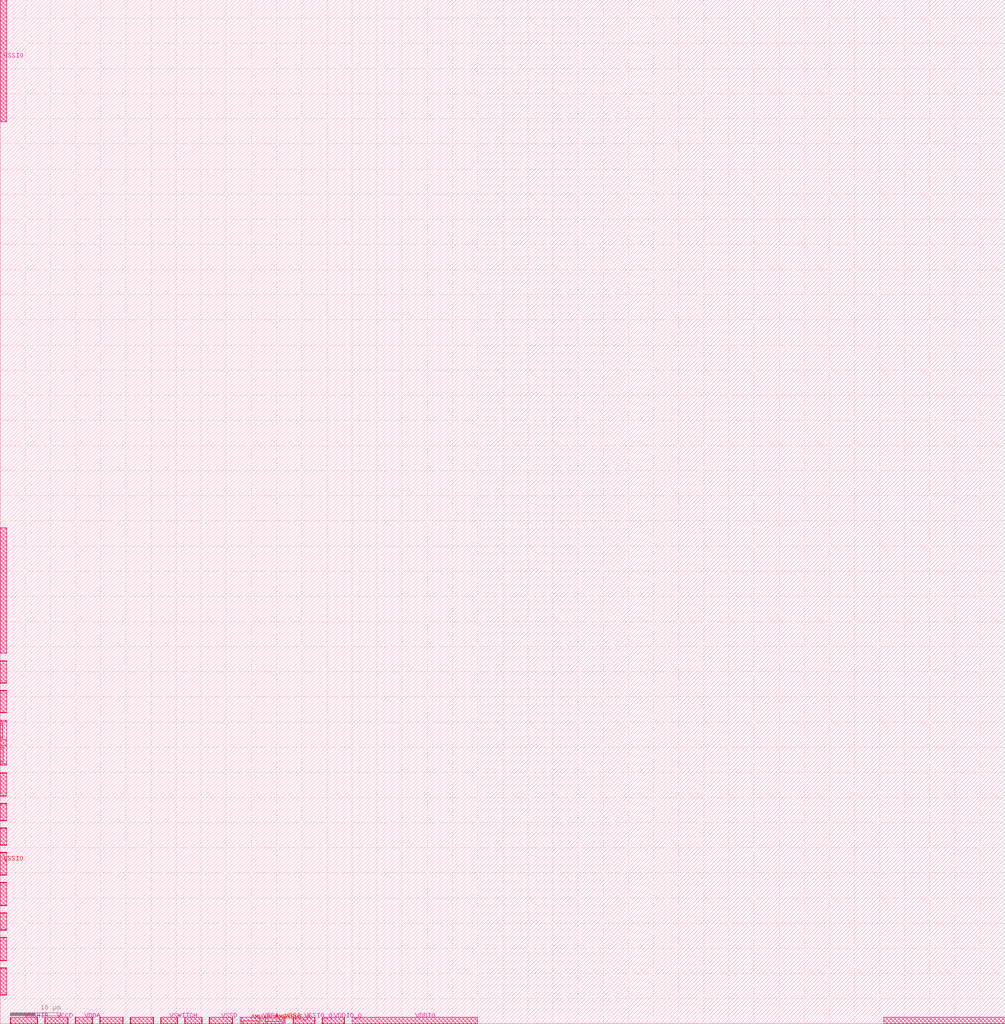
<source format=lef>

# Copyright 2020 The SkyWater PDK Authors
#
# Licensed under the Apache License, Version 2.0 (the "License");
# you may not use this file except in compliance with the License.
# You may obtain a copy of the License at
#
#     https://www.apache.org/licenses/LICENSE-2.0
#
# Unless required by applicable law or agreed to in writing, software
# distributed under the License is distributed on an "AS IS" BASIS,
# WITHOUT WARRANTIES OR CONDITIONS OF ANY KIND, either express or implied.
# See the License for the specific language governing permissions and
# limitations under the License.
#
# SPDX-License-Identifier: Apache-2.0
#
# Autogenerated by https://www.asicsforthemasses.com
#

VERSION 5.5 ;
NAMESCASESENSITIVE ON ;
BUSBITCHARS "[]" ;
DIVIDERCHAR "/" ;


MACRO sky130_fd_io__corner_bus_overlay
  CLASS PAD ;
  ORIGIN  0.000000  0.000000 ;
  FOREIGN sky130_fd_io__corner_bus_overlay  0.000000  0.000000 ;
  SIZE 200 BY  203.6650 ;
  SYMMETRY X Y R90 ;
  PIN AMUXBUS_A
    DIRECTION INOUT ;
    USE SIGNAL ;
    PORT
      LAYER met4 ;
        RECT  0.000000 56.790000  0.500000 59.770000 ;
        RECT 53.125000  0.000000 56.105000  0.500000 ;
    END
  END AMUXBUS_A
  PIN AMUXBUS_B
    DIRECTION INOUT ;
    USE SIGNAL ;
    PORT
      LAYER met4 ;
        RECT  0.000000 52.030000  0.575000 55.010000 ;
        RECT 48.365000  0.000000 51.345000  0.575000 ;
    END
  END AMUXBUS_B
  PIN VCCD
    DIRECTION INOUT ;
    USE SIGNAL ;
    PORT
      LAYER met4 ;
        RECT 0.000000 12.550000 1.270000 17.200000 ;
      LAYER met4 ;
        RECT 8.885000 0.000000 13.535000 1.270000 ;
      LAYER met5 ;
        RECT 0.000000 12.650000 1.270000 17.100000 ;
      LAYER met5 ;
        RECT 8.985000 0.000000 13.435000 1.270000 ;
    END
  END VCCD
  PIN VCCHIB
    DIRECTION INOUT ;
    USE SIGNAL ;
    PORT
      LAYER met4 ;
        RECT 0.000000 5.700000 1.270000 11.150000 ;
      LAYER met4 ;
        RECT 2.035000 0.000000 7.485000 1.270000 ;
      LAYER met5 ;
        RECT 0.000000 5.800000 1.270000 11.050000 ;
      LAYER met5 ;
        RECT 2.135000 0.000000 7.385000 1.270000 ;
    END
  END VCCHIB
  PIN VDDA
    DIRECTION INOUT ;
    USE SIGNAL ;
    PORT
      LAYER met4 ;
        RECT 0.000000 18.600000 1.255000 22.050000 ;
      LAYER met4 ;
        RECT 14.935000 0.000000 18.385000 1.255000 ;
      LAYER met5 ;
        RECT 0.000000 18.700000 1.255000 21.950000 ;
      LAYER met5 ;
        RECT 15.035000 0.000000 18.285000 1.255000 ;
    END
  END VDDA
  PIN VDDIO
    DIRECTION INOUT ;
    USE SIGNAL ;
    PORT
      LAYER met4 ;
        RECT 0.000000 23.450000 1.270000 28.100000 ;
      LAYER met4 ;
        RECT 0.000000 73.705000 1.270000 98.665000 ;
      LAYER met4 ;
        RECT 19.785000 0.000000 24.435000 1.270000 ;
        RECT 70.040000 0.000000 95.000000 1.270000 ;
      LAYER met5 ;
        RECT 0.000000 23.550000 1.270000 28.000000 ;
        RECT 0.000000 73.700000 1.270000 98.650000 ;
      LAYER met5 ;
        RECT 19.885000 0.000000 24.335000 1.270000 ;
        RECT 70.035000 0.000000 94.985000 1.270000 ;
    END
  END VDDIO
  PIN VDDIO_Q
    DIRECTION INOUT ;
    USE SIGNAL ;
    PORT
      LAYER met4 ;
        RECT 0.000000 67.750000 1.270000 72.200000 ;
      LAYER met4 ;
        RECT 64.085000 0.000000 68.535000 1.270000 ;
      LAYER met5 ;
        RECT  0.000000 67.850000  1.270000 72.100000 ;
        RECT 64.185000  0.000000 68.435000  1.270000 ;
    END
  END VDDIO_Q
  PIN VSSA
    DIRECTION INOUT ;
    USE SIGNAL ;
    PORT
      LAYER met4 ;
        RECT 0.000000 40.400000 1.270000 43.850000 ;
      LAYER met4 ;
        RECT 0.000000 51.400000 1.270000 51.730000 ;
        RECT 0.000000 55.310000 1.270000 56.490000 ;
        RECT 0.000000 60.070000 1.270000 60.400000 ;
      LAYER met4 ;
        RECT 36.735000 0.000000 40.185000 1.270000 ;
        RECT 47.735000 0.000000 48.065000 1.270000 ;
        RECT 51.645000 0.000000 52.825000 1.270000 ;
        RECT 56.405000 0.000000 56.735000 1.270000 ;
      LAYER met5 ;
        RECT 0.000000 40.505000 1.270000 43.750000 ;
      LAYER met5 ;
        RECT 0.000000 51.400000 1.270000 60.400000 ;
      LAYER met5 ;
        RECT 36.840000 0.000000 40.085000 1.270000 ;
        RECT 47.735000 0.000000 56.735000 1.270000 ;
    END
  END VSSA
  PIN VSSD
    DIRECTION INOUT ;
    USE SIGNAL ;
    PORT
      LAYER met4 ;
        RECT 0.000000 45.250000 1.270000 49.900000 ;
      LAYER met4 ;
        RECT 41.585000 0.000000 46.235000 1.270000 ;
      LAYER met5 ;
        RECT  0.000000 45.350000  1.270000 49.800000 ;
        RECT 41.685000  0.000000 46.135000  1.270000 ;
    END
  END VSSD
  PIN VSSIO
    DIRECTION INOUT ;
    USE SIGNAL ;
    PORT
      LAYER met4 ;
        RECT  25.835000 0.000000  30.485000 1.270000 ;
        RECT 175.785000 0.000000 200.000000 1.270000 ;
      LAYER met4 ;
        RECT 0.000000 179.450000 1.270000 203.665000 ;
      LAYER met4 ;
        RECT 0.000000 29.500000 1.270000 34.150000 ;
      LAYER met5 ;
        RECT  25.935000 0.000000  30.385000 1.270000 ;
        RECT 175.785000 0.000000 200.000000 1.270000 ;
      LAYER met5 ;
        RECT 0.000000  29.600000 1.270000  34.050000 ;
        RECT 0.000000 179.450000 1.270000 203.665000 ;
    END
  END VSSIO
  PIN VSSIO_Q
    DIRECTION INOUT ;
    USE SIGNAL ;
    PORT
      LAYER met4 ;
        RECT 0.000000 61.900000 1.270000 66.350000 ;
      LAYER met4 ;
        RECT 58.235000 0.000000 62.685000 1.270000 ;
      LAYER met5 ;
        RECT  0.000000 62.000000  1.270000 66.250000 ;
        RECT 58.335000  0.000000 62.585000  1.270000 ;
    END
  END VSSIO_Q
  PIN VSWITCH
    DIRECTION INOUT ;
    USE SIGNAL ;
    PORT
      LAYER met4 ;
        RECT 0.000000 35.550000 1.270000 39.000000 ;
      LAYER met4 ;
        RECT 31.885000 0.000000 35.335000 1.270000 ;
      LAYER met5 ;
        RECT 0.000000 35.650000 1.270000 38.900000 ;
      LAYER met5 ;
        RECT 31.985000 0.000000 35.235000 1.270000 ;
    END
  END VSWITCH
END sky130_fd_io__corner_bus_overlay


MACRO sky130_fd_io__top_ground_lvc_wpad
  CLASS PAD ;
  SOURCE USER ;
  ORIGIN  0.000000  0.000000 ;
  SIZE 75 BY 198 ;
  SYMMETRY X Y R90 ;
  PIN AMUXBUS_A
    ANTENNAPARTIALMETALSIDEAREA  111.1680 ;
    DIRECTION INOUT ;
    USE SIGNAL ;
    PORT
      LAYER met4 ;
        RECT 0.000000 51.125000 1.270000 54.105000 ;
    END
    PORT
      LAYER met4 ;
        RECT 73.730000 51.125000 75.000000 54.105000 ;
    END
  END AMUXBUS_A
  PIN AMUXBUS_B
    ANTENNAPARTIALMETALSIDEAREA  111.1680 ;
    DIRECTION INOUT ;
    USE SIGNAL ;
    PORT
      LAYER met4 ;
        RECT 0.000000 46.365000 1.270000 49.345000 ;
    END
    PORT
      LAYER met4 ;
        RECT 73.730000 46.365000 75.000000 49.345000 ;
    END
  END AMUXBUS_B
  PIN G_PAD
    ANTENNAPARTIALMETALSIDEAREA  243.2170 ;
    DIRECTION INOUT ;
    USE SIGNAL ;
    PORT
      LAYER met5 ;
        RECT 31.695000 162.765000 52.340000 167.120000 ;
    END
  END G_PAD
  PIN BDY2_B2B
    DIRECTION INOUT ;
    USE GROUND ;
    PORT
      LAYER met2 ;
        RECT 17.630000 5.115000 53.535000 9.540000 ;
        RECT 17.635000 5.110000 53.535000 5.115000 ;
        RECT 17.705000 5.040000 53.535000 5.110000 ;
        RECT 17.775000 4.970000 53.535000 5.040000 ;
        RECT 17.845000 4.900000 53.535000 4.970000 ;
        RECT 17.915000 4.830000 53.535000 4.900000 ;
        RECT 17.985000 4.760000 53.535000 4.830000 ;
        RECT 18.055000 4.690000 53.535000 4.760000 ;
        RECT 18.125000 4.620000 53.535000 4.690000 ;
        RECT 18.195000 4.550000 53.535000 4.620000 ;
        RECT 18.265000 4.480000 53.535000 4.550000 ;
        RECT 18.335000 4.410000 53.535000 4.480000 ;
        RECT 18.405000 4.340000 53.535000 4.410000 ;
        RECT 18.475000 4.270000 53.535000 4.340000 ;
        RECT 18.545000 4.200000 53.535000 4.270000 ;
        RECT 18.615000 4.130000 53.535000 4.200000 ;
        RECT 18.685000 4.060000 53.535000 4.130000 ;
        RECT 18.755000 3.990000 53.535000 4.060000 ;
        RECT 18.825000 3.920000 53.535000 3.990000 ;
        RECT 18.895000 3.850000 53.535000 3.920000 ;
        RECT 18.965000 3.780000 53.535000 3.850000 ;
        RECT 19.035000 3.710000 53.535000 3.780000 ;
        RECT 19.105000 3.640000 53.535000 3.710000 ;
        RECT 19.175000 3.570000 53.535000 3.640000 ;
        RECT 19.245000 3.500000 53.535000 3.570000 ;
        RECT 19.315000 3.430000 53.535000 3.500000 ;
        RECT 19.385000 3.360000 53.535000 3.430000 ;
        RECT 19.455000 3.290000 53.535000 3.360000 ;
        RECT 19.525000 3.220000 53.535000 3.290000 ;
        RECT 19.595000 3.150000 53.535000 3.220000 ;
        RECT 19.665000 3.080000 53.535000 3.150000 ;
        RECT 19.735000 3.010000 53.535000 3.080000 ;
        RECT 19.805000 2.940000 53.535000 3.010000 ;
        RECT 19.875000 2.870000 53.535000 2.940000 ;
        RECT 19.945000 2.800000 53.535000 2.870000 ;
        RECT 20.015000 2.730000 53.535000 2.800000 ;
        RECT 20.085000 2.660000 53.535000 2.730000 ;
        RECT 20.155000 2.590000 53.535000 2.660000 ;
        RECT 20.225000 2.520000 53.535000 2.590000 ;
        RECT 20.295000 2.450000 53.535000 2.520000 ;
        RECT 20.365000 2.380000 53.535000 2.450000 ;
        RECT 20.435000 2.310000 53.535000 2.380000 ;
        RECT 20.505000 2.240000 53.535000 2.310000 ;
        RECT 20.575000 2.170000 53.535000 2.240000 ;
        RECT 20.645000 2.100000 53.535000 2.170000 ;
        RECT 20.715000 2.030000 53.535000 2.100000 ;
        RECT 20.785000 1.960000 53.535000 2.030000 ;
        RECT 20.855000 1.890000 53.535000 1.960000 ;
        RECT 20.925000 0.000000 53.535000 1.820000 ;
        RECT 20.925000 1.820000 53.535000 1.890000 ;
    END
  END BDY2_B2B
  PIN DRN_LVC1
    DIRECTION INOUT ;
    USE POWER ;
    PORT
      LAYER met3 ;
        RECT 15.605000  94.310000 23.935000  94.460000 ;
        RECT 15.605000  94.460000 23.785000  94.610000 ;
        RECT 15.605000  94.610000 23.635000  94.760000 ;
        RECT 15.605000  94.760000 23.485000  94.910000 ;
        RECT 15.605000  94.910000 23.335000  95.060000 ;
        RECT 15.605000  95.060000 23.185000  95.210000 ;
        RECT 15.605000  95.210000 23.035000  95.360000 ;
        RECT 15.605000  95.360000 22.885000  95.510000 ;
        RECT 15.605000  95.510000 22.735000  95.660000 ;
        RECT 15.605000  95.660000 22.585000  95.810000 ;
        RECT 15.605000  95.810000 22.435000  95.960000 ;
        RECT 15.605000  95.960000 22.285000  96.110000 ;
        RECT 15.605000  96.110000 22.135000  96.260000 ;
        RECT 15.605000  96.260000 21.985000  96.410000 ;
        RECT 15.605000  96.410000 21.835000  96.560000 ;
        RECT 15.605000  96.560000 21.685000  96.710000 ;
        RECT 15.605000  96.710000 21.605000  96.790000 ;
        RECT 15.605000  96.790000 21.605000 167.100000 ;
        RECT 15.605000 167.100000 21.605000 167.250000 ;
        RECT 15.605000 167.250000 21.755000 167.400000 ;
        RECT 15.605000 167.400000 21.905000 167.550000 ;
        RECT 15.605000 167.550000 22.055000 167.700000 ;
        RECT 15.605000 167.700000 22.205000 167.850000 ;
        RECT 15.605000 167.850000 22.355000 168.000000 ;
        RECT 15.605000 168.000000 22.505000 168.150000 ;
        RECT 15.605000 168.150000 22.655000 168.300000 ;
        RECT 15.605000 168.300000 22.805000 168.450000 ;
        RECT 15.605000 168.450000 22.955000 168.600000 ;
        RECT 15.605000 168.600000 23.105000 168.750000 ;
        RECT 15.605000 168.750000 23.255000 168.900000 ;
        RECT 15.605000 168.900000 23.405000 169.050000 ;
        RECT 15.605000 169.050000 23.555000 169.200000 ;
        RECT 15.605000 169.200000 23.705000 169.350000 ;
        RECT 15.605000 169.350000 23.855000 169.500000 ;
        RECT 15.605000 169.500000 24.005000 169.650000 ;
        RECT 15.605000 169.650000 24.155000 169.800000 ;
        RECT 15.605000 169.800000 24.305000 169.950000 ;
        RECT 15.605000 169.950000 24.455000 170.100000 ;
        RECT 15.605000 170.100000 24.605000 170.250000 ;
        RECT 15.605000 170.250000 24.755000 170.400000 ;
        RECT 15.605000 170.400000 24.905000 170.550000 ;
        RECT 15.605000 170.550000 25.055000 170.610000 ;
        RECT 15.605000 170.610000 25.115000 189.515000 ;
        RECT 15.715000  94.200000 24.085000  94.310000 ;
        RECT 15.865000  94.050000 24.195000  94.200000 ;
        RECT 16.015000  93.900000 24.345000  94.050000 ;
        RECT 16.165000  93.750000 24.495000  93.900000 ;
        RECT 16.315000  93.600000 24.645000  93.750000 ;
        RECT 16.465000  93.450000 24.795000  93.600000 ;
        RECT 16.615000  93.300000 24.945000  93.450000 ;
        RECT 16.765000  93.150000 25.095000  93.300000 ;
        RECT 16.915000  93.000000 25.245000  93.150000 ;
        RECT 17.065000  92.850000 25.395000  93.000000 ;
        RECT 17.215000  92.700000 25.545000  92.850000 ;
        RECT 17.365000  92.550000 25.695000  92.700000 ;
        RECT 17.515000  92.400000 25.845000  92.550000 ;
        RECT 17.665000  92.250000 25.995000  92.400000 ;
        RECT 17.815000  92.100000 26.145000  92.250000 ;
        RECT 17.965000  91.950000 26.295000  92.100000 ;
        RECT 18.115000  91.800000 26.445000  91.950000 ;
        RECT 18.265000  91.650000 26.595000  91.800000 ;
        RECT 18.415000  91.500000 26.745000  91.650000 ;
        RECT 18.565000  91.350000 26.895000  91.500000 ;
        RECT 18.715000  91.200000 27.045000  91.350000 ;
        RECT 18.865000  91.050000 27.195000  91.200000 ;
        RECT 19.015000  90.900000 27.345000  91.050000 ;
        RECT 19.165000  90.750000 27.495000  90.900000 ;
        RECT 19.315000  90.600000 27.645000  90.750000 ;
        RECT 19.465000  90.450000 27.795000  90.600000 ;
        RECT 19.615000  90.300000 27.945000  90.450000 ;
        RECT 19.765000  90.150000 28.095000  90.300000 ;
        RECT 19.915000  90.000000 28.245000  90.150000 ;
        RECT 20.065000  89.850000 28.395000  90.000000 ;
        RECT 20.215000  89.700000 28.545000  89.850000 ;
        RECT 20.365000  89.550000 28.695000  89.700000 ;
        RECT 20.515000  89.400000 28.845000  89.550000 ;
        RECT 20.665000  89.250000 28.995000  89.400000 ;
        RECT 20.815000  89.100000 29.145000  89.250000 ;
        RECT 20.965000  88.950000 29.295000  89.100000 ;
        RECT 21.115000  88.800000 29.445000  88.950000 ;
        RECT 21.265000  88.650000 29.595000  88.800000 ;
        RECT 21.415000  88.500000 29.745000  88.650000 ;
        RECT 21.565000  88.350000 29.895000  88.500000 ;
        RECT 21.715000  88.200000 30.045000  88.350000 ;
        RECT 21.865000  88.050000 30.195000  88.200000 ;
        RECT 22.015000  87.900000 30.345000  88.050000 ;
        RECT 22.165000  87.750000 30.495000  87.900000 ;
        RECT 22.315000  87.600000 30.645000  87.750000 ;
        RECT 22.465000  87.450000 30.795000  87.600000 ;
        RECT 22.615000  87.300000 30.945000  87.450000 ;
        RECT 22.765000  87.150000 31.095000  87.300000 ;
        RECT 22.915000  87.000000 31.245000  87.150000 ;
        RECT 23.065000  86.850000 31.395000  87.000000 ;
        RECT 23.215000  86.700000 31.545000  86.850000 ;
        RECT 23.365000  86.550000 31.695000  86.700000 ;
        RECT 23.515000  86.400000 31.845000  86.550000 ;
        RECT 23.665000  86.250000 31.995000  86.400000 ;
        RECT 23.670000  86.245000 32.145000  86.250000 ;
        RECT 23.760000  86.155000 32.145000  86.245000 ;
        RECT 23.850000  84.650000 32.165000  84.670000 ;
        RECT 23.850000  84.670000 32.145000  84.690000 ;
        RECT 23.850000  84.690000 32.145000  86.065000 ;
        RECT 23.850000  86.065000 32.145000  86.155000 ;
        RECT 23.920000  84.580000 32.185000  84.650000 ;
        RECT 24.070000  84.430000 32.255000  84.580000 ;
        RECT 24.220000  84.280000 32.405000  84.430000 ;
        RECT 24.370000  84.130000 32.555000  84.280000 ;
        RECT 24.520000  83.980000 32.705000  84.130000 ;
        RECT 24.650000  83.850000 48.870000  83.980000 ;
        RECT 24.800000  83.700000 48.870000  83.850000 ;
        RECT 24.950000  83.550000 48.870000  83.700000 ;
        RECT 25.100000  83.400000 48.870000  83.550000 ;
        RECT 25.250000  83.250000 48.870000  83.400000 ;
        RECT 25.400000  83.100000 48.870000  83.250000 ;
        RECT 25.550000  82.950000 48.870000  83.100000 ;
        RECT 25.700000  82.800000 48.870000  82.950000 ;
        RECT 25.850000  82.650000 48.870000  82.800000 ;
        RECT 26.000000   0.000000 36.880000  71.105000 ;
        RECT 26.000000  71.105000 36.880000  71.255000 ;
        RECT 26.000000  71.255000 37.030000  71.405000 ;
        RECT 26.000000  71.405000 37.180000  71.555000 ;
        RECT 26.000000  71.555000 37.330000  71.705000 ;
        RECT 26.000000  71.705000 37.480000  71.855000 ;
        RECT 26.000000  71.855000 37.630000  72.005000 ;
        RECT 26.000000  72.005000 37.780000  72.155000 ;
        RECT 26.000000  72.155000 37.930000  72.305000 ;
        RECT 26.000000  72.305000 38.080000  72.455000 ;
        RECT 26.000000  72.455000 38.230000  72.605000 ;
        RECT 26.000000  72.605000 38.380000  72.755000 ;
        RECT 26.000000  72.755000 38.530000  72.905000 ;
        RECT 26.000000  72.905000 38.680000  73.055000 ;
        RECT 26.000000  73.055000 38.830000  73.205000 ;
        RECT 26.000000  73.205000 38.980000  73.355000 ;
        RECT 26.000000  73.355000 39.130000  73.505000 ;
        RECT 26.000000  73.505000 39.280000  73.655000 ;
        RECT 26.000000  73.655000 39.430000  73.805000 ;
        RECT 26.000000  73.805000 39.580000  73.955000 ;
        RECT 26.000000  73.955000 39.730000  74.105000 ;
        RECT 26.000000  74.105000 39.880000  74.255000 ;
        RECT 26.000000  74.255000 40.030000  74.405000 ;
        RECT 26.000000  74.405000 40.180000  74.555000 ;
        RECT 26.000000  74.555000 40.330000  74.705000 ;
        RECT 26.000000  74.705000 40.480000  74.740000 ;
        RECT 26.000000  74.740000 46.795000  74.890000 ;
        RECT 26.000000  74.890000 46.945000  75.040000 ;
        RECT 26.000000  75.040000 47.095000  75.190000 ;
        RECT 26.000000  75.190000 47.245000  75.340000 ;
        RECT 26.000000  75.340000 47.395000  75.490000 ;
        RECT 26.000000  75.490000 47.545000  75.640000 ;
        RECT 26.000000  75.640000 47.695000  75.790000 ;
        RECT 26.000000  75.790000 47.845000  75.940000 ;
        RECT 26.000000  75.940000 47.995000  76.090000 ;
        RECT 26.000000  76.090000 48.145000  76.240000 ;
        RECT 26.000000  76.240000 48.295000  76.390000 ;
        RECT 26.000000  76.390000 48.445000  76.540000 ;
        RECT 26.000000  76.540000 48.595000  76.690000 ;
        RECT 26.000000  76.690000 48.745000  76.815000 ;
        RECT 26.000000  76.815000 48.870000  82.500000 ;
        RECT 26.000000  82.500000 48.870000  82.650000 ;
        RECT 26.035000  94.500000 32.035000 162.570000 ;
        RECT 26.035000 162.570000 32.035000 162.720000 ;
        RECT 26.035000 162.720000 32.185000 162.870000 ;
        RECT 26.035000 162.870000 32.335000 163.020000 ;
        RECT 26.035000 163.020000 32.485000 163.170000 ;
        RECT 26.035000 163.170000 32.635000 163.320000 ;
        RECT 26.035000 163.320000 32.785000 163.470000 ;
        RECT 26.035000 163.470000 32.935000 163.620000 ;
        RECT 26.035000 163.620000 33.085000 163.770000 ;
        RECT 26.035000 163.770000 33.235000 163.920000 ;
        RECT 26.035000 163.920000 33.385000 164.070000 ;
        RECT 26.035000 164.070000 33.535000 164.220000 ;
        RECT 26.035000 164.220000 33.685000 164.370000 ;
        RECT 26.035000 164.370000 33.835000 164.520000 ;
        RECT 26.035000 164.520000 33.985000 164.670000 ;
        RECT 26.035000 164.670000 34.135000 164.820000 ;
        RECT 26.035000 164.820000 34.285000 164.970000 ;
        RECT 26.035000 164.970000 34.435000 165.120000 ;
        RECT 26.035000 165.120000 34.585000 165.270000 ;
        RECT 26.035000 165.270000 34.735000 165.420000 ;
        RECT 26.035000 165.420000 34.885000 165.570000 ;
        RECT 26.035000 165.570000 35.035000 165.720000 ;
        RECT 26.035000 165.720000 35.185000 165.870000 ;
        RECT 26.035000 165.870000 35.335000 166.020000 ;
        RECT 26.035000 166.020000 35.485000 166.170000 ;
        RECT 26.035000 166.170000 35.635000 166.320000 ;
        RECT 26.035000 166.320000 35.785000 166.470000 ;
        RECT 26.035000 166.470000 35.935000 166.620000 ;
        RECT 26.035000 166.620000 36.085000 166.770000 ;
        RECT 26.035000 166.770000 36.235000 166.920000 ;
        RECT 26.035000 166.920000 36.385000 167.070000 ;
        RECT 26.035000 167.070000 36.535000 167.220000 ;
        RECT 26.035000 167.220000 36.685000 167.370000 ;
        RECT 26.035000 167.370000 36.835000 167.460000 ;
        RECT 26.035000 167.460000 36.925000 189.515000 ;
        RECT 26.095000  94.440000 32.035000  94.500000 ;
        RECT 26.245000  94.290000 32.035000  94.440000 ;
        RECT 26.395000  94.140000 32.035000  94.290000 ;
        RECT 26.545000  93.990000 32.035000  94.140000 ;
        RECT 26.695000  93.840000 32.035000  93.990000 ;
        RECT 26.845000  93.690000 32.035000  93.840000 ;
        RECT 26.995000  93.540000 32.035000  93.690000 ;
        RECT 27.145000  93.390000 32.035000  93.540000 ;
        RECT 27.160000  93.375000 32.035000  93.390000 ;
        RECT 27.310000  93.225000 32.050000  93.375000 ;
        RECT 27.460000  93.075000 32.200000  93.225000 ;
        RECT 27.610000  92.925000 32.350000  93.075000 ;
        RECT 27.760000  92.775000 32.500000  92.925000 ;
        RECT 27.910000  92.625000 32.650000  92.775000 ;
        RECT 28.060000  92.475000 32.800000  92.625000 ;
        RECT 28.210000  92.325000 32.950000  92.475000 ;
        RECT 28.360000  92.175000 33.100000  92.325000 ;
        RECT 28.510000  92.025000 33.250000  92.175000 ;
        RECT 28.660000  91.875000 33.400000  92.025000 ;
        RECT 28.810000  91.725000 33.550000  91.875000 ;
        RECT 28.960000  91.575000 33.700000  91.725000 ;
        RECT 29.110000  91.425000 33.850000  91.575000 ;
        RECT 29.260000  91.275000 34.000000  91.425000 ;
        RECT 29.410000  91.125000 34.150000  91.275000 ;
        RECT 29.560000  90.975000 34.300000  91.125000 ;
        RECT 29.710000  90.825000 34.450000  90.975000 ;
        RECT 29.860000  90.675000 34.600000  90.825000 ;
        RECT 30.010000  90.525000 34.750000  90.675000 ;
        RECT 30.160000  90.375000 34.900000  90.525000 ;
        RECT 30.175000  90.360000 42.385000  90.375000 ;
        RECT 30.325000  90.210000 42.235000  90.360000 ;
        RECT 30.475000  90.060000 42.085000  90.210000 ;
        RECT 30.625000  89.910000 41.935000  90.060000 ;
        RECT 30.775000  89.760000 41.785000  89.910000 ;
        RECT 30.925000  89.610000 41.635000  89.760000 ;
        RECT 31.075000  89.460000 41.485000  89.610000 ;
        RECT 31.225000  89.310000 41.335000  89.460000 ;
        RECT 31.375000  89.160000 41.185000  89.310000 ;
        RECT 31.525000  89.010000 41.035000  89.160000 ;
        RECT 31.675000  88.860000 40.885000  89.010000 ;
        RECT 31.825000  88.710000 40.735000  88.860000 ;
        RECT 31.975000  88.560000 40.585000  88.710000 ;
        RECT 32.125000  88.410000 40.435000  88.560000 ;
        RECT 32.275000  88.260000 40.285000  88.410000 ;
        RECT 32.425000  88.110000 40.135000  88.260000 ;
        RECT 32.575000  87.960000 39.985000  88.110000 ;
        RECT 32.725000  87.810000 39.835000  87.960000 ;
        RECT 32.875000  87.660000 39.685000  87.810000 ;
        RECT 33.025000  87.510000 39.535000  87.660000 ;
        RECT 33.175000  87.360000 39.385000  87.510000 ;
        RECT 33.305000  87.230000 39.385000  87.360000 ;
        RECT 33.455000  87.080000 39.385000  87.230000 ;
        RECT 33.605000  86.930000 39.385000  87.080000 ;
        RECT 33.755000  86.780000 39.385000  86.930000 ;
        RECT 33.905000  86.630000 39.385000  86.780000 ;
        RECT 33.945000  83.980000 39.945000  84.130000 ;
        RECT 34.055000  86.480000 39.385000  86.630000 ;
        RECT 34.095000  84.130000 39.795000  84.280000 ;
        RECT 34.205000  86.330000 39.385000  86.480000 ;
        RECT 34.245000  84.280000 39.645000  84.430000 ;
        RECT 34.355000  86.180000 39.385000  86.330000 ;
        RECT 34.395000  84.430000 39.495000  84.580000 ;
        RECT 34.505000  84.580000 39.385000  84.690000 ;
        RECT 34.505000  84.690000 39.385000  86.030000 ;
        RECT 34.505000  86.030000 39.385000  86.180000 ;
        RECT 37.945000  90.375000 42.400000  90.525000 ;
        RECT 37.945000 169.025000 48.835000 189.515000 ;
        RECT 38.035000 168.935000 48.835000 169.025000 ;
        RECT 38.095000  90.525000 42.550000  90.675000 ;
        RECT 38.185000 168.785000 48.835000 168.935000 ;
        RECT 38.245000  90.675000 42.700000  90.825000 ;
        RECT 38.335000 168.635000 48.835000 168.785000 ;
        RECT 38.395000  90.825000 42.850000  90.975000 ;
        RECT 38.485000 168.485000 48.835000 168.635000 ;
        RECT 38.545000  90.975000 43.000000  91.125000 ;
        RECT 38.635000 168.335000 48.835000 168.485000 ;
        RECT 38.695000  91.125000 43.150000  91.275000 ;
        RECT 38.785000 168.185000 48.835000 168.335000 ;
        RECT 38.845000  91.275000 43.300000  91.425000 ;
        RECT 38.935000 168.035000 48.835000 168.185000 ;
        RECT 38.995000  91.425000 43.450000  91.575000 ;
        RECT 39.085000 167.885000 48.835000 168.035000 ;
        RECT 39.145000  91.575000 43.600000  91.725000 ;
        RECT 39.235000 167.735000 48.835000 167.885000 ;
        RECT 39.295000  91.725000 43.750000  91.875000 ;
        RECT 39.385000 167.585000 48.835000 167.735000 ;
        RECT 39.445000  91.875000 43.900000  92.025000 ;
        RECT 39.535000 167.435000 48.835000 167.585000 ;
        RECT 39.595000  92.025000 44.050000  92.175000 ;
        RECT 39.685000 167.285000 48.835000 167.435000 ;
        RECT 39.745000  92.175000 44.200000  92.325000 ;
        RECT 39.835000 167.135000 48.835000 167.285000 ;
        RECT 39.895000  92.325000 44.350000  92.475000 ;
        RECT 39.985000 166.985000 48.835000 167.135000 ;
        RECT 40.045000  92.475000 44.500000  92.625000 ;
        RECT 40.135000 166.835000 48.835000 166.985000 ;
        RECT 40.195000  92.625000 44.650000  92.775000 ;
        RECT 40.285000 166.685000 48.835000 166.835000 ;
        RECT 40.345000  92.775000 44.800000  92.925000 ;
        RECT 40.435000 166.535000 48.835000 166.685000 ;
        RECT 40.495000  92.925000 44.950000  93.075000 ;
        RECT 40.585000 166.385000 48.835000 166.535000 ;
        RECT 40.645000  93.075000 45.100000  93.225000 ;
        RECT 40.735000 166.235000 48.835000 166.385000 ;
        RECT 40.795000  93.225000 45.250000  93.375000 ;
        RECT 40.885000 166.085000 48.835000 166.235000 ;
        RECT 40.945000  93.375000 45.400000  93.525000 ;
        RECT 41.035000 165.935000 48.835000 166.085000 ;
        RECT 41.050000  83.980000 48.870000  84.130000 ;
        RECT 41.095000  93.525000 45.550000  93.675000 ;
        RECT 41.185000 165.785000 48.835000 165.935000 ;
        RECT 41.200000  84.130000 48.870000  84.280000 ;
        RECT 41.245000  93.675000 45.700000  93.825000 ;
        RECT 41.335000 165.635000 48.835000 165.785000 ;
        RECT 41.350000  84.280000 48.870000  84.430000 ;
        RECT 41.395000  93.825000 45.850000  93.975000 ;
        RECT 41.485000 165.485000 48.835000 165.635000 ;
        RECT 41.500000  84.430000 48.870000  84.580000 ;
        RECT 41.545000  93.975000 46.000000  94.125000 ;
        RECT 41.610000  84.580000 48.870000  84.690000 ;
        RECT 41.610000  84.690000 48.870000  84.810000 ;
        RECT 41.610000  84.810000 48.870000  84.960000 ;
        RECT 41.610000  84.960000 49.020000  85.110000 ;
        RECT 41.610000  85.110000 49.170000  85.260000 ;
        RECT 41.610000  85.260000 49.320000  85.410000 ;
        RECT 41.610000  85.410000 49.470000  85.560000 ;
        RECT 41.610000  85.560000 49.620000  85.710000 ;
        RECT 41.610000  85.710000 49.770000  85.860000 ;
        RECT 41.610000  85.860000 49.920000  86.010000 ;
        RECT 41.610000  86.010000 50.070000  86.160000 ;
        RECT 41.610000  86.160000 50.220000  86.310000 ;
        RECT 41.610000  86.310000 50.370000  86.460000 ;
        RECT 41.610000  86.460000 50.520000  86.610000 ;
        RECT 41.610000  86.610000 50.670000  86.760000 ;
        RECT 41.610000  86.760000 50.820000  86.910000 ;
        RECT 41.610000  86.910000 50.970000  86.960000 ;
        RECT 41.610000  86.960000 51.020000  87.445000 ;
        RECT 41.635000 165.335000 48.835000 165.485000 ;
        RECT 41.695000  94.125000 46.150000  94.275000 ;
        RECT 41.760000  87.445000 51.020000  87.595000 ;
        RECT 41.785000 165.185000 48.835000 165.335000 ;
        RECT 41.845000  94.275000 46.300000  94.425000 ;
        RECT 41.910000  87.595000 51.020000  87.745000 ;
        RECT 41.935000 165.035000 48.835000 165.185000 ;
        RECT 41.995000  94.425000 46.450000  94.575000 ;
        RECT 42.060000  87.745000 51.020000  87.895000 ;
        RECT 42.085000 164.885000 48.835000 165.035000 ;
        RECT 42.145000  94.575000 46.600000  94.725000 ;
        RECT 42.210000  87.895000 51.020000  88.045000 ;
        RECT 42.235000 164.735000 48.835000 164.885000 ;
        RECT 42.295000  94.725000 46.750000  94.875000 ;
        RECT 42.360000  88.045000 51.020000  88.195000 ;
        RECT 42.385000 164.585000 48.835000 164.735000 ;
        RECT 42.445000  94.875000 46.900000  95.025000 ;
        RECT 42.510000  88.195000 51.020000  88.345000 ;
        RECT 42.535000 164.435000 48.835000 164.585000 ;
        RECT 42.540000  88.345000 51.020000  88.375000 ;
        RECT 42.595000  95.025000 47.050000  95.175000 ;
        RECT 42.685000 164.285000 48.835000 164.435000 ;
        RECT 42.690000  88.375000 51.020000  88.525000 ;
        RECT 42.745000  95.175000 47.200000  95.325000 ;
        RECT 42.835000  95.325000 47.350000  95.415000 ;
        RECT 42.835000  95.415000 47.440000  95.565000 ;
        RECT 42.835000  95.565000 47.590000  95.715000 ;
        RECT 42.835000  95.715000 47.740000  95.865000 ;
        RECT 42.835000  95.865000 47.890000  96.015000 ;
        RECT 42.835000  96.015000 48.040000  96.165000 ;
        RECT 42.835000  96.165000 48.190000  96.315000 ;
        RECT 42.835000  96.315000 48.340000  96.465000 ;
        RECT 42.835000  96.465000 48.490000  96.615000 ;
        RECT 42.835000  96.615000 48.640000  96.765000 ;
        RECT 42.835000  96.765000 48.790000  96.810000 ;
        RECT 42.835000  96.810000 48.835000 164.135000 ;
        RECT 42.835000 164.135000 48.835000 164.285000 ;
        RECT 42.840000  88.525000 51.170000  88.675000 ;
        RECT 42.990000  88.675000 51.320000  88.825000 ;
        RECT 43.140000  88.825000 51.470000  88.975000 ;
        RECT 43.290000  88.975000 51.620000  89.125000 ;
        RECT 43.440000  89.125000 51.770000  89.275000 ;
        RECT 43.590000  89.275000 51.920000  89.425000 ;
        RECT 43.740000  89.425000 52.070000  89.575000 ;
        RECT 43.890000  89.575000 52.220000  89.725000 ;
        RECT 44.040000  89.725000 52.370000  89.875000 ;
        RECT 44.190000  89.875000 52.520000  90.025000 ;
        RECT 44.340000  90.025000 52.670000  90.175000 ;
        RECT 44.490000  90.175000 52.820000  90.325000 ;
        RECT 44.640000  90.325000 52.970000  90.475000 ;
        RECT 44.790000  90.475000 53.120000  90.625000 ;
        RECT 44.940000  90.625000 53.270000  90.775000 ;
        RECT 45.090000  90.775000 53.420000  90.925000 ;
        RECT 45.240000  90.925000 53.570000  91.075000 ;
        RECT 45.390000  91.075000 53.720000  91.225000 ;
        RECT 45.540000  91.225000 53.870000  91.375000 ;
        RECT 45.690000  91.375000 54.020000  91.525000 ;
        RECT 45.840000  91.525000 54.170000  91.675000 ;
        RECT 45.990000  91.675000 54.320000  91.825000 ;
        RECT 46.140000  91.825000 54.470000  91.975000 ;
        RECT 46.290000  91.975000 54.620000  92.125000 ;
        RECT 46.440000  92.125000 54.770000  92.275000 ;
        RECT 46.590000  92.275000 54.920000  92.425000 ;
        RECT 46.740000  92.425000 55.070000  92.575000 ;
        RECT 46.890000  92.575000 55.220000  92.725000 ;
        RECT 47.040000  92.725000 55.370000  92.875000 ;
        RECT 47.190000  92.875000 55.520000  93.025000 ;
        RECT 47.340000  93.025000 55.670000  93.175000 ;
        RECT 47.490000  93.175000 55.820000  93.325000 ;
        RECT 47.640000  93.325000 55.970000  93.475000 ;
        RECT 47.790000  93.475000 56.120000  93.625000 ;
        RECT 47.940000  93.625000 56.270000  93.775000 ;
        RECT 48.090000  93.775000 56.420000  93.925000 ;
        RECT 48.240000  93.925000 56.570000  94.075000 ;
        RECT 48.390000  94.075000 56.720000  94.225000 ;
        RECT 48.540000  94.225000 56.870000  94.375000 ;
        RECT 48.690000  94.375000 57.020000  94.525000 ;
        RECT 48.840000  94.525000 57.170000  94.675000 ;
        RECT 48.990000  94.675000 57.320000  94.825000 ;
        RECT 49.140000  94.825000 57.470000  94.975000 ;
        RECT 49.290000  94.975000 57.620000  95.125000 ;
        RECT 49.440000  95.125000 57.770000  95.275000 ;
        RECT 49.590000  95.275000 57.920000  95.425000 ;
        RECT 49.740000  95.425000 58.070000  95.575000 ;
        RECT 49.870000 168.920000 60.330000 189.515000 ;
        RECT 49.890000  95.575000 58.220000  95.725000 ;
        RECT 49.980000 168.810000 60.330000 168.920000 ;
        RECT 50.040000  95.725000 58.370000  95.875000 ;
        RECT 50.130000 168.660000 60.330000 168.810000 ;
        RECT 50.190000  95.875000 58.520000  96.025000 ;
        RECT 50.280000 168.510000 60.330000 168.660000 ;
        RECT 50.340000  96.025000 58.670000  96.175000 ;
        RECT 50.430000 168.360000 60.330000 168.510000 ;
        RECT 50.490000  96.175000 58.820000  96.325000 ;
        RECT 50.580000 168.210000 60.330000 168.360000 ;
        RECT 50.640000  96.325000 58.970000  96.475000 ;
        RECT 50.730000 168.060000 60.330000 168.210000 ;
        RECT 50.790000  96.475000 59.120000  96.625000 ;
        RECT 50.880000 167.910000 60.330000 168.060000 ;
        RECT 50.940000  96.625000 59.270000  96.775000 ;
        RECT 51.030000 167.760000 60.330000 167.910000 ;
        RECT 51.090000  96.775000 59.420000  96.925000 ;
        RECT 51.180000 167.610000 60.330000 167.760000 ;
        RECT 51.240000  96.925000 59.570000  97.075000 ;
        RECT 51.330000 167.460000 60.330000 167.610000 ;
        RECT 51.390000  97.075000 59.720000  97.225000 ;
        RECT 51.480000 167.310000 60.330000 167.460000 ;
        RECT 51.540000  97.225000 59.870000  97.375000 ;
        RECT 51.630000 167.160000 60.330000 167.310000 ;
        RECT 51.690000  97.375000 60.020000  97.525000 ;
        RECT 51.780000 167.010000 60.330000 167.160000 ;
        RECT 51.840000  97.525000 60.170000  97.675000 ;
        RECT 51.850000  97.675000 60.320000  97.685000 ;
        RECT 51.930000 166.860000 60.330000 167.010000 ;
        RECT 52.000000  97.685000 60.330000  97.835000 ;
        RECT 52.080000 166.710000 60.330000 166.860000 ;
        RECT 52.150000  97.835000 60.330000  97.985000 ;
        RECT 52.230000 166.560000 60.330000 166.710000 ;
        RECT 52.300000  97.985000 60.330000  98.135000 ;
        RECT 52.380000 166.410000 60.330000 166.560000 ;
        RECT 52.450000  98.135000 60.330000  98.285000 ;
        RECT 52.530000 166.260000 60.330000 166.410000 ;
        RECT 52.600000  98.285000 60.330000  98.435000 ;
        RECT 52.680000 166.110000 60.330000 166.260000 ;
        RECT 52.750000  98.435000 60.330000  98.585000 ;
        RECT 52.830000 165.960000 60.330000 166.110000 ;
        RECT 52.900000  98.585000 60.330000  98.735000 ;
        RECT 52.980000 165.810000 60.330000 165.960000 ;
        RECT 53.050000  98.735000 60.330000  98.885000 ;
        RECT 53.130000 165.660000 60.330000 165.810000 ;
        RECT 53.200000  98.885000 60.330000  99.035000 ;
        RECT 53.280000 165.510000 60.330000 165.660000 ;
        RECT 53.350000  99.035000 60.330000  99.185000 ;
        RECT 53.430000 165.360000 60.330000 165.510000 ;
        RECT 53.500000  99.185000 60.330000  99.335000 ;
        RECT 53.580000 165.210000 60.330000 165.360000 ;
        RECT 53.650000  99.335000 60.330000  99.485000 ;
        RECT 53.730000 165.060000 60.330000 165.210000 ;
        RECT 53.800000  99.485000 60.330000  99.635000 ;
        RECT 53.880000 164.910000 60.330000 165.060000 ;
        RECT 53.950000  99.635000 60.330000  99.785000 ;
        RECT 54.030000 164.760000 60.330000 164.910000 ;
        RECT 54.100000  99.785000 60.330000  99.935000 ;
        RECT 54.180000 164.610000 60.330000 164.760000 ;
        RECT 54.250000  99.935000 60.330000 100.085000 ;
        RECT 54.330000 100.085000 60.330000 100.165000 ;
        RECT 54.330000 100.165000 60.330000 164.460000 ;
        RECT 54.330000 164.460000 60.330000 164.610000 ;
    END
  END DRN_LVC1
  PIN DRN_LVC2
    DIRECTION INOUT ;
    USE POWER ;
    PORT
      LAYER met3 ;
        RECT 38.380000 0.000000 49.255000 69.490000 ;
    END
  END DRN_LVC2
  PIN G_CORE
    DIRECTION INOUT ;
    USE GROUND ;
    PORT
      LAYER met3 ;
        RECT 0.500000  0.000000 24.500000  82.660000 ;
        RECT 0.500000 82.660000 24.350000  82.810000 ;
        RECT 0.500000 82.810000 24.200000  82.960000 ;
        RECT 0.500000 82.960000 24.050000  83.110000 ;
        RECT 0.500000 83.110000 23.900000  83.260000 ;
        RECT 0.500000 83.260000 23.750000  83.410000 ;
        RECT 0.500000 83.410000 23.600000  83.560000 ;
        RECT 0.500000 83.560000 23.450000  83.710000 ;
        RECT 0.500000 83.710000 23.300000  83.860000 ;
        RECT 0.500000 83.860000 23.150000  84.010000 ;
        RECT 0.500000 84.010000 23.000000  84.160000 ;
        RECT 0.500000 84.160000 22.850000  84.310000 ;
        RECT 0.500000 84.310000 22.700000  84.460000 ;
        RECT 0.500000 84.460000 22.550000  84.610000 ;
        RECT 0.500000 84.610000 22.400000  84.760000 ;
        RECT 0.500000 84.760000 22.250000  84.910000 ;
        RECT 0.500000 84.910000 22.100000  85.060000 ;
        RECT 0.500000 85.060000 21.950000  85.210000 ;
        RECT 0.500000 85.210000 21.800000  85.360000 ;
        RECT 0.500000 85.360000 21.650000  85.510000 ;
        RECT 0.500000 85.510000 21.500000  85.660000 ;
        RECT 0.500000 85.660000 21.350000  85.810000 ;
        RECT 0.500000 85.810000 21.200000  85.960000 ;
        RECT 0.500000 85.960000 21.050000  86.110000 ;
        RECT 0.500000 86.110000 20.900000  86.260000 ;
        RECT 0.500000 86.260000 20.750000  86.410000 ;
        RECT 0.500000 86.410000 20.600000  86.560000 ;
        RECT 0.500000 86.560000 20.450000  86.710000 ;
        RECT 0.500000 86.710000 20.300000  86.860000 ;
        RECT 0.500000 86.860000 20.150000  87.010000 ;
        RECT 0.500000 87.010000 20.000000  87.160000 ;
        RECT 0.500000 87.160000 19.850000  87.310000 ;
        RECT 0.500000 87.310000 19.700000  87.460000 ;
        RECT 0.500000 87.460000 19.550000  87.610000 ;
        RECT 0.500000 87.610000 19.400000  87.760000 ;
        RECT 0.500000 87.760000 19.250000  87.910000 ;
        RECT 0.500000 87.910000 19.100000  88.060000 ;
        RECT 0.500000 88.060000 18.950000  88.210000 ;
        RECT 0.500000 88.210000 18.800000  88.360000 ;
        RECT 0.500000 88.360000 18.650000  88.510000 ;
        RECT 0.500000 88.510000 18.500000  88.660000 ;
        RECT 0.500000 88.660000 18.350000  88.810000 ;
        RECT 0.500000 88.810000 18.200000  88.960000 ;
        RECT 0.500000 88.960000 18.050000  89.110000 ;
        RECT 0.500000 89.110000 17.900000  89.260000 ;
        RECT 0.500000 89.260000 17.750000  89.410000 ;
        RECT 0.500000 89.410000 17.600000  89.560000 ;
        RECT 0.500000 89.560000 17.450000  89.710000 ;
        RECT 0.500000 89.710000 17.300000  89.860000 ;
        RECT 0.500000 89.860000 17.150000  90.010000 ;
        RECT 0.500000 90.010000 17.000000  90.160000 ;
        RECT 0.500000 90.160000 16.850000  90.310000 ;
        RECT 0.500000 90.310000 16.700000  90.460000 ;
        RECT 0.500000 90.460000 16.550000  90.610000 ;
        RECT 0.500000 90.610000 16.400000  90.760000 ;
        RECT 0.500000 90.760000 16.250000  90.910000 ;
        RECT 0.500000 90.910000 16.100000  91.060000 ;
        RECT 0.500000 91.060000 15.950000  91.210000 ;
        RECT 0.500000 91.210000 15.800000  91.360000 ;
        RECT 0.500000 91.360000 15.650000  91.510000 ;
        RECT 0.500000 91.510000 15.500000  91.660000 ;
        RECT 0.500000 91.660000 15.350000  91.810000 ;
        RECT 0.500000 91.810000 15.200000  91.960000 ;
        RECT 0.500000 91.960000 15.050000  92.110000 ;
        RECT 0.500000 92.110000 14.900000  92.260000 ;
        RECT 0.500000 92.260000 14.750000  92.410000 ;
        RECT 0.500000 92.410000 14.600000  92.560000 ;
        RECT 0.500000 92.560000 14.450000  92.710000 ;
        RECT 0.500000 92.710000 14.300000  92.860000 ;
        RECT 0.500000 92.860000 14.150000  93.010000 ;
        RECT 0.500000 93.010000 14.000000  93.160000 ;
        RECT 0.500000 93.160000 13.850000  93.310000 ;
        RECT 0.500000 93.310000 13.700000  93.460000 ;
        RECT 0.500000 93.460000 13.550000  93.610000 ;
        RECT 0.500000 93.610000 13.400000  93.760000 ;
        RECT 0.500000 93.760000 13.250000  93.910000 ;
        RECT 0.500000 93.910000 13.100000  94.060000 ;
        RECT 0.500000 94.060000 12.950000  94.210000 ;
        RECT 0.500000 94.210000 12.900000  94.260000 ;
        RECT 0.500000 94.260000 12.900000 171.195000 ;
    END
    PORT
      LAYER met3 ;
        RECT 50.755000  0.000000 74.700000  84.465000 ;
        RECT 50.905000 84.465000 74.700000  84.615000 ;
        RECT 51.055000 84.615000 74.700000  84.765000 ;
        RECT 51.205000 84.765000 74.700000  84.915000 ;
        RECT 51.355000 84.915000 74.700000  85.065000 ;
        RECT 51.505000 85.065000 74.700000  85.215000 ;
        RECT 51.655000 85.215000 74.700000  85.365000 ;
        RECT 51.805000 85.365000 74.700000  85.515000 ;
        RECT 51.955000 85.515000 74.700000  85.665000 ;
        RECT 52.105000 85.665000 74.700000  85.815000 ;
        RECT 52.255000 85.815000 74.700000  85.965000 ;
        RECT 52.405000 85.965000 74.700000  86.115000 ;
        RECT 52.555000 86.115000 74.700000  86.265000 ;
        RECT 52.705000 86.265000 74.700000  86.415000 ;
        RECT 52.855000 86.415000 74.700000  86.565000 ;
        RECT 53.005000 86.565000 74.700000  86.715000 ;
        RECT 53.155000 86.715000 74.700000  86.865000 ;
        RECT 53.305000 86.865000 74.700000  87.015000 ;
        RECT 53.455000 87.015000 74.700000  87.165000 ;
        RECT 53.605000 87.165000 74.700000  87.315000 ;
        RECT 53.755000 87.315000 74.700000  87.465000 ;
        RECT 53.905000 87.465000 74.700000  87.615000 ;
        RECT 54.055000 87.615000 74.700000  87.765000 ;
        RECT 54.205000 87.765000 74.700000  87.915000 ;
        RECT 54.355000 87.915000 74.700000  88.065000 ;
        RECT 54.505000 88.065000 74.700000  88.215000 ;
        RECT 54.655000 88.215000 74.700000  88.365000 ;
        RECT 54.805000 88.365000 74.700000  88.515000 ;
        RECT 54.955000 88.515000 74.700000  88.665000 ;
        RECT 55.105000 88.665000 74.700000  88.815000 ;
        RECT 55.255000 88.815000 74.700000  88.965000 ;
        RECT 55.405000 88.965000 74.700000  89.115000 ;
        RECT 55.555000 89.115000 74.700000  89.265000 ;
        RECT 55.705000 89.265000 74.700000  89.415000 ;
        RECT 55.855000 89.415000 74.700000  89.565000 ;
        RECT 56.005000 89.565000 74.700000  89.715000 ;
        RECT 56.155000 89.715000 74.700000  89.865000 ;
        RECT 56.305000 89.865000 74.700000  90.015000 ;
        RECT 56.455000 90.015000 74.700000  90.165000 ;
        RECT 56.605000 90.165000 74.700000  90.315000 ;
        RECT 56.755000 90.315000 74.700000  90.465000 ;
        RECT 56.905000 90.465000 74.700000  90.615000 ;
        RECT 57.055000 90.615000 74.700000  90.765000 ;
        RECT 57.205000 90.765000 74.700000  90.915000 ;
        RECT 57.355000 90.915000 74.700000  91.065000 ;
        RECT 57.505000 91.065000 74.700000  91.215000 ;
        RECT 57.655000 91.215000 74.700000  91.365000 ;
        RECT 57.805000 91.365000 74.700000  91.515000 ;
        RECT 57.955000 91.515000 74.700000  91.665000 ;
        RECT 58.105000 91.665000 74.700000  91.815000 ;
        RECT 58.255000 91.815000 74.700000  91.965000 ;
        RECT 58.405000 91.965000 74.700000  92.115000 ;
        RECT 58.555000 92.115000 74.700000  92.265000 ;
        RECT 58.705000 92.265000 74.700000  92.415000 ;
        RECT 58.855000 92.415000 74.700000  92.565000 ;
        RECT 59.005000 92.565000 74.700000  92.715000 ;
        RECT 59.155000 92.715000 74.700000  92.865000 ;
        RECT 59.305000 92.865000 74.700000  93.015000 ;
        RECT 59.455000 93.015000 74.700000  93.165000 ;
        RECT 59.605000 93.165000 74.700000  93.315000 ;
        RECT 59.755000 93.315000 74.700000  93.465000 ;
        RECT 59.905000 93.465000 74.700000  93.615000 ;
        RECT 60.055000 93.615000 74.700000  93.765000 ;
        RECT 60.205000 93.765000 74.700000  93.915000 ;
        RECT 60.355000 93.915000 74.700000  94.065000 ;
        RECT 60.505000 94.065000 74.700000  94.215000 ;
        RECT 60.655000 94.215000 74.700000  94.365000 ;
        RECT 60.805000 94.365000 74.700000  94.515000 ;
        RECT 60.955000 94.515000 74.700000  94.665000 ;
        RECT 61.105000 94.665000 74.700000  94.815000 ;
        RECT 61.255000 94.815000 74.700000  94.965000 ;
        RECT 61.405000 94.965000 74.700000  95.115000 ;
        RECT 61.555000 95.115000 74.700000  95.265000 ;
        RECT 61.705000 95.265000 74.700000  95.415000 ;
        RECT 61.855000 95.415000 74.700000  95.565000 ;
        RECT 62.005000 95.565000 74.700000  95.715000 ;
        RECT 62.045000 95.715000 74.700000  95.755000 ;
        RECT 62.045000 95.755000 74.700000 172.235000 ;
    END
  END G_CORE
  PIN OGC_LVC
    DIRECTION INOUT ;
    USE POWER ;
    PORT
      LAYER met1 ;
        RECT 26.210000 0.000000 27.700000 0.170000 ;
    END
  END OGC_LVC
  PIN SRC_BDY_LVC1
    DIRECTION INOUT ;
    USE GROUND ;
    PORT
      LAYER met2 ;
        RECT  0.500000   0.000000 20.495000   1.485000 ;
        RECT  0.500000   1.485000 20.425000   1.555000 ;
        RECT  0.500000   1.555000 20.355000   1.625000 ;
        RECT  0.500000   1.625000 20.285000   1.695000 ;
        RECT  0.500000   1.695000 20.215000   1.765000 ;
        RECT  0.500000   1.765000 20.145000   1.835000 ;
        RECT  0.500000   1.835000 20.075000   1.905000 ;
        RECT  0.500000   1.905000 20.005000   1.975000 ;
        RECT  0.500000   1.975000 19.935000   2.045000 ;
        RECT  0.500000   2.045000 19.865000   2.115000 ;
        RECT  0.500000   2.115000 19.795000   2.185000 ;
        RECT  0.500000   2.185000 19.725000   2.255000 ;
        RECT  0.500000   2.255000 19.655000   2.325000 ;
        RECT  0.500000   2.325000 19.585000   2.395000 ;
        RECT  0.500000   2.395000 19.515000   2.465000 ;
        RECT  0.500000   2.465000 19.445000   2.535000 ;
        RECT  0.500000   2.535000 19.375000   2.605000 ;
        RECT  0.500000   2.605000 19.305000   2.675000 ;
        RECT  0.500000   2.675000 19.235000   2.745000 ;
        RECT  0.500000   2.745000 19.165000   2.815000 ;
        RECT  0.500000   2.815000 19.095000   2.885000 ;
        RECT  0.500000   2.885000 19.025000   2.955000 ;
        RECT  0.500000   2.955000 18.955000   3.025000 ;
        RECT  0.500000   3.025000 18.885000   3.095000 ;
        RECT  0.500000   3.095000 18.815000   3.165000 ;
        RECT  0.500000   3.165000 18.745000   3.235000 ;
        RECT  0.500000   3.235000 18.675000   3.305000 ;
        RECT  0.500000   3.305000 18.605000   3.375000 ;
        RECT  0.500000   3.375000 18.535000   3.445000 ;
        RECT  0.500000   3.445000 18.465000   3.515000 ;
        RECT  0.500000   3.515000 18.395000   3.585000 ;
        RECT  0.500000   3.585000 18.325000   3.655000 ;
        RECT  0.500000   3.655000 18.255000   3.725000 ;
        RECT  0.500000   3.725000 18.185000   3.795000 ;
        RECT  0.500000   3.795000 18.115000   3.865000 ;
        RECT  0.500000   3.865000 18.045000   3.935000 ;
        RECT  0.500000   3.935000 17.975000   4.005000 ;
        RECT  0.500000   4.005000 17.905000   4.075000 ;
        RECT  0.500000   4.075000 17.835000   4.145000 ;
        RECT  0.500000   4.145000 17.765000   4.215000 ;
        RECT  0.500000   4.215000 17.695000   4.285000 ;
        RECT  0.500000   4.285000 17.625000   4.355000 ;
        RECT  0.500000   4.355000 17.555000   4.425000 ;
        RECT  0.500000   4.425000 17.485000   4.495000 ;
        RECT  0.500000   4.495000 17.415000   4.565000 ;
        RECT  0.500000   4.565000 17.345000   4.635000 ;
        RECT  0.500000   4.635000 17.275000   4.705000 ;
        RECT  0.500000   4.705000 17.205000   4.775000 ;
        RECT  0.500000   4.775000 17.135000   4.845000 ;
        RECT  0.500000   4.845000 17.065000   4.915000 ;
        RECT  0.500000   4.915000 16.995000   4.985000 ;
        RECT  0.500000   4.985000 16.925000   5.055000 ;
        RECT  0.500000   5.055000 16.860000   5.120000 ;
        RECT  0.500000   5.120000 16.860000   7.655000 ;
        RECT  0.500000   7.655000 10.745000   7.725000 ;
        RECT  0.500000   7.725000 10.675000   7.795000 ;
        RECT  0.500000   7.795000 10.605000   7.865000 ;
        RECT  0.500000   7.865000 10.535000   7.935000 ;
        RECT  0.500000   7.935000 10.465000   8.005000 ;
        RECT  0.500000   8.005000 10.420000   8.050000 ;
        RECT  0.500000   8.050000 10.420000   9.820000 ;
        RECT  0.500000   9.820000 10.420000   9.890000 ;
        RECT  0.500000   9.890000 10.490000   9.960000 ;
        RECT  0.500000   9.960000 10.560000  10.030000 ;
        RECT  0.500000  10.030000 10.630000  10.100000 ;
        RECT  0.500000  10.100000 10.700000  10.170000 ;
        RECT  0.500000  10.170000 10.770000  10.215000 ;
        RECT  0.500000  10.215000 55.595000  17.080000 ;
        RECT  0.500000  17.080000 21.785000  17.150000 ;
        RECT  0.500000  17.150000 21.715000  17.220000 ;
        RECT  0.500000  17.220000 21.645000  17.290000 ;
        RECT  0.500000  17.290000 21.575000  17.360000 ;
        RECT  0.500000  17.360000 21.505000  17.430000 ;
        RECT  0.500000  17.430000 21.435000  17.500000 ;
        RECT  0.500000  17.500000 21.365000  17.570000 ;
        RECT  0.500000  17.570000 21.295000  17.640000 ;
        RECT  0.500000  17.640000 21.225000  17.710000 ;
        RECT  0.500000  17.710000 21.155000  17.780000 ;
        RECT  0.500000  17.780000 21.085000  17.850000 ;
        RECT  0.500000  17.850000 21.015000  17.920000 ;
        RECT  0.500000  17.920000 20.945000  17.990000 ;
        RECT  0.500000  17.990000 20.875000  18.060000 ;
        RECT  0.500000  18.060000 20.805000  18.130000 ;
        RECT  0.500000  18.130000 20.735000  18.200000 ;
        RECT  0.500000  18.200000 20.665000  18.270000 ;
        RECT  0.500000  18.270000 20.595000  18.340000 ;
        RECT  0.500000  18.340000 20.525000  18.410000 ;
        RECT  0.500000  18.410000 20.455000  18.480000 ;
        RECT  0.500000  18.480000 20.385000  18.550000 ;
        RECT  0.500000  18.550000 20.315000  18.620000 ;
        RECT  0.500000  18.620000 20.245000  18.690000 ;
        RECT  0.500000  18.690000 20.175000  18.760000 ;
        RECT  0.500000  18.760000 20.105000  18.830000 ;
        RECT  0.500000  18.830000 20.035000  18.900000 ;
        RECT  0.500000  18.900000 19.965000  18.970000 ;
        RECT  0.500000  18.970000 19.895000  19.040000 ;
        RECT  0.500000  19.040000 19.825000  19.110000 ;
        RECT  0.500000  19.110000 19.755000  19.180000 ;
        RECT  0.500000  19.180000 19.685000  19.250000 ;
        RECT  0.500000  19.250000 19.615000  19.320000 ;
        RECT  0.500000  19.320000 19.545000  19.390000 ;
        RECT  0.500000  19.390000 19.475000  19.460000 ;
        RECT  0.500000  19.460000 19.405000  19.530000 ;
        RECT  0.500000  19.530000 19.335000  19.600000 ;
        RECT  0.500000  19.600000 19.265000  19.670000 ;
        RECT  0.500000  19.670000 19.195000  19.740000 ;
        RECT  0.500000  19.740000 19.125000  19.810000 ;
        RECT  0.500000  19.810000 19.055000  19.880000 ;
        RECT  0.500000  19.880000 18.985000  19.950000 ;
        RECT  0.500000  19.950000 18.915000  20.020000 ;
        RECT  0.500000  20.020000 18.845000  20.090000 ;
        RECT  0.500000  20.090000 18.775000  20.160000 ;
        RECT  0.500000  20.160000 18.705000  20.230000 ;
        RECT  0.500000  20.230000 18.635000  20.300000 ;
        RECT  0.500000  20.300000 18.565000  20.370000 ;
        RECT  0.500000  20.370000 18.495000  20.440000 ;
        RECT  0.500000  20.440000 18.425000  20.510000 ;
        RECT  0.500000  20.510000 18.355000  20.580000 ;
        RECT  0.500000  20.580000 18.285000  20.650000 ;
        RECT  0.500000  20.650000 18.215000  20.720000 ;
        RECT  0.500000  20.720000 18.145000  20.790000 ;
        RECT  0.500000  20.790000 18.075000  20.860000 ;
        RECT  0.500000  20.860000 18.005000  20.930000 ;
        RECT  0.500000  20.930000 17.935000  21.000000 ;
        RECT  0.500000  21.000000 17.865000  21.070000 ;
        RECT  0.500000  21.070000 17.795000  21.140000 ;
        RECT  0.500000  21.140000 17.725000  21.210000 ;
        RECT  0.500000  21.210000 17.655000  21.280000 ;
        RECT  0.500000  21.280000 17.585000  21.350000 ;
        RECT  0.500000  21.350000 17.515000  21.420000 ;
        RECT  0.500000  21.420000 17.445000  21.490000 ;
        RECT  0.500000  21.490000 17.375000  21.560000 ;
        RECT  0.500000  21.560000 17.305000  21.630000 ;
        RECT  0.500000  21.630000 17.235000  21.700000 ;
        RECT  0.500000  21.700000 17.165000  21.770000 ;
        RECT  0.500000  21.770000 17.095000  21.840000 ;
        RECT  0.500000  21.840000 17.025000  21.910000 ;
        RECT  0.500000  21.910000 16.955000  21.980000 ;
        RECT  0.500000  21.980000 16.885000  22.050000 ;
        RECT  0.500000  22.050000 16.815000  22.120000 ;
        RECT  0.500000  22.120000 16.745000  22.190000 ;
        RECT  0.500000  22.190000 16.675000  22.260000 ;
        RECT  0.500000  22.260000 16.605000  22.330000 ;
        RECT  0.500000  22.330000 16.535000  22.400000 ;
        RECT  0.500000  22.400000 16.465000  22.470000 ;
        RECT  0.500000  22.470000 16.395000  22.540000 ;
        RECT  0.500000  22.540000 16.325000  22.610000 ;
        RECT  0.500000  22.610000 16.255000  22.680000 ;
        RECT  0.500000  22.680000 16.185000  22.750000 ;
        RECT  0.500000  22.750000 16.115000  22.820000 ;
        RECT  0.500000  22.820000 16.045000  22.890000 ;
        RECT  0.500000  22.890000 15.975000  22.960000 ;
        RECT  0.500000  22.960000 15.905000  23.030000 ;
        RECT  0.500000  23.030000 15.835000  23.100000 ;
        RECT  0.500000  23.100000 15.765000  23.170000 ;
        RECT  0.500000  23.170000 15.695000  23.240000 ;
        RECT  0.500000  23.240000 15.625000  23.310000 ;
        RECT  0.500000  23.310000 15.555000  23.380000 ;
        RECT  0.500000  23.380000 15.485000  23.450000 ;
        RECT  0.500000  23.450000 15.415000  23.520000 ;
        RECT  0.500000  23.520000 15.345000  23.590000 ;
        RECT  0.500000  23.590000 15.275000  23.660000 ;
        RECT  0.500000  23.660000 15.205000  23.730000 ;
        RECT  0.500000  23.730000 15.135000  23.800000 ;
        RECT  0.500000  23.800000 15.065000  23.870000 ;
        RECT  0.500000  23.870000 14.995000  23.940000 ;
        RECT  0.500000  23.940000 14.925000  24.010000 ;
        RECT  0.500000  24.010000 14.855000  24.080000 ;
        RECT  0.500000  24.080000 14.785000  24.150000 ;
        RECT  0.500000  24.150000 14.715000  24.220000 ;
        RECT  0.500000  24.220000 14.645000  24.290000 ;
        RECT  0.500000  24.290000 14.575000  24.360000 ;
        RECT  0.500000  24.360000 14.505000  24.430000 ;
        RECT  0.500000  24.430000 14.435000  24.500000 ;
        RECT  0.500000  24.500000 14.365000  24.570000 ;
        RECT  0.500000  24.570000 14.295000  24.640000 ;
        RECT  0.500000  24.640000 14.225000  24.710000 ;
        RECT  0.500000  24.710000 14.155000  24.780000 ;
        RECT  0.500000  24.780000 14.085000  24.850000 ;
        RECT  0.500000  24.850000 14.015000  24.920000 ;
        RECT  0.500000  24.920000 13.945000  24.990000 ;
        RECT  0.500000  24.990000 13.875000  25.060000 ;
        RECT  0.500000  25.060000 13.805000  25.130000 ;
        RECT  0.500000  25.130000 13.750000  25.185000 ;
        RECT  0.500000  25.185000 13.750000  74.295000 ;
        RECT  0.500000  74.295000 13.750000  74.365000 ;
        RECT  0.500000  74.365000 13.820000  74.435000 ;
        RECT  0.500000  74.435000 13.890000  74.505000 ;
        RECT  0.500000  74.505000 13.960000 129.935000 ;
        RECT  0.500000 129.935000 13.960000 130.005000 ;
        RECT  0.500000 130.005000 14.030000 130.075000 ;
        RECT  0.500000 130.075000 14.100000 130.145000 ;
        RECT  0.500000 130.145000 14.170000 130.215000 ;
        RECT  0.500000 130.215000 14.240000 130.285000 ;
        RECT  0.500000 130.285000 14.310000 130.355000 ;
        RECT  0.500000 130.355000 14.380000 130.425000 ;
        RECT  0.500000 130.425000 14.450000 130.495000 ;
        RECT  0.500000 130.495000 14.520000 130.565000 ;
        RECT  0.500000 130.565000 14.590000 130.635000 ;
        RECT  0.500000 130.635000 14.660000 130.705000 ;
        RECT  0.500000 130.705000 14.730000 130.775000 ;
        RECT  0.500000 130.775000 14.800000 130.845000 ;
        RECT  0.500000 130.845000 14.870000 130.915000 ;
        RECT  0.500000 130.915000 14.940000 130.985000 ;
        RECT  0.500000 130.985000 68.010000 133.630000 ;
        RECT  0.500000 133.630000 14.940000 133.700000 ;
        RECT  0.500000 133.700000 14.870000 133.770000 ;
        RECT  0.500000 133.770000 14.800000 133.840000 ;
        RECT  0.500000 133.840000 14.730000 133.910000 ;
        RECT  0.500000 133.910000 14.660000 133.980000 ;
        RECT  0.500000 133.980000 14.590000 134.050000 ;
        RECT  0.500000 134.050000 14.520000 134.120000 ;
        RECT  0.500000 134.120000 14.450000 134.190000 ;
        RECT  0.500000 134.190000 14.380000 134.260000 ;
        RECT  0.500000 134.260000 14.310000 134.330000 ;
        RECT  0.500000 134.330000 14.240000 134.400000 ;
        RECT  0.500000 134.400000 14.170000 134.470000 ;
        RECT  0.500000 134.470000 14.100000 134.540000 ;
        RECT  0.500000 134.540000 14.030000 134.610000 ;
        RECT  0.500000 134.610000 13.960000 134.680000 ;
        RECT  0.500000 134.680000 13.960000 139.940000 ;
        RECT  0.500000 139.940000 13.960000 140.010000 ;
        RECT  0.500000 140.010000 14.030000 140.080000 ;
        RECT  0.500000 140.080000 14.100000 140.150000 ;
        RECT  0.500000 140.150000 14.170000 140.220000 ;
        RECT  0.500000 140.220000 14.240000 140.290000 ;
        RECT  0.500000 140.290000 14.310000 140.360000 ;
        RECT  0.500000 140.360000 14.380000 140.430000 ;
        RECT  0.500000 140.430000 14.450000 140.500000 ;
        RECT  0.500000 140.500000 14.520000 140.570000 ;
        RECT  0.500000 140.570000 14.590000 140.640000 ;
        RECT  0.500000 140.640000 14.660000 140.710000 ;
        RECT  0.500000 140.710000 14.730000 140.780000 ;
        RECT  0.500000 140.780000 14.800000 140.850000 ;
        RECT  0.500000 140.850000 14.870000 140.920000 ;
        RECT  0.500000 140.920000 14.940000 140.990000 ;
        RECT  0.500000 140.990000 68.010000 143.630000 ;
        RECT  0.500000 143.630000 14.940000 143.700000 ;
        RECT  0.500000 143.700000 14.870000 143.770000 ;
        RECT  0.500000 143.770000 14.800000 143.840000 ;
        RECT  0.500000 143.840000 14.730000 143.910000 ;
        RECT  0.500000 143.910000 14.660000 143.980000 ;
        RECT  0.500000 143.980000 14.590000 144.050000 ;
        RECT  0.500000 144.050000 14.520000 144.120000 ;
        RECT  0.500000 144.120000 14.450000 144.190000 ;
        RECT  0.500000 144.190000 14.380000 144.260000 ;
        RECT  0.500000 144.260000 14.310000 144.330000 ;
        RECT  0.500000 144.330000 14.240000 144.400000 ;
        RECT  0.500000 144.400000 14.170000 144.470000 ;
        RECT  0.500000 144.470000 14.100000 144.540000 ;
        RECT  0.500000 144.540000 14.030000 144.610000 ;
        RECT  0.500000 144.610000 13.960000 144.680000 ;
        RECT  0.500000 144.680000 13.960000 149.940000 ;
        RECT  0.500000 149.940000 13.960000 150.010000 ;
        RECT  0.500000 150.010000 14.030000 150.080000 ;
        RECT  0.500000 150.080000 14.100000 150.150000 ;
        RECT  0.500000 150.150000 14.170000 150.220000 ;
        RECT  0.500000 150.220000 14.240000 150.290000 ;
        RECT  0.500000 150.290000 14.310000 150.360000 ;
        RECT  0.500000 150.360000 14.380000 150.430000 ;
        RECT  0.500000 150.430000 14.450000 150.500000 ;
        RECT  0.500000 150.500000 14.520000 150.570000 ;
        RECT  0.500000 150.570000 14.590000 150.640000 ;
        RECT  0.500000 150.640000 14.660000 150.710000 ;
        RECT  0.500000 150.710000 14.730000 150.780000 ;
        RECT  0.500000 150.780000 14.800000 150.850000 ;
        RECT  0.500000 150.850000 14.870000 150.920000 ;
        RECT  0.500000 150.920000 14.940000 150.990000 ;
        RECT  0.500000 150.990000 68.010000 153.630000 ;
        RECT  0.500000 153.630000 14.940000 153.700000 ;
        RECT  0.500000 153.700000 14.870000 153.770000 ;
        RECT  0.500000 153.770000 14.800000 153.840000 ;
        RECT  0.500000 153.840000 14.730000 153.910000 ;
        RECT  0.500000 153.910000 14.660000 153.980000 ;
        RECT  0.500000 153.980000 14.590000 154.050000 ;
        RECT  0.500000 154.050000 14.520000 154.120000 ;
        RECT  0.500000 154.120000 14.450000 154.190000 ;
        RECT  0.500000 154.190000 14.380000 154.260000 ;
        RECT  0.500000 154.260000 14.310000 154.330000 ;
        RECT  0.500000 154.330000 14.240000 154.400000 ;
        RECT  0.500000 154.400000 14.170000 154.470000 ;
        RECT  0.500000 154.470000 14.100000 154.540000 ;
        RECT  0.500000 154.540000 14.030000 154.610000 ;
        RECT  0.500000 154.610000 13.960000 154.680000 ;
        RECT  0.500000 154.680000 13.960000 159.940000 ;
        RECT  0.500000 159.940000 13.960000 160.010000 ;
        RECT  0.500000 160.010000 14.030000 160.080000 ;
        RECT  0.500000 160.080000 14.100000 160.150000 ;
        RECT  0.500000 160.150000 14.170000 160.220000 ;
        RECT  0.500000 160.220000 14.240000 160.290000 ;
        RECT  0.500000 160.290000 14.310000 160.360000 ;
        RECT  0.500000 160.360000 14.380000 160.430000 ;
        RECT  0.500000 160.430000 14.450000 160.500000 ;
        RECT  0.500000 160.500000 14.520000 160.570000 ;
        RECT  0.500000 160.570000 14.590000 160.640000 ;
        RECT  0.500000 160.640000 14.660000 160.710000 ;
        RECT  0.500000 160.710000 14.730000 160.780000 ;
        RECT  0.500000 160.780000 14.800000 160.850000 ;
        RECT  0.500000 160.850000 14.870000 160.920000 ;
        RECT  0.500000 160.920000 14.940000 160.990000 ;
        RECT  0.500000 160.990000 68.010000 163.630000 ;
        RECT  0.500000 163.630000 14.940000 163.700000 ;
        RECT  0.500000 163.700000 14.870000 163.770000 ;
        RECT  0.500000 163.770000 14.800000 163.840000 ;
        RECT  0.500000 163.840000 14.730000 163.910000 ;
        RECT  0.500000 163.910000 14.660000 163.980000 ;
        RECT  0.500000 163.980000 14.590000 164.050000 ;
        RECT  0.500000 164.050000 14.520000 164.120000 ;
        RECT  0.500000 164.120000 14.450000 164.190000 ;
        RECT  0.500000 164.190000 14.380000 164.260000 ;
        RECT  0.500000 164.260000 14.310000 164.330000 ;
        RECT  0.500000 164.330000 14.240000 164.400000 ;
        RECT  0.500000 164.400000 14.170000 164.470000 ;
        RECT  0.500000 164.470000 14.100000 164.540000 ;
        RECT  0.500000 164.540000 14.030000 164.610000 ;
        RECT  0.500000 164.610000 13.960000 164.680000 ;
        RECT  0.500000 164.680000 13.960000 169.940000 ;
        RECT  0.500000 169.940000 13.960000 170.010000 ;
        RECT  0.500000 170.010000 14.030000 170.080000 ;
        RECT  0.500000 170.080000 14.100000 170.150000 ;
        RECT  0.500000 170.150000 14.170000 170.220000 ;
        RECT  0.500000 170.220000 14.240000 170.290000 ;
        RECT  0.500000 170.290000 14.310000 170.360000 ;
        RECT  0.500000 170.360000 14.380000 170.430000 ;
        RECT  0.500000 170.430000 14.450000 170.500000 ;
        RECT  0.500000 170.500000 14.520000 170.570000 ;
        RECT  0.500000 170.570000 14.590000 170.640000 ;
        RECT  0.500000 170.640000 14.660000 170.710000 ;
        RECT  0.500000 170.710000 14.730000 170.780000 ;
        RECT  0.500000 170.780000 14.800000 170.850000 ;
        RECT  0.500000 170.850000 14.870000 170.920000 ;
        RECT  0.500000 170.920000 14.940000 170.990000 ;
        RECT  0.500000 170.990000 68.010000 173.630000 ;
        RECT  0.500000 173.630000 14.940000 173.700000 ;
        RECT  0.500000 173.700000 14.870000 173.770000 ;
        RECT  0.500000 173.770000 14.800000 173.840000 ;
        RECT  0.500000 173.840000 14.730000 173.910000 ;
        RECT  0.500000 173.910000 14.660000 173.980000 ;
        RECT  0.500000 173.980000 14.590000 174.050000 ;
        RECT  0.500000 174.050000 14.520000 174.120000 ;
        RECT  0.500000 174.120000 14.450000 174.190000 ;
        RECT  0.500000 174.190000 14.380000 174.260000 ;
        RECT  0.500000 174.260000 14.310000 174.330000 ;
        RECT  0.500000 174.330000 14.240000 174.400000 ;
        RECT  0.500000 174.400000 14.170000 174.470000 ;
        RECT  0.500000 174.470000 14.100000 174.540000 ;
        RECT  0.500000 174.540000 14.030000 174.610000 ;
        RECT  0.500000 174.610000 13.960000 174.680000 ;
        RECT  0.500000 174.680000 13.960000 179.940000 ;
        RECT  0.500000 179.940000 13.960000 180.010000 ;
        RECT  0.500000 180.010000 14.030000 180.080000 ;
        RECT  0.500000 180.080000 14.100000 180.150000 ;
        RECT  0.500000 180.150000 14.170000 180.220000 ;
        RECT  0.500000 180.220000 14.240000 180.290000 ;
        RECT  0.500000 180.290000 14.310000 180.360000 ;
        RECT  0.500000 180.360000 14.380000 180.430000 ;
        RECT  0.500000 180.430000 14.450000 180.500000 ;
        RECT  0.500000 180.500000 14.520000 180.570000 ;
        RECT  0.500000 180.570000 14.590000 180.640000 ;
        RECT  0.500000 180.640000 14.660000 180.710000 ;
        RECT  0.500000 180.710000 14.730000 180.780000 ;
        RECT  0.500000 180.780000 14.800000 180.850000 ;
        RECT  0.500000 180.850000 14.870000 180.920000 ;
        RECT  0.500000 180.920000 14.940000 180.990000 ;
        RECT  0.500000 180.990000 68.010000 183.630000 ;
        RECT  0.500000 183.630000 14.940000 183.700000 ;
        RECT  0.500000 183.700000 14.870000 183.770000 ;
        RECT  0.500000 183.770000 14.800000 183.840000 ;
        RECT  0.500000 183.840000 14.730000 183.910000 ;
        RECT  0.500000 183.910000 14.660000 183.980000 ;
        RECT  0.500000 183.980000 14.590000 184.050000 ;
        RECT  0.500000 184.050000 14.520000 184.120000 ;
        RECT  0.500000 184.120000 14.450000 184.190000 ;
        RECT  0.500000 184.190000 14.380000 184.260000 ;
        RECT  0.500000 184.260000 14.310000 184.330000 ;
        RECT  0.500000 184.330000 14.240000 184.400000 ;
        RECT  0.500000 184.400000 14.170000 184.470000 ;
        RECT  0.500000 184.470000 14.100000 184.540000 ;
        RECT  0.500000 184.540000 14.030000 184.610000 ;
        RECT  0.500000 184.610000 13.960000 184.680000 ;
        RECT  0.500000 184.680000 13.960000 189.940000 ;
        RECT  0.500000 189.940000 13.960000 190.010000 ;
        RECT  0.500000 190.010000 14.030000 190.080000 ;
        RECT  0.500000 190.080000 14.100000 190.150000 ;
        RECT  0.500000 190.150000 14.170000 190.220000 ;
        RECT  0.500000 190.220000 14.240000 190.290000 ;
        RECT  0.500000 190.290000 14.310000 190.360000 ;
        RECT  0.500000 190.360000 14.380000 190.430000 ;
        RECT  0.500000 190.430000 14.450000 190.500000 ;
        RECT  0.500000 190.500000 14.520000 190.570000 ;
        RECT  0.500000 190.570000 14.590000 190.640000 ;
        RECT  0.500000 190.640000 14.660000 190.710000 ;
        RECT  0.500000 190.710000 14.730000 190.780000 ;
        RECT  0.500000 190.780000 14.800000 190.850000 ;
        RECT  0.500000 190.850000 14.870000 190.920000 ;
        RECT  0.500000 190.920000 14.940000 190.990000 ;
        RECT  0.500000 190.990000 68.010000 193.630000 ;
        RECT 11.635000  10.210000 55.595000  10.215000 ;
        RECT 11.695000   7.655000 16.860000   7.725000 ;
        RECT 11.700000  10.145000 55.595000  10.210000 ;
        RECT 11.765000   7.725000 16.860000   7.795000 ;
        RECT 11.765000  10.080000 55.595000  10.145000 ;
        RECT 11.805000  10.040000 17.535000  10.080000 ;
        RECT 11.835000   7.795000 16.860000   7.865000 ;
        RECT 11.875000   9.970000 17.465000  10.040000 ;
        RECT 11.905000   7.865000 16.860000   7.935000 ;
        RECT 11.945000   9.900000 17.395000   9.970000 ;
        RECT 11.975000   7.935000 16.860000   8.005000 ;
        RECT 12.015000   8.005000 16.860000   8.045000 ;
        RECT 12.015000   8.045000 16.860000   9.365000 ;
        RECT 12.015000   9.365000 16.860000   9.435000 ;
        RECT 12.015000   9.435000 16.930000   9.505000 ;
        RECT 12.015000   9.505000 17.000000   9.575000 ;
        RECT 12.015000   9.575000 17.070000   9.645000 ;
        RECT 12.015000   9.645000 17.140000   9.715000 ;
        RECT 12.015000   9.715000 17.210000   9.785000 ;
        RECT 12.015000   9.785000 17.280000   9.830000 ;
        RECT 12.015000   9.830000 17.325000   9.900000 ;
    END
  END SRC_BDY_LVC1
  PIN SRC_BDY_LVC2
    DIRECTION INOUT ;
    USE GROUND ;
    PORT
      LAYER met2 ;
        RECT 16.135000 31.010000 74.700000 33.650000 ;
        RECT 16.135000 40.990000 74.700000 43.630000 ;
        RECT 16.135000 51.010000 74.700000 53.650000 ;
        RECT 16.135000 60.990000 74.700000 63.630000 ;
        RECT 16.135000 70.990000 74.700000 73.630000 ;
        RECT 54.095000  0.000000 74.700000  7.815000 ;
        RECT 54.095000 19.990000 74.700000 21.695000 ;
        RECT 54.150000 19.935000 74.700000 19.990000 ;
        RECT 54.165000  7.815000 74.700000  7.885000 ;
        RECT 54.220000 19.865000 74.700000 19.935000 ;
        RECT 54.235000  7.885000 74.700000  7.955000 ;
        RECT 54.290000 19.795000 74.700000 19.865000 ;
        RECT 54.305000  7.955000 74.700000  8.025000 ;
        RECT 54.360000 19.725000 74.700000 19.795000 ;
        RECT 54.375000  8.025000 74.700000  8.095000 ;
        RECT 54.430000 19.655000 74.700000 19.725000 ;
        RECT 54.445000  8.095000 74.700000  8.165000 ;
        RECT 54.500000 19.585000 74.700000 19.655000 ;
        RECT 54.515000  8.165000 74.700000  8.235000 ;
        RECT 54.570000 19.515000 74.700000 19.585000 ;
        RECT 54.585000  8.235000 74.700000  8.305000 ;
        RECT 54.640000 19.445000 74.700000 19.515000 ;
        RECT 54.655000  8.305000 74.700000  8.375000 ;
        RECT 54.710000 19.375000 74.700000 19.445000 ;
        RECT 54.725000  8.375000 74.700000  8.445000 ;
        RECT 54.780000 19.305000 74.700000 19.375000 ;
        RECT 54.795000  8.445000 74.700000  8.515000 ;
        RECT 54.850000 19.235000 74.700000 19.305000 ;
        RECT 54.865000  8.515000 74.700000  8.585000 ;
        RECT 54.920000 19.165000 74.700000 19.235000 ;
        RECT 54.935000  8.585000 74.700000  8.655000 ;
        RECT 54.990000 19.095000 74.700000 19.165000 ;
        RECT 55.005000  8.655000 74.700000  8.725000 ;
        RECT 55.060000 19.025000 74.700000 19.095000 ;
        RECT 55.075000  8.725000 74.700000  8.795000 ;
        RECT 55.130000 18.955000 74.700000 19.025000 ;
        RECT 55.145000  8.795000 74.700000  8.865000 ;
        RECT 55.200000 18.885000 74.700000 18.955000 ;
        RECT 55.215000  8.865000 74.700000  8.935000 ;
        RECT 55.270000 18.815000 74.700000 18.885000 ;
        RECT 55.285000  8.935000 74.700000  9.005000 ;
        RECT 55.340000 18.745000 74.700000 18.815000 ;
        RECT 55.355000  9.005000 74.700000  9.075000 ;
        RECT 55.410000 18.675000 74.700000 18.745000 ;
        RECT 55.425000  9.075000 74.700000  9.145000 ;
        RECT 55.480000 18.605000 74.700000 18.675000 ;
        RECT 55.495000  9.145000 74.700000  9.215000 ;
        RECT 55.550000 18.535000 74.700000 18.605000 ;
        RECT 55.565000  9.215000 74.700000  9.285000 ;
        RECT 55.620000 18.465000 74.700000 18.535000 ;
        RECT 55.635000  9.285000 74.700000  9.355000 ;
        RECT 55.690000 18.395000 74.700000 18.465000 ;
        RECT 55.705000  9.355000 74.700000  9.425000 ;
        RECT 55.760000 18.325000 74.700000 18.395000 ;
        RECT 55.775000  9.425000 74.700000  9.495000 ;
        RECT 55.830000 18.255000 74.700000 18.325000 ;
        RECT 55.845000  9.495000 74.700000  9.565000 ;
        RECT 55.900000 18.185000 74.700000 18.255000 ;
        RECT 55.915000  9.565000 74.700000  9.635000 ;
        RECT 55.970000 18.115000 74.700000 18.185000 ;
        RECT 55.985000  9.635000 74.700000  9.705000 ;
        RECT 56.040000 18.045000 74.700000 18.115000 ;
        RECT 56.055000  9.705000 74.700000  9.775000 ;
        RECT 56.110000 17.975000 74.700000 18.045000 ;
        RECT 56.125000  9.775000 74.700000  9.845000 ;
        RECT 56.180000 17.905000 74.700000 17.975000 ;
        RECT 56.195000  9.845000 74.700000  9.915000 ;
        RECT 56.250000  9.915000 74.700000  9.970000 ;
        RECT 56.250000  9.970000 74.700000 17.835000 ;
        RECT 56.250000 17.835000 74.700000 17.905000 ;
        RECT 62.325000 21.695000 74.700000 21.765000 ;
        RECT 62.395000 21.765000 74.700000 21.835000 ;
        RECT 62.465000 21.835000 74.700000 21.905000 ;
        RECT 62.535000 21.905000 74.700000 21.975000 ;
        RECT 62.605000 21.975000 74.700000 22.045000 ;
        RECT 62.675000 22.045000 74.700000 22.115000 ;
        RECT 62.745000 22.115000 74.700000 22.185000 ;
        RECT 62.815000 22.185000 74.700000 22.255000 ;
        RECT 62.885000 22.255000 74.700000 22.325000 ;
        RECT 62.955000 22.325000 74.700000 22.395000 ;
        RECT 63.025000 22.395000 74.700000 22.465000 ;
        RECT 63.095000 22.465000 74.700000 22.535000 ;
        RECT 63.165000 22.535000 74.700000 22.605000 ;
        RECT 63.235000 22.605000 74.700000 22.675000 ;
        RECT 63.305000 22.675000 74.700000 22.745000 ;
        RECT 63.375000 22.745000 74.700000 22.815000 ;
        RECT 63.445000 22.815000 74.700000 22.885000 ;
        RECT 63.515000 22.885000 74.700000 22.955000 ;
        RECT 63.585000 22.955000 74.700000 23.025000 ;
        RECT 63.655000 23.025000 74.700000 23.095000 ;
        RECT 63.725000 23.095000 74.700000 23.165000 ;
        RECT 63.795000 23.165000 74.700000 23.235000 ;
        RECT 63.865000 23.235000 74.700000 23.305000 ;
        RECT 63.935000 23.305000 74.700000 23.375000 ;
        RECT 64.005000 23.375000 74.700000 23.445000 ;
        RECT 64.075000 23.445000 74.700000 23.515000 ;
        RECT 64.145000 23.515000 74.700000 23.585000 ;
        RECT 64.215000 23.585000 74.700000 23.655000 ;
        RECT 64.285000 23.655000 74.700000 23.725000 ;
        RECT 64.355000 23.725000 74.700000 23.795000 ;
        RECT 64.425000 23.795000 74.700000 23.865000 ;
        RECT 64.495000 23.865000 74.700000 23.935000 ;
        RECT 64.565000 23.935000 74.700000 24.005000 ;
        RECT 64.635000 24.005000 74.700000 24.075000 ;
        RECT 64.705000 24.075000 74.700000 24.145000 ;
        RECT 64.775000 24.145000 74.700000 24.215000 ;
        RECT 64.845000 24.215000 74.700000 24.285000 ;
        RECT 64.880000 31.000000 74.700000 31.010000 ;
        RECT 64.915000 24.285000 74.700000 24.355000 ;
        RECT 64.950000 30.930000 74.700000 31.000000 ;
        RECT 64.950000 40.985000 74.700000 40.990000 ;
        RECT 64.950000 51.005000 74.700000 51.010000 ;
        RECT 64.985000 24.355000 74.700000 24.425000 ;
        RECT 65.015000 60.920000 74.700000 60.990000 ;
        RECT 65.015000 63.630000 74.700000 63.700000 ;
        RECT 65.015000 70.920000 74.700000 70.990000 ;
        RECT 65.020000 30.860000 74.700000 30.930000 ;
        RECT 65.020000 40.915000 74.700000 40.985000 ;
        RECT 65.020000 50.935000 74.700000 51.005000 ;
        RECT 65.030000 33.650000 74.700000 33.720000 ;
        RECT 65.030000 43.630000 74.700000 43.700000 ;
        RECT 65.030000 53.650000 74.700000 53.720000 ;
        RECT 65.055000 24.425000 74.700000 24.495000 ;
        RECT 65.085000 60.850000 74.700000 60.920000 ;
        RECT 65.085000 63.700000 74.700000 63.770000 ;
        RECT 65.085000 70.850000 74.700000 70.920000 ;
        RECT 65.090000 30.790000 74.700000 30.860000 ;
        RECT 65.090000 40.845000 74.700000 40.915000 ;
        RECT 65.090000 50.865000 74.700000 50.935000 ;
        RECT 65.100000 33.720000 74.700000 33.790000 ;
        RECT 65.100000 43.700000 74.700000 43.770000 ;
        RECT 65.100000 53.720000 74.700000 53.790000 ;
        RECT 65.125000 24.495000 74.700000 24.565000 ;
        RECT 65.155000 60.780000 74.700000 60.850000 ;
        RECT 65.155000 63.770000 74.700000 63.840000 ;
        RECT 65.155000 70.780000 74.700000 70.850000 ;
        RECT 65.160000 30.720000 74.700000 30.790000 ;
        RECT 65.160000 40.775000 74.700000 40.845000 ;
        RECT 65.160000 50.795000 74.700000 50.865000 ;
        RECT 65.170000 33.790000 74.700000 33.860000 ;
        RECT 65.170000 43.770000 74.700000 43.840000 ;
        RECT 65.170000 53.790000 74.700000 53.860000 ;
        RECT 65.195000 24.565000 74.700000 24.635000 ;
        RECT 65.225000 60.710000 74.700000 60.780000 ;
        RECT 65.225000 63.840000 74.700000 63.910000 ;
        RECT 65.225000 70.710000 74.700000 70.780000 ;
        RECT 65.230000 30.650000 74.700000 30.720000 ;
        RECT 65.230000 40.705000 74.700000 40.775000 ;
        RECT 65.230000 50.725000 74.700000 50.795000 ;
        RECT 65.240000 33.860000 74.700000 33.930000 ;
        RECT 65.240000 43.840000 74.700000 43.910000 ;
        RECT 65.240000 53.860000 74.700000 53.930000 ;
        RECT 65.265000 24.635000 74.700000 24.705000 ;
        RECT 65.270000 73.630000 68.740000 73.700000 ;
        RECT 65.295000 60.640000 74.700000 60.710000 ;
        RECT 65.295000 63.910000 74.700000 63.980000 ;
        RECT 65.295000 70.640000 74.700000 70.710000 ;
        RECT 65.300000 30.580000 74.700000 30.650000 ;
        RECT 65.300000 40.635000 74.700000 40.705000 ;
        RECT 65.300000 50.655000 74.700000 50.725000 ;
        RECT 65.310000 33.930000 74.700000 34.000000 ;
        RECT 65.310000 43.910000 74.700000 43.980000 ;
        RECT 65.310000 53.930000 74.700000 54.000000 ;
        RECT 65.335000 24.705000 74.700000 24.775000 ;
        RECT 65.340000 73.700000 68.670000 73.770000 ;
        RECT 65.365000 60.570000 74.700000 60.640000 ;
        RECT 65.365000 63.980000 74.700000 64.050000 ;
        RECT 65.365000 70.570000 74.700000 70.640000 ;
        RECT 65.370000 30.510000 74.700000 30.580000 ;
        RECT 65.370000 40.565000 74.700000 40.635000 ;
        RECT 65.370000 50.585000 74.700000 50.655000 ;
        RECT 65.380000 34.000000 74.700000 34.070000 ;
        RECT 65.380000 43.980000 74.700000 44.050000 ;
        RECT 65.380000 54.000000 74.700000 54.070000 ;
        RECT 65.405000 24.775000 74.700000 24.845000 ;
        RECT 65.410000 73.770000 68.600000 73.840000 ;
        RECT 65.435000 60.500000 74.700000 60.570000 ;
        RECT 65.435000 64.050000 74.700000 64.120000 ;
        RECT 65.435000 70.500000 74.700000 70.570000 ;
        RECT 65.440000 30.440000 74.700000 30.510000 ;
        RECT 65.440000 40.495000 74.700000 40.565000 ;
        RECT 65.440000 50.515000 74.700000 50.585000 ;
        RECT 65.450000 34.070000 74.700000 34.140000 ;
        RECT 65.450000 44.050000 74.700000 44.120000 ;
        RECT 65.450000 54.070000 74.700000 54.140000 ;
        RECT 65.475000 24.845000 74.700000 24.915000 ;
        RECT 65.480000 73.840000 68.530000 73.910000 ;
        RECT 65.505000 60.430000 74.700000 60.500000 ;
        RECT 65.505000 64.120000 74.700000 64.190000 ;
        RECT 65.505000 70.430000 74.700000 70.500000 ;
        RECT 65.510000 30.370000 74.700000 30.440000 ;
        RECT 65.510000 40.425000 74.700000 40.495000 ;
        RECT 65.510000 50.445000 74.700000 50.515000 ;
        RECT 65.520000 34.140000 74.700000 34.210000 ;
        RECT 65.520000 44.120000 74.700000 44.190000 ;
        RECT 65.520000 54.140000 74.700000 54.210000 ;
        RECT 65.545000 24.915000 74.700000 24.985000 ;
        RECT 65.550000 73.910000 68.460000 73.980000 ;
        RECT 65.575000 60.360000 74.700000 60.430000 ;
        RECT 65.575000 64.190000 74.700000 64.260000 ;
        RECT 65.575000 70.360000 74.700000 70.430000 ;
        RECT 65.580000 30.300000 74.700000 30.370000 ;
        RECT 65.580000 40.355000 74.700000 40.425000 ;
        RECT 65.580000 50.375000 74.700000 50.445000 ;
        RECT 65.590000 34.210000 74.700000 34.280000 ;
        RECT 65.590000 44.190000 74.700000 44.260000 ;
        RECT 65.590000 54.210000 74.700000 54.280000 ;
        RECT 65.615000 24.985000 74.700000 25.055000 ;
        RECT 65.620000 73.980000 68.390000 74.050000 ;
        RECT 65.645000 60.290000 74.700000 60.360000 ;
        RECT 65.645000 64.260000 74.700000 64.330000 ;
        RECT 65.645000 70.290000 74.700000 70.360000 ;
        RECT 65.650000 30.230000 74.700000 30.300000 ;
        RECT 65.650000 40.285000 74.700000 40.355000 ;
        RECT 65.650000 50.305000 74.700000 50.375000 ;
        RECT 65.660000 34.280000 74.700000 34.350000 ;
        RECT 65.660000 44.260000 74.700000 44.330000 ;
        RECT 65.660000 54.280000 74.700000 54.350000 ;
        RECT 65.685000 25.055000 74.700000 25.125000 ;
        RECT 65.690000 74.050000 68.320000 74.120000 ;
        RECT 65.715000 60.220000 74.700000 60.290000 ;
        RECT 65.715000 64.330000 74.700000 64.400000 ;
        RECT 65.715000 70.220000 74.700000 70.290000 ;
        RECT 65.720000 30.160000 74.700000 30.230000 ;
        RECT 65.720000 40.215000 74.700000 40.285000 ;
        RECT 65.720000 50.235000 74.700000 50.305000 ;
        RECT 65.730000 34.350000 74.700000 34.420000 ;
        RECT 65.730000 44.330000 74.700000 44.400000 ;
        RECT 65.730000 54.350000 74.700000 54.420000 ;
        RECT 65.755000 25.125000 74.700000 25.195000 ;
        RECT 65.760000 74.120000 68.250000 74.190000 ;
        RECT 65.785000 60.150000 74.700000 60.220000 ;
        RECT 65.785000 64.400000 74.700000 64.470000 ;
        RECT 65.785000 70.150000 74.700000 70.220000 ;
        RECT 65.790000 30.090000 74.700000 30.160000 ;
        RECT 65.790000 40.145000 74.700000 40.215000 ;
        RECT 65.790000 50.165000 74.700000 50.235000 ;
        RECT 65.800000 34.420000 74.700000 34.490000 ;
        RECT 65.800000 44.400000 74.700000 44.470000 ;
        RECT 65.800000 54.420000 74.700000 54.490000 ;
        RECT 65.825000 25.195000 74.700000 25.265000 ;
        RECT 65.830000 74.190000 68.180000 74.260000 ;
        RECT 65.855000 60.080000 74.700000 60.150000 ;
        RECT 65.855000 64.470000 74.700000 64.540000 ;
        RECT 65.855000 70.080000 74.700000 70.150000 ;
        RECT 65.860000 30.020000 74.700000 30.090000 ;
        RECT 65.860000 40.075000 74.700000 40.145000 ;
        RECT 65.860000 50.095000 74.700000 50.165000 ;
        RECT 65.870000 34.490000 74.700000 34.560000 ;
        RECT 65.870000 44.470000 74.700000 44.540000 ;
        RECT 65.870000 54.490000 74.700000 54.560000 ;
        RECT 65.895000 25.265000 74.700000 25.335000 ;
        RECT 65.900000 74.260000 68.110000 74.330000 ;
        RECT 65.925000 60.010000 74.700000 60.080000 ;
        RECT 65.925000 64.540000 74.700000 64.610000 ;
        RECT 65.925000 70.010000 74.700000 70.080000 ;
        RECT 65.930000 29.950000 74.700000 30.020000 ;
        RECT 65.930000 40.005000 74.700000 40.075000 ;
        RECT 65.930000 50.025000 74.700000 50.095000 ;
        RECT 65.940000 34.560000 74.700000 34.630000 ;
        RECT 65.940000 44.540000 74.700000 44.610000 ;
        RECT 65.940000 54.560000 74.700000 54.630000 ;
        RECT 65.965000 25.335000 74.700000 25.405000 ;
        RECT 65.970000 74.330000 68.040000 74.400000 ;
        RECT 65.995000 54.630000 74.700000 54.685000 ;
        RECT 65.995000 54.685000 74.700000 59.940000 ;
        RECT 65.995000 59.940000 74.700000 60.010000 ;
        RECT 65.995000 64.610000 74.700000 64.680000 ;
        RECT 65.995000 64.680000 74.700000 69.940000 ;
        RECT 65.995000 69.940000 74.700000 70.010000 ;
        RECT 66.000000 25.405000 74.700000 25.440000 ;
        RECT 66.000000 25.440000 74.700000 29.880000 ;
        RECT 66.000000 29.880000 74.700000 29.950000 ;
        RECT 66.000000 34.630000 74.700000 34.690000 ;
        RECT 66.000000 34.690000 74.700000 39.935000 ;
        RECT 66.000000 39.935000 74.700000 40.005000 ;
        RECT 66.000000 44.610000 74.700000 44.670000 ;
        RECT 66.000000 44.670000 74.700000 49.955000 ;
        RECT 66.000000 49.955000 74.700000 50.025000 ;
        RECT 66.000000 74.400000 68.010000 74.430000 ;
        RECT 66.000000 74.430000 68.010000 98.560000 ;
    END
  END SRC_BDY_LVC2
  PIN VCCD
    DIRECTION INOUT ;
    USE POWER ;
    PORT
      LAYER met4 ;
        RECT 0.000000 6.885000 1.270000 11.535000 ;
    END
    PORT
      LAYER met4 ;
        RECT 73.730000 6.885000 75.000000 11.535000 ;
    END
    PORT
      LAYER met5 ;
        RECT 0.000000 6.985000 1.270000 11.435000 ;
    END
    PORT
      LAYER met5 ;
        RECT 73.730000 6.985000 75.000000 11.435000 ;
    END
  END VCCD
  PIN VCCHIB
    DIRECTION INOUT ;
    USE POWER ;
    PORT
      LAYER met4 ;
        RECT 0.000000 0.035000 1.270000 5.485000 ;
    END
    PORT
      LAYER met4 ;
        RECT 73.730000 0.035000 75.000000 5.485000 ;
    END
    PORT
      LAYER met5 ;
        RECT 0.000000 0.135000 1.270000 5.385000 ;
    END
    PORT
      LAYER met5 ;
        RECT 73.730000 0.135000 75.000000 5.385000 ;
    END
  END VCCHIB
  PIN VDDA
    DIRECTION INOUT ;
    USE POWER ;
    PORT
      LAYER met4 ;
        RECT 0.000000 12.935000 0.965000 16.385000 ;
    END
    PORT
      LAYER met4 ;
        RECT 74.035000 12.935000 75.000000 16.385000 ;
    END
    PORT
      LAYER met5 ;
        RECT 0.000000 13.035000 0.965000 16.285000 ;
    END
    PORT
      LAYER met5 ;
        RECT 74.035000 13.035000 75.000000 16.285000 ;
    END
  END VDDA
  PIN VDDIO
    DIRECTION INOUT ;
    USE POWER ;
    PORT
      LAYER met4 ;
        RECT 0.000000 17.785000 1.270000 22.435000 ;
    END
    PORT
      LAYER met4 ;
        RECT 0.000000 68.035000 1.270000 93.000000 ;
    END
    PORT
      LAYER met4 ;
        RECT 73.730000 17.785000 75.000000 22.435000 ;
    END
    PORT
      LAYER met4 ;
        RECT 73.730000 68.035000 75.000000 93.000000 ;
    END
    PORT
      LAYER met5 ;
        RECT 0.000000 17.885000 1.270000 22.335000 ;
    END
    PORT
      LAYER met5 ;
        RECT 0.000000 68.035000 1.270000 92.985000 ;
    END
    PORT
      LAYER met5 ;
        RECT 73.730000 17.885000 75.000000 22.335000 ;
    END
    PORT
      LAYER met5 ;
        RECT 73.730000 68.035000 75.000000 92.985000 ;
    END
  END VDDIO
  PIN VDDIO_Q
    DIRECTION INOUT ;
    USE POWER ;
    PORT
      LAYER met4 ;
        RECT 0.000000 62.085000 1.270000 66.535000 ;
    END
    PORT
      LAYER met4 ;
        RECT 73.730000 62.085000 75.000000 66.535000 ;
    END
    PORT
      LAYER met5 ;
        RECT 0.000000 62.185000 1.270000 66.435000 ;
    END
    PORT
      LAYER met5 ;
        RECT 73.730000 62.185000 75.000000 66.435000 ;
    END
  END VDDIO_Q
  PIN VSSA
    DIRECTION INOUT ;
    USE GROUND ;
    PORT
      LAYER met4 ;
        RECT 0.000000 34.735000 1.270000 38.185000 ;
    END
    PORT
      LAYER met4 ;
        RECT 0.000000 45.735000 1.270000 46.065000 ;
    END
    PORT
      LAYER met4 ;
        RECT 0.000000 49.645000 1.270000 50.825000 ;
    END
    PORT
      LAYER met4 ;
        RECT 0.000000 54.405000 1.270000 54.735000 ;
    END
    PORT
      LAYER met4 ;
        RECT 73.730000 34.735000 75.000000 38.185000 ;
    END
    PORT
      LAYER met4 ;
        RECT 73.730000 45.735000 75.000000 46.065000 ;
    END
    PORT
      LAYER met4 ;
        RECT 73.730000 49.645000 75.000000 50.825000 ;
    END
    PORT
      LAYER met4 ;
        RECT 73.730000 54.405000 75.000000 54.735000 ;
    END
    PORT
      LAYER met5 ;
        RECT 0.000000 34.840000 1.270000 38.085000 ;
    END
    PORT
      LAYER met5 ;
        RECT 0.000000 45.735000 1.270000 54.735000 ;
    END
    PORT
      LAYER met5 ;
        RECT 73.730000 34.840000 75.000000 38.085000 ;
    END
    PORT
      LAYER met5 ;
        RECT 73.730000 45.735000 75.000000 54.735000 ;
    END
  END VSSA
  PIN VSSD
    DIRECTION INOUT ;
    USE GROUND ;
    PORT
      LAYER met4 ;
        RECT 0.000000 39.585000 1.270000 44.235000 ;
    END
    PORT
      LAYER met4 ;
        RECT 73.730000 39.585000 75.000000 44.235000 ;
    END
    PORT
      LAYER met5 ;
        RECT 0.000000 39.685000 1.270000 44.135000 ;
    END
    PORT
      LAYER met5 ;
        RECT 73.730000 39.685000 75.000000 44.135000 ;
    END
  END VSSD
  PIN VSSIO
    DIRECTION INOUT ;
    USE GROUND ;
    PORT
      LAYER met4 ;
        RECT 0.000000 173.785000 1.270000 198.000000 ;
    END
    PORT
      LAYER met4 ;
        RECT 0.000000 23.835000 1.270000 28.485000 ;
    END
    PORT
      LAYER met4 ;
        RECT 73.730000 173.785000 75.000000 198.000000 ;
    END
    PORT
      LAYER met4 ;
        RECT 73.730000 23.835000 75.000000 28.485000 ;
    END
    PORT
      LAYER met5 ;
        RECT 0.000000 173.785000 1.270000 198.000000 ;
    END
    PORT
      LAYER met5 ;
        RECT 0.000000 23.935000 1.270000 28.385000 ;
    END
    PORT
      LAYER met5 ;
        RECT 73.730000 173.785000 75.000000 198.000000 ;
    END
    PORT
      LAYER met5 ;
        RECT 73.730000 23.935000 75.000000 28.385000 ;
    END
  END VSSIO
  PIN VSSIO_Q
    DIRECTION INOUT ;
    USE GROUND ;
    PORT
      LAYER met4 ;
        RECT 0.000000 56.235000 1.270000 60.685000 ;
    END
    PORT
      LAYER met4 ;
        RECT 73.730000 56.235000 75.000000 60.685000 ;
    END
    PORT
      LAYER met5 ;
        RECT 0.000000 56.335000 1.270000 60.585000 ;
    END
    PORT
      LAYER met5 ;
        RECT 73.730000 56.335000 75.000000 60.585000 ;
    END
  END VSSIO_Q
  PIN VSWITCH
    DIRECTION INOUT ;
    USE POWER ;
    PORT
      LAYER met4 ;
        RECT 0.000000 29.885000 1.270000 33.335000 ;
    END
    PORT
      LAYER met4 ;
        RECT 73.730000 29.885000 75.000000 33.335000 ;
    END
    PORT
      LAYER met5 ;
        RECT 0.000000 29.985000 1.270000 33.235000 ;
    END
    PORT
      LAYER met5 ;
        RECT 73.730000 29.985000 75.000000 33.235000 ;
    END
  END VSWITCH
  OBS
    LAYER li1 ;
      RECT  0.240000  17.210000  2.995000  19.200000 ;
      RECT  1.350000   1.020000  7.110000   1.190000 ;
      RECT  1.350000   1.190000  1.520000  17.040000 ;
      RECT  1.350000  17.040000  7.110000  17.210000 ;
      RECT  1.760000  19.630000  9.385000  20.140000 ;
      RECT  1.760000  20.140000  2.685000  23.060000 ;
      RECT  1.845000   3.220000  2.015000   8.960000 ;
      RECT  1.845000   9.710000  2.015000  16.610000 ;
      RECT  2.070000   1.610000  6.390000   1.780000 ;
      RECT  2.070000   9.260000  6.390000   9.430000 ;
      RECT  2.305000   2.490000  2.475000   8.960000 ;
      RECT  2.305000  10.140000  2.475000  15.440000 ;
      RECT  2.765000   3.220000  2.935000   8.960000 ;
      RECT  2.765000   9.710000  2.935000  16.610000 ;
      RECT  3.225000   2.490000  3.395000   8.960000 ;
      RECT  3.225000  10.140000  3.395000  15.440000 ;
      RECT  3.685000   3.220000  3.855000   8.960000 ;
      RECT  3.685000   9.710000  3.855000  16.610000 ;
      RECT  4.145000   2.490000  4.315000   8.960000 ;
      RECT  4.145000  10.140000  4.315000  15.440000 ;
      RECT  4.605000   3.220000  4.775000   8.960000 ;
      RECT  4.605000   9.710000  4.775000  16.610000 ;
      RECT  4.975000  22.290000 10.650000  23.010000 ;
      RECT  5.065000   2.490000  5.235000   8.960000 ;
      RECT  5.065000  10.140000  5.235000  15.440000 ;
      RECT  5.525000   3.220000  5.695000   8.960000 ;
      RECT  5.525000   9.710000  5.695000  16.610000 ;
      RECT  5.890000  23.010000 10.650000  23.015000 ;
      RECT  5.985000   2.490000  6.155000   8.960000 ;
      RECT  5.985000  10.140000  6.155000  15.440000 ;
      RECT  6.445000   2.060000  6.615000   8.960000 ;
      RECT  6.445000   9.710000  6.615000  16.610000 ;
      RECT  6.940000   1.190000  7.110000  17.040000 ;
      RECT  8.340000 196.360000  8.670000 196.420000 ;
      RECT  8.345000   1.410000 16.655000  18.350000 ;
      RECT  8.420000 195.890000  8.590000 196.360000 ;
      RECT  9.155000 106.965000 10.280000 196.850000 ;
      RECT  9.155000 196.850000 69.720000 197.380000 ;
      RECT  9.185000  23.825000 69.720000  24.355000 ;
      RECT  9.185000  24.355000 10.280000  82.980000 ;
      RECT  9.185000  82.980000 21.740000  83.150000 ;
      RECT  9.185000  83.150000 10.280000  99.490000 ;
      RECT  9.730000  99.490000 10.280000 106.965000 ;
      RECT 10.920000  83.820000 11.830000  84.585000 ;
      RECT 11.065000 168.280000 12.220000 194.935000 ;
      RECT 11.065000 194.935000 68.495000 195.885000 ;
      RECT 11.095000 144.465000 21.490000 145.315000 ;
      RECT 11.095000 145.315000 12.220000 168.280000 ;
      RECT 11.275000  25.065000 68.140000  26.015000 ;
      RECT 11.275000  26.015000 12.220000  34.040000 ;
      RECT 11.275000  36.745000 12.220000  43.620000 ;
      RECT 11.275000  46.905000 12.220000  81.575000 ;
      RECT 11.275000  81.575000 23.280000  82.085000 ;
      RECT 11.370000  34.040000 12.220000  36.745000 ;
      RECT 11.370000  43.620000 12.220000  46.905000 ;
      RECT 12.405000 184.140000 66.575000 186.620000 ;
      RECT 12.430000 184.100000 66.575000 184.140000 ;
      RECT 12.750000  75.785000 12.920000  80.300000 ;
      RECT 12.975000  81.045000 66.655000  81.215000 ;
      RECT 13.060000  44.100000 65.590000  46.620000 ;
      RECT 13.060000  64.100000 65.590000  66.620000 ;
      RECT 13.190000  34.100000 65.590000  36.620000 ;
      RECT 13.190000  54.100000 65.590000  56.620000 ;
      RECT 13.335000 174.100000 65.590000 176.620000 ;
      RECT 13.365000 145.615000 14.305000 145.620000 ;
      RECT 13.365000 145.620000 65.590000 146.620000 ;
      RECT 13.365000 154.100000 65.590000 156.620000 ;
      RECT 13.365000 164.100000 65.590000 166.620000 ;
      RECT 13.395000  26.900000 13.925000  33.570000 ;
      RECT 13.395000  36.900000 13.925000  43.570000 ;
      RECT 13.395000  46.900000 13.925000  53.570000 ;
      RECT 13.395000  56.900000 13.925000  63.570000 ;
      RECT 13.395000  66.900000 13.925000  71.725000 ;
      RECT 13.395000 186.900000 13.925000 193.570000 ;
      RECT 14.360000 194.100000 65.590000 194.270000 ;
      RECT 14.780000  26.900000 15.310000  33.570000 ;
      RECT 14.780000  36.900000 15.310000  43.570000 ;
      RECT 14.780000  46.900000 15.310000  53.570000 ;
      RECT 14.780000  56.900000 15.310000  63.570000 ;
      RECT 14.780000  66.900000 15.310000  71.725000 ;
      RECT 14.780000 186.900000 15.310000 193.570000 ;
      RECT 14.790000  26.840000 15.300000  26.900000 ;
      RECT 14.790000  33.570000 15.300000  33.630000 ;
      RECT 14.790000  36.840000 15.300000  36.900000 ;
      RECT 14.790000  43.570000 15.300000  43.630000 ;
      RECT 14.790000  46.840000 15.300000  46.900000 ;
      RECT 14.790000  53.570000 15.300000  53.630000 ;
      RECT 14.790000  56.840000 15.300000  56.900000 ;
      RECT 14.790000  63.570000 15.300000  63.630000 ;
      RECT 14.790000  66.840000 15.300000  66.900000 ;
      RECT 14.790000 186.840000 15.300000 186.900000 ;
      RECT 14.790000 193.570000 15.300000 193.630000 ;
      RECT 15.865000 146.900000 16.395000 153.570000 ;
      RECT 15.865000 156.900000 16.395000 163.570000 ;
      RECT 15.865000 166.900000 16.395000 173.570000 ;
      RECT 16.165000  26.900000 16.695000  33.570000 ;
      RECT 16.165000  36.900000 16.695000  43.570000 ;
      RECT 16.165000  46.900000 16.695000  53.570000 ;
      RECT 16.165000  56.900000 16.695000  63.570000 ;
      RECT 16.165000  66.900000 16.695000  71.725000 ;
      RECT 16.165000 176.900000 16.695000 183.570000 ;
      RECT 16.165000 186.900000 16.695000 193.570000 ;
      RECT 17.000000  17.580000 56.200000  18.350000 ;
      RECT 17.030000  75.785000 17.200000  80.300000 ;
      RECT 17.550000  26.900000 18.080000  33.570000 ;
      RECT 17.550000  36.900000 18.080000  43.570000 ;
      RECT 17.550000  46.900000 18.080000  53.570000 ;
      RECT 17.550000  56.900000 18.080000  63.570000 ;
      RECT 17.550000  66.900000 18.080000  71.725000 ;
      RECT 17.550000 176.900000 18.080000 183.570000 ;
      RECT 17.550000 186.900000 18.080000 193.570000 ;
      RECT 17.560000  26.840000 18.070000  26.900000 ;
      RECT 17.560000  33.570000 18.070000  33.630000 ;
      RECT 17.560000  36.840000 18.070000  36.900000 ;
      RECT 17.560000  43.570000 18.070000  43.630000 ;
      RECT 17.560000  46.840000 18.070000  46.900000 ;
      RECT 17.560000  53.570000 18.070000  53.630000 ;
      RECT 17.560000  56.840000 18.070000  56.900000 ;
      RECT 17.560000  63.570000 18.070000  63.630000 ;
      RECT 17.560000  66.840000 18.070000  66.900000 ;
      RECT 17.560000 176.840000 18.070000 176.900000 ;
      RECT 17.560000 183.570000 18.070000 183.630000 ;
      RECT 17.560000 186.840000 18.070000 186.900000 ;
      RECT 17.560000 193.570000 18.070000 193.630000 ;
      RECT 17.955000 146.900000 18.485000 153.570000 ;
      RECT 17.955000 156.900000 18.485000 163.570000 ;
      RECT 17.955000 166.900000 18.485000 173.570000 ;
      RECT 17.965000 146.840000 18.475000 146.900000 ;
      RECT 17.965000 153.570000 18.475000 153.630000 ;
      RECT 17.965000 156.840000 18.475000 156.900000 ;
      RECT 17.965000 163.570000 18.475000 163.630000 ;
      RECT 17.965000 166.840000 18.475000 166.900000 ;
      RECT 17.965000 173.570000 18.475000 173.630000 ;
      RECT 18.935000  26.900000 19.465000  33.570000 ;
      RECT 18.935000  36.900000 19.465000  43.570000 ;
      RECT 18.935000  46.900000 19.465000  53.570000 ;
      RECT 18.935000  56.900000 19.465000  63.570000 ;
      RECT 18.935000  66.900000 19.465000  71.725000 ;
      RECT 18.935000 176.900000 19.465000 183.570000 ;
      RECT 18.935000 186.900000 19.465000 193.570000 ;
      RECT 19.495000  83.820000 20.405000  84.585000 ;
      RECT 20.045000 146.900000 20.575000 153.570000 ;
      RECT 20.045000 156.900000 20.575000 163.570000 ;
      RECT 20.045000 166.900000 20.575000 173.570000 ;
      RECT 20.320000  26.900000 20.850000  33.570000 ;
      RECT 20.320000  36.900000 20.850000  43.570000 ;
      RECT 20.320000  46.900000 20.850000  53.570000 ;
      RECT 20.320000  56.900000 20.850000  63.570000 ;
      RECT 20.320000  66.900000 20.850000  71.725000 ;
      RECT 20.320000 176.900000 20.850000 183.570000 ;
      RECT 20.320000 186.900000 20.850000 193.570000 ;
      RECT 20.330000  26.840000 20.840000  26.900000 ;
      RECT 20.330000  33.570000 20.840000  33.630000 ;
      RECT 20.330000  36.840000 20.840000  36.900000 ;
      RECT 20.330000  43.570000 20.840000  43.630000 ;
      RECT 20.330000  46.840000 20.840000  46.900000 ;
      RECT 20.330000  53.570000 20.840000  53.630000 ;
      RECT 20.330000  56.840000 20.840000  56.900000 ;
      RECT 20.330000  63.570000 20.840000  63.630000 ;
      RECT 20.330000  66.840000 20.840000  66.900000 ;
      RECT 20.330000 176.840000 20.840000 176.900000 ;
      RECT 20.330000 183.570000 20.840000 183.630000 ;
      RECT 20.330000 186.840000 20.840000 186.900000 ;
      RECT 20.330000 193.570000 20.840000 193.630000 ;
      RECT 20.640000 100.865000 68.495000 101.035000 ;
      RECT 20.640000 101.035000 21.490000 109.275000 ;
      RECT 20.640000 109.275000 68.495000 109.445000 ;
      RECT 20.640000 109.445000 21.490000 117.770000 ;
      RECT 20.640000 117.770000 68.495000 117.940000 ;
      RECT 20.640000 117.940000 21.490000 144.465000 ;
      RECT 21.570000  83.150000 21.740000  99.925000 ;
      RECT 21.570000  99.925000 69.720000 100.095000 ;
      RECT 21.660000 128.010000 65.590000 128.515000 ;
      RECT 21.690000 134.100000 65.590000 136.620000 ;
      RECT 21.705000  26.900000 22.235000  33.570000 ;
      RECT 21.705000  36.900000 22.235000  43.570000 ;
      RECT 21.705000  46.900000 22.235000  53.570000 ;
      RECT 21.705000  56.900000 22.235000  63.570000 ;
      RECT 21.705000  66.900000 22.235000  71.725000 ;
      RECT 21.705000 176.900000 22.235000 183.570000 ;
      RECT 21.705000 186.900000 22.235000 193.570000 ;
      RECT 22.135000 146.900000 22.665000 153.570000 ;
      RECT 22.135000 156.900000 22.665000 163.570000 ;
      RECT 22.135000 166.900000 22.665000 173.570000 ;
      RECT 22.145000 146.840000 22.655000 146.900000 ;
      RECT 22.145000 153.570000 22.655000 153.630000 ;
      RECT 22.145000 156.840000 22.655000 156.900000 ;
      RECT 22.145000 163.570000 22.655000 163.630000 ;
      RECT 22.145000 166.840000 22.655000 166.900000 ;
      RECT 22.145000 173.570000 22.655000 173.630000 ;
      RECT 22.430000  82.085000 23.280000  82.180000 ;
      RECT 22.430000  82.180000 68.140000  82.350000 ;
      RECT 22.430000  82.350000 23.280000  90.675000 ;
      RECT 22.430000  90.675000 68.140000  90.845000 ;
      RECT 22.430000  90.845000 23.280000  97.890000 ;
      RECT 22.770000  97.890000 23.280000  98.990000 ;
      RECT 22.770000  98.990000 68.140000  99.160000 ;
      RECT 23.090000  26.900000 23.620000  33.570000 ;
      RECT 23.090000  36.900000 23.620000  43.570000 ;
      RECT 23.090000  46.900000 23.620000  53.570000 ;
      RECT 23.090000  56.900000 23.620000  63.570000 ;
      RECT 23.090000  66.900000 23.620000  71.725000 ;
      RECT 23.090000 176.900000 23.620000 183.570000 ;
      RECT 23.090000 186.900000 23.620000 193.570000 ;
      RECT 23.100000  26.840000 23.610000  26.900000 ;
      RECT 23.100000  33.570000 23.610000  33.630000 ;
      RECT 23.100000  36.840000 23.610000  36.900000 ;
      RECT 23.100000  43.570000 23.610000  43.630000 ;
      RECT 23.100000  46.840000 23.610000  46.900000 ;
      RECT 23.100000  53.570000 23.610000  53.630000 ;
      RECT 23.100000  56.840000 23.610000  56.900000 ;
      RECT 23.100000  63.570000 23.610000  63.630000 ;
      RECT 23.100000  66.840000 23.610000  66.900000 ;
      RECT 23.100000 176.840000 23.610000 176.900000 ;
      RECT 23.100000 183.570000 23.610000 183.630000 ;
      RECT 23.100000 186.840000 23.610000 186.900000 ;
      RECT 23.100000 193.570000 23.610000 193.630000 ;
      RECT 23.405000 144.100000 65.590000 145.620000 ;
      RECT 23.635000 101.385000 24.045000 108.175000 ;
      RECT 23.635000 109.880000 24.045000 115.550000 ;
      RECT 23.635000 120.080000 24.045000 125.295000 ;
      RECT 23.685000  82.785000 24.215000  89.575000 ;
      RECT 23.685000  91.280000 24.215000  98.070000 ;
      RECT 23.805000 115.550000 24.045000 116.670000 ;
      RECT 23.805000 118.955000 24.045000 120.080000 ;
      RECT 23.805000 125.295000 24.045000 125.745000 ;
      RECT 24.225000 128.730000 24.755000 133.760000 ;
      RECT 24.225000 136.900000 24.755000 143.570000 ;
      RECT 24.225000 146.900000 24.755000 153.570000 ;
      RECT 24.225000 156.900000 24.755000 163.570000 ;
      RECT 24.225000 166.900000 24.755000 173.570000 ;
      RECT 24.475000  26.900000 25.005000  33.570000 ;
      RECT 24.475000  36.900000 25.005000  43.570000 ;
      RECT 24.475000  46.900000 25.005000  53.570000 ;
      RECT 24.475000  56.900000 25.005000  63.570000 ;
      RECT 24.475000  66.900000 25.005000  71.725000 ;
      RECT 24.475000 176.900000 25.005000 183.570000 ;
      RECT 24.475000 186.900000 25.005000 193.570000 ;
      RECT 24.615000  90.045000 66.655000  90.215000 ;
      RECT 24.615000  98.540000 66.655000  98.710000 ;
      RECT 24.670000 108.645000 66.655000 108.815000 ;
      RECT 24.670000 117.140000 66.655000 117.310000 ;
      RECT 24.670000 118.315000 66.655000 118.485000 ;
      RECT 25.310000  75.785000 25.480000  80.300000 ;
      RECT 25.310000  82.915000 25.480000  89.020000 ;
      RECT 25.310000  91.930000 25.480000  96.925000 ;
      RECT 25.365000 101.385000 25.535000 106.255000 ;
      RECT 25.365000 110.450000 25.535000 115.330000 ;
      RECT 25.365000 120.080000 25.535000 124.860000 ;
      RECT 25.860000  26.900000 26.390000  33.570000 ;
      RECT 25.860000  36.900000 26.390000  43.570000 ;
      RECT 25.860000  46.900000 26.390000  53.570000 ;
      RECT 25.860000  56.900000 26.390000  63.570000 ;
      RECT 25.860000  66.900000 26.390000  71.725000 ;
      RECT 25.860000 176.900000 26.390000 183.570000 ;
      RECT 25.860000 186.900000 26.390000 193.570000 ;
      RECT 25.870000  26.840000 26.380000  26.900000 ;
      RECT 25.870000  33.570000 26.380000  33.630000 ;
      RECT 25.870000  36.840000 26.380000  36.900000 ;
      RECT 25.870000  43.570000 26.380000  43.630000 ;
      RECT 25.870000  46.840000 26.380000  46.900000 ;
      RECT 25.870000  53.570000 26.380000  53.630000 ;
      RECT 25.870000  56.840000 26.380000  56.900000 ;
      RECT 25.870000  63.570000 26.380000  63.630000 ;
      RECT 25.870000  66.840000 26.380000  66.900000 ;
      RECT 25.870000 176.840000 26.380000 176.900000 ;
      RECT 25.870000 183.570000 26.380000 183.630000 ;
      RECT 25.870000 186.840000 26.380000 186.900000 ;
      RECT 25.870000 193.570000 26.380000 193.630000 ;
      RECT 26.315000 128.730000 26.845000 133.715000 ;
      RECT 26.315000 136.900000 26.845000 143.570000 ;
      RECT 26.315000 146.900000 26.845000 153.570000 ;
      RECT 26.315000 156.900000 26.845000 163.570000 ;
      RECT 26.315000 166.900000 26.845000 173.570000 ;
      RECT 26.325000 136.840000 26.835000 136.900000 ;
      RECT 26.325000 143.570000 26.835000 143.630000 ;
      RECT 26.325000 146.840000 26.835000 146.900000 ;
      RECT 26.325000 153.570000 26.835000 153.630000 ;
      RECT 26.325000 156.840000 26.835000 156.900000 ;
      RECT 26.325000 163.570000 26.835000 163.630000 ;
      RECT 26.325000 166.840000 26.835000 166.900000 ;
      RECT 26.325000 173.570000 26.835000 173.630000 ;
      RECT 27.245000  26.900000 27.775000  33.570000 ;
      RECT 27.245000  36.900000 27.775000  43.570000 ;
      RECT 27.245000  46.900000 27.775000  53.570000 ;
      RECT 27.245000  56.900000 27.775000  63.570000 ;
      RECT 27.245000  66.900000 27.775000  71.725000 ;
      RECT 27.245000 176.900000 27.775000 183.570000 ;
      RECT 27.245000 186.900000 27.775000 193.570000 ;
      RECT 28.405000 128.860000 28.935000 133.760000 ;
      RECT 28.405000 136.900000 28.935000 143.570000 ;
      RECT 28.405000 146.900000 28.935000 153.570000 ;
      RECT 28.405000 156.900000 28.935000 163.570000 ;
      RECT 28.405000 166.900000 28.935000 173.570000 ;
      RECT 28.630000  26.900000 29.160000  33.570000 ;
      RECT 28.630000  36.900000 29.160000  43.570000 ;
      RECT 28.630000  46.900000 29.160000  53.570000 ;
      RECT 28.630000  56.900000 29.160000  63.570000 ;
      RECT 28.630000  66.900000 29.160000  71.725000 ;
      RECT 28.630000 176.900000 29.160000 183.570000 ;
      RECT 28.630000 186.900000 29.160000 193.570000 ;
      RECT 28.640000  26.840000 29.150000  26.900000 ;
      RECT 28.640000  33.570000 29.150000  33.630000 ;
      RECT 28.640000  36.840000 29.150000  36.900000 ;
      RECT 28.640000  43.570000 29.150000  43.630000 ;
      RECT 28.640000  46.840000 29.150000  46.900000 ;
      RECT 28.640000  53.570000 29.150000  53.630000 ;
      RECT 28.640000  56.840000 29.150000  56.900000 ;
      RECT 28.640000  63.570000 29.150000  63.630000 ;
      RECT 28.640000  66.840000 29.150000  66.900000 ;
      RECT 28.640000 176.840000 29.150000 176.900000 ;
      RECT 28.640000 183.570000 29.150000 183.630000 ;
      RECT 28.640000 186.840000 29.150000 186.900000 ;
      RECT 28.640000 193.570000 29.150000 193.630000 ;
      RECT 30.015000  26.900000 30.545000  33.570000 ;
      RECT 30.015000  36.900000 30.545000  43.570000 ;
      RECT 30.015000  46.900000 30.545000  53.570000 ;
      RECT 30.015000  56.900000 30.545000  63.570000 ;
      RECT 30.015000  66.900000 30.545000  71.725000 ;
      RECT 30.015000 176.900000 30.545000 183.570000 ;
      RECT 30.015000 186.900000 30.545000 193.570000 ;
      RECT 30.495000 128.730000 31.025000 133.715000 ;
      RECT 30.495000 136.900000 31.025000 143.570000 ;
      RECT 30.495000 146.900000 31.025000 153.570000 ;
      RECT 30.495000 156.900000 31.025000 163.570000 ;
      RECT 30.495000 166.900000 31.025000 173.570000 ;
      RECT 30.505000 136.840000 31.015000 136.900000 ;
      RECT 30.505000 143.570000 31.015000 143.630000 ;
      RECT 30.505000 146.840000 31.015000 146.900000 ;
      RECT 30.505000 153.570000 31.015000 153.630000 ;
      RECT 30.505000 156.840000 31.015000 156.900000 ;
      RECT 30.505000 163.570000 31.015000 163.630000 ;
      RECT 30.505000 166.840000 31.015000 166.900000 ;
      RECT 30.505000 173.570000 31.015000 173.630000 ;
      RECT 31.400000  26.900000 31.930000  33.570000 ;
      RECT 31.400000  36.900000 31.930000  43.570000 ;
      RECT 31.400000  46.900000 31.930000  53.570000 ;
      RECT 31.400000  56.900000 31.930000  63.570000 ;
      RECT 31.400000  66.900000 31.930000  71.725000 ;
      RECT 31.400000 176.900000 31.930000 183.570000 ;
      RECT 31.400000 186.900000 31.930000 193.570000 ;
      RECT 31.410000  26.840000 31.920000  26.900000 ;
      RECT 31.410000  33.570000 31.920000  33.630000 ;
      RECT 31.410000  36.840000 31.920000  36.900000 ;
      RECT 31.410000  43.570000 31.920000  43.630000 ;
      RECT 31.410000  46.840000 31.920000  46.900000 ;
      RECT 31.410000  53.570000 31.920000  53.630000 ;
      RECT 31.410000  56.840000 31.920000  56.900000 ;
      RECT 31.410000  63.570000 31.920000  63.630000 ;
      RECT 31.410000  66.840000 31.920000  66.900000 ;
      RECT 31.410000 176.840000 31.920000 176.900000 ;
      RECT 31.410000 183.570000 31.920000 183.630000 ;
      RECT 31.410000 186.840000 31.920000 186.900000 ;
      RECT 31.410000 193.570000 31.920000 193.630000 ;
      RECT 32.585000 128.730000 33.115000 133.755000 ;
      RECT 32.585000 136.900000 33.115000 143.570000 ;
      RECT 32.585000 146.900000 33.115000 153.570000 ;
      RECT 32.585000 156.900000 33.115000 163.570000 ;
      RECT 32.585000 166.900000 33.115000 173.570000 ;
      RECT 32.785000  26.900000 33.315000  33.570000 ;
      RECT 32.785000  36.900000 33.315000  43.570000 ;
      RECT 32.785000  46.900000 33.315000  53.570000 ;
      RECT 32.785000  56.900000 33.315000  63.570000 ;
      RECT 32.785000  66.900000 33.315000  71.725000 ;
      RECT 32.785000 176.900000 33.315000 183.570000 ;
      RECT 32.785000 186.900000 33.315000 193.570000 ;
      RECT 33.590000  75.785000 33.760000  80.300000 ;
      RECT 33.590000  82.915000 33.760000  89.020000 ;
      RECT 33.590000  91.930000 33.760000  96.925000 ;
      RECT 33.590000 101.385000 33.760000 106.255000 ;
      RECT 33.590000 110.450000 33.760000 115.270000 ;
      RECT 33.595000 120.080000 33.765000 124.860000 ;
      RECT 34.170000  26.900000 34.700000  33.570000 ;
      RECT 34.170000  36.900000 34.700000  43.570000 ;
      RECT 34.170000  46.900000 34.700000  53.570000 ;
      RECT 34.170000  56.900000 34.700000  63.570000 ;
      RECT 34.170000  66.900000 34.700000  71.725000 ;
      RECT 34.170000 176.900000 34.700000 183.570000 ;
      RECT 34.170000 186.900000 34.700000 193.570000 ;
      RECT 34.180000  26.840000 34.690000  26.900000 ;
      RECT 34.180000  33.570000 34.690000  33.630000 ;
      RECT 34.180000  36.840000 34.690000  36.900000 ;
      RECT 34.180000  43.570000 34.690000  43.630000 ;
      RECT 34.180000  46.840000 34.690000  46.900000 ;
      RECT 34.180000  53.570000 34.690000  53.630000 ;
      RECT 34.180000  56.840000 34.690000  56.900000 ;
      RECT 34.180000  63.570000 34.690000  63.630000 ;
      RECT 34.180000  66.840000 34.690000  66.900000 ;
      RECT 34.180000 176.840000 34.690000 176.900000 ;
      RECT 34.180000 183.570000 34.690000 183.630000 ;
      RECT 34.180000 186.840000 34.690000 186.900000 ;
      RECT 34.180000 193.570000 34.690000 193.630000 ;
      RECT 34.675000 128.730000 35.205000 133.840000 ;
      RECT 34.675000 136.900000 35.205000 143.570000 ;
      RECT 34.675000 146.900000 35.205000 153.570000 ;
      RECT 34.675000 156.900000 35.205000 163.570000 ;
      RECT 34.675000 166.900000 35.205000 173.570000 ;
      RECT 34.685000 136.840000 35.195000 136.900000 ;
      RECT 34.685000 143.570000 35.195000 143.630000 ;
      RECT 34.685000 146.840000 35.195000 146.900000 ;
      RECT 34.685000 153.570000 35.195000 153.630000 ;
      RECT 34.685000 156.840000 35.195000 156.900000 ;
      RECT 34.685000 163.570000 35.195000 163.630000 ;
      RECT 34.685000 166.840000 35.195000 166.900000 ;
      RECT 34.685000 173.570000 35.195000 173.630000 ;
      RECT 35.555000  26.900000 36.085000  33.570000 ;
      RECT 35.555000  36.900000 36.085000  43.570000 ;
      RECT 35.555000  46.900000 36.085000  53.570000 ;
      RECT 35.555000  56.900000 36.085000  63.570000 ;
      RECT 35.555000  66.900000 36.085000  71.725000 ;
      RECT 35.555000 176.900000 36.085000 183.570000 ;
      RECT 35.555000 186.900000 36.085000 193.570000 ;
      RECT 36.765000 128.730000 37.295000 133.755000 ;
      RECT 36.765000 136.900000 37.295000 143.570000 ;
      RECT 36.765000 146.900000 37.295000 153.570000 ;
      RECT 36.765000 156.900000 37.295000 163.570000 ;
      RECT 36.765000 166.900000 37.295000 173.570000 ;
      RECT 36.940000  26.900000 37.470000  33.570000 ;
      RECT 36.940000  36.900000 37.470000  43.570000 ;
      RECT 36.940000  46.900000 37.470000  53.570000 ;
      RECT 36.940000  56.900000 37.470000  63.570000 ;
      RECT 36.940000  66.900000 37.470000  71.725000 ;
      RECT 36.940000 176.900000 37.470000 183.570000 ;
      RECT 36.940000 186.900000 37.470000 193.570000 ;
      RECT 36.950000  26.840000 37.460000  26.900000 ;
      RECT 36.950000  33.570000 37.460000  33.630000 ;
      RECT 36.950000  36.840000 37.460000  36.900000 ;
      RECT 36.950000  43.570000 37.460000  43.630000 ;
      RECT 36.950000  46.840000 37.460000  46.900000 ;
      RECT 36.950000  53.570000 37.460000  53.630000 ;
      RECT 36.950000  56.840000 37.460000  56.900000 ;
      RECT 36.950000  63.570000 37.460000  63.630000 ;
      RECT 36.950000  66.840000 37.460000  66.900000 ;
      RECT 36.950000 176.840000 37.460000 176.900000 ;
      RECT 36.950000 183.570000 37.460000 183.630000 ;
      RECT 36.950000 186.840000 37.460000 186.900000 ;
      RECT 36.950000 193.570000 37.460000 193.630000 ;
      RECT 38.325000  26.900000 38.855000  33.570000 ;
      RECT 38.325000  36.900000 38.855000  43.570000 ;
      RECT 38.325000  46.900000 38.855000  53.570000 ;
      RECT 38.325000  56.900000 38.855000  63.570000 ;
      RECT 38.325000  66.900000 38.855000  71.725000 ;
      RECT 38.325000 176.900000 38.855000 183.570000 ;
      RECT 38.325000 186.900000 38.855000 193.570000 ;
      RECT 38.855000 128.730000 39.385000 133.925000 ;
      RECT 38.855000 136.900000 39.385000 143.570000 ;
      RECT 38.855000 146.900000 39.385000 153.570000 ;
      RECT 38.855000 156.900000 39.385000 163.570000 ;
      RECT 38.855000 166.900000 39.385000 173.570000 ;
      RECT 38.865000 136.840000 39.375000 136.900000 ;
      RECT 38.865000 143.570000 39.375000 143.630000 ;
      RECT 38.865000 146.840000 39.375000 146.900000 ;
      RECT 38.865000 153.570000 39.375000 153.630000 ;
      RECT 38.865000 156.840000 39.375000 156.900000 ;
      RECT 38.865000 163.570000 39.375000 163.630000 ;
      RECT 38.865000 166.840000 39.375000 166.900000 ;
      RECT 38.865000 173.570000 39.375000 173.630000 ;
      RECT 39.710000  26.900000 40.240000  33.570000 ;
      RECT 39.710000  36.900000 40.240000  43.570000 ;
      RECT 39.710000  46.900000 40.240000  53.570000 ;
      RECT 39.710000  56.900000 40.240000  63.570000 ;
      RECT 39.710000  66.900000 40.240000  71.725000 ;
      RECT 39.710000 176.900000 40.240000 183.570000 ;
      RECT 39.710000 186.900000 40.240000 193.570000 ;
      RECT 39.720000  26.840000 40.230000  26.900000 ;
      RECT 39.720000  33.570000 40.230000  33.630000 ;
      RECT 39.720000  36.840000 40.230000  36.900000 ;
      RECT 39.720000  43.570000 40.230000  43.630000 ;
      RECT 39.720000  46.840000 40.230000  46.900000 ;
      RECT 39.720000  53.570000 40.230000  53.630000 ;
      RECT 39.720000  56.840000 40.230000  56.900000 ;
      RECT 39.720000  63.570000 40.230000  63.630000 ;
      RECT 39.720000  66.840000 40.230000  66.900000 ;
      RECT 39.720000 176.840000 40.230000 176.900000 ;
      RECT 39.720000 183.570000 40.230000 183.630000 ;
      RECT 39.720000 186.840000 40.230000 186.900000 ;
      RECT 39.720000 193.570000 40.230000 193.630000 ;
      RECT 40.945000 128.730000 41.475000 133.755000 ;
      RECT 40.945000 136.900000 41.475000 143.570000 ;
      RECT 40.945000 146.900000 41.475000 153.570000 ;
      RECT 40.945000 156.900000 41.475000 163.570000 ;
      RECT 40.945000 166.900000 41.475000 173.570000 ;
      RECT 41.095000  26.900000 41.625000  33.570000 ;
      RECT 41.095000  36.900000 41.625000  43.570000 ;
      RECT 41.095000  46.900000 41.625000  53.570000 ;
      RECT 41.095000  56.900000 41.625000  63.570000 ;
      RECT 41.095000  66.900000 41.625000  71.725000 ;
      RECT 41.095000 176.900000 41.625000 183.570000 ;
      RECT 41.095000 186.900000 41.625000 193.570000 ;
      RECT 41.870000  75.785000 42.040000  80.300000 ;
      RECT 41.870000  82.915000 42.040000  89.020000 ;
      RECT 41.870000  91.930000 42.040000  96.925000 ;
      RECT 41.870000 101.385000 42.040000 106.255000 ;
      RECT 41.870000 110.450000 42.040000 115.270000 ;
      RECT 41.870000 120.080000 42.040000 124.860000 ;
      RECT 42.480000  26.900000 43.010000  33.570000 ;
      RECT 42.480000  36.900000 43.010000  43.570000 ;
      RECT 42.480000  46.900000 43.010000  53.570000 ;
      RECT 42.480000  56.900000 43.010000  63.570000 ;
      RECT 42.480000  66.900000 43.010000  71.725000 ;
      RECT 42.480000 176.900000 43.010000 183.570000 ;
      RECT 42.480000 186.900000 43.010000 193.570000 ;
      RECT 42.490000  26.840000 43.000000  26.900000 ;
      RECT 42.490000  33.570000 43.000000  33.630000 ;
      RECT 42.490000  36.840000 43.000000  36.900000 ;
      RECT 42.490000  43.570000 43.000000  43.630000 ;
      RECT 42.490000  46.840000 43.000000  46.900000 ;
      RECT 42.490000  53.570000 43.000000  53.630000 ;
      RECT 42.490000  56.840000 43.000000  56.900000 ;
      RECT 42.490000  63.570000 43.000000  63.630000 ;
      RECT 42.490000  66.840000 43.000000  66.900000 ;
      RECT 42.490000 176.840000 43.000000 176.900000 ;
      RECT 42.490000 183.570000 43.000000 183.630000 ;
      RECT 42.490000 186.840000 43.000000 186.900000 ;
      RECT 42.490000 193.570000 43.000000 193.630000 ;
      RECT 43.035000 128.730000 43.565000 133.925000 ;
      RECT 43.035000 136.900000 43.565000 143.570000 ;
      RECT 43.035000 146.900000 43.565000 153.570000 ;
      RECT 43.035000 156.900000 43.565000 163.570000 ;
      RECT 43.035000 166.900000 43.565000 173.570000 ;
      RECT 43.045000 136.840000 43.555000 136.900000 ;
      RECT 43.045000 143.570000 43.555000 143.630000 ;
      RECT 43.045000 146.840000 43.555000 146.900000 ;
      RECT 43.045000 153.570000 43.555000 153.630000 ;
      RECT 43.045000 156.840000 43.555000 156.900000 ;
      RECT 43.045000 163.570000 43.555000 163.630000 ;
      RECT 43.045000 166.840000 43.555000 166.900000 ;
      RECT 43.045000 173.570000 43.555000 173.630000 ;
      RECT 43.865000  26.900000 44.395000  33.570000 ;
      RECT 43.865000  36.900000 44.395000  43.570000 ;
      RECT 43.865000  46.900000 44.395000  53.570000 ;
      RECT 43.865000  56.900000 44.395000  63.570000 ;
      RECT 43.865000  66.900000 44.395000  71.725000 ;
      RECT 43.865000 176.900000 44.395000 183.570000 ;
      RECT 43.865000 186.900000 44.395000 193.570000 ;
      RECT 45.125000 128.730000 45.655000 133.755000 ;
      RECT 45.125000 136.900000 45.655000 143.570000 ;
      RECT 45.125000 146.900000 45.655000 153.570000 ;
      RECT 45.125000 156.900000 45.655000 163.570000 ;
      RECT 45.125000 166.900000 45.655000 173.570000 ;
      RECT 45.250000  26.900000 45.780000  33.570000 ;
      RECT 45.250000  36.900000 45.780000  43.570000 ;
      RECT 45.250000  46.900000 45.780000  53.570000 ;
      RECT 45.250000  56.900000 45.780000  63.570000 ;
      RECT 45.250000  66.900000 45.780000  71.725000 ;
      RECT 45.250000 176.900000 45.780000 183.570000 ;
      RECT 45.250000 186.900000 45.780000 193.570000 ;
      RECT 45.260000  26.840000 45.770000  26.900000 ;
      RECT 45.260000  33.570000 45.770000  33.630000 ;
      RECT 45.260000  36.840000 45.770000  36.900000 ;
      RECT 45.260000  43.570000 45.770000  43.630000 ;
      RECT 45.260000  46.840000 45.770000  46.900000 ;
      RECT 45.260000  53.570000 45.770000  53.630000 ;
      RECT 45.260000  56.840000 45.770000  56.900000 ;
      RECT 45.260000  63.570000 45.770000  63.630000 ;
      RECT 45.260000  66.840000 45.770000  66.900000 ;
      RECT 45.260000 176.840000 45.770000 176.900000 ;
      RECT 45.260000 183.570000 45.770000 183.630000 ;
      RECT 45.260000 186.840000 45.770000 186.900000 ;
      RECT 45.260000 193.570000 45.770000 193.630000 ;
      RECT 46.635000  26.900000 47.165000  33.570000 ;
      RECT 46.635000  36.900000 47.165000  43.570000 ;
      RECT 46.635000  46.900000 47.165000  53.570000 ;
      RECT 46.635000  56.900000 47.165000  63.570000 ;
      RECT 46.635000  66.900000 47.165000  71.725000 ;
      RECT 46.635000 176.900000 47.165000 183.570000 ;
      RECT 46.635000 186.900000 47.165000 193.570000 ;
      RECT 47.215000 128.730000 47.745000 133.925000 ;
      RECT 47.215000 136.900000 47.745000 143.570000 ;
      RECT 47.215000 146.900000 47.745000 153.570000 ;
      RECT 47.215000 156.900000 47.745000 163.570000 ;
      RECT 47.215000 166.900000 47.745000 173.570000 ;
      RECT 47.225000 136.840000 47.735000 136.900000 ;
      RECT 47.225000 143.570000 47.735000 143.630000 ;
      RECT 47.225000 146.840000 47.735000 146.900000 ;
      RECT 47.225000 153.570000 47.735000 153.630000 ;
      RECT 47.225000 156.840000 47.735000 156.900000 ;
      RECT 47.225000 163.570000 47.735000 163.630000 ;
      RECT 47.225000 166.840000 47.735000 166.900000 ;
      RECT 47.225000 173.570000 47.735000 173.630000 ;
      RECT 48.020000  26.900000 48.550000  33.570000 ;
      RECT 48.020000  36.900000 48.550000  43.570000 ;
      RECT 48.020000  46.900000 48.550000  53.570000 ;
      RECT 48.020000  56.900000 48.550000  63.570000 ;
      RECT 48.020000  66.900000 48.550000  71.725000 ;
      RECT 48.020000 176.900000 48.550000 183.570000 ;
      RECT 48.020000 186.900000 48.550000 193.570000 ;
      RECT 48.030000  26.840000 48.540000  26.900000 ;
      RECT 48.030000  33.570000 48.540000  33.630000 ;
      RECT 48.030000  36.840000 48.540000  36.900000 ;
      RECT 48.030000  43.570000 48.540000  43.630000 ;
      RECT 48.030000  46.840000 48.540000  46.900000 ;
      RECT 48.030000  53.570000 48.540000  53.630000 ;
      RECT 48.030000  56.840000 48.540000  56.900000 ;
      RECT 48.030000  63.570000 48.540000  63.630000 ;
      RECT 48.030000  66.840000 48.540000  66.900000 ;
      RECT 48.030000 176.840000 48.540000 176.900000 ;
      RECT 48.030000 183.570000 48.540000 183.630000 ;
      RECT 48.030000 186.840000 48.540000 186.900000 ;
      RECT 48.030000 193.570000 48.540000 193.630000 ;
      RECT 49.305000 128.730000 49.835000 133.755000 ;
      RECT 49.305000 136.900000 49.835000 143.570000 ;
      RECT 49.305000 146.900000 49.835000 153.570000 ;
      RECT 49.305000 156.900000 49.835000 163.570000 ;
      RECT 49.305000 166.900000 49.835000 173.570000 ;
      RECT 49.405000  26.900000 49.935000  33.570000 ;
      RECT 49.405000  36.900000 49.935000  43.570000 ;
      RECT 49.405000  46.900000 49.935000  53.570000 ;
      RECT 49.405000  56.900000 49.935000  63.570000 ;
      RECT 49.405000  66.900000 49.935000  71.725000 ;
      RECT 49.405000 176.900000 49.935000 183.570000 ;
      RECT 49.405000 186.900000 49.935000 193.570000 ;
      RECT 50.150000  75.785000 50.320000  80.300000 ;
      RECT 50.150000  82.915000 50.320000  89.020000 ;
      RECT 50.150000  91.930000 50.320000  96.925000 ;
      RECT 50.150000 101.385000 50.320000 106.255000 ;
      RECT 50.150000 110.450000 50.320000 115.270000 ;
      RECT 50.150000 120.080000 50.320000 124.860000 ;
      RECT 50.790000  26.900000 51.320000  33.570000 ;
      RECT 50.790000  36.900000 51.320000  43.570000 ;
      RECT 50.790000  46.900000 51.320000  53.570000 ;
      RECT 50.790000  56.900000 51.320000  63.570000 ;
      RECT 50.790000  66.900000 51.320000  71.725000 ;
      RECT 50.790000 176.900000 51.320000 183.570000 ;
      RECT 50.790000 186.900000 51.320000 193.570000 ;
      RECT 50.800000  26.840000 51.310000  26.900000 ;
      RECT 50.800000  33.570000 51.310000  33.630000 ;
      RECT 50.800000  36.840000 51.310000  36.900000 ;
      RECT 50.800000  43.570000 51.310000  43.630000 ;
      RECT 50.800000  46.840000 51.310000  46.900000 ;
      RECT 50.800000  53.570000 51.310000  53.630000 ;
      RECT 50.800000  56.840000 51.310000  56.900000 ;
      RECT 50.800000  63.570000 51.310000  63.630000 ;
      RECT 50.800000  66.840000 51.310000  66.900000 ;
      RECT 50.800000 176.840000 51.310000 176.900000 ;
      RECT 50.800000 183.570000 51.310000 183.630000 ;
      RECT 50.800000 186.840000 51.310000 186.900000 ;
      RECT 50.800000 193.570000 51.310000 193.630000 ;
      RECT 51.395000 128.730000 51.925000 133.925000 ;
      RECT 51.395000 136.900000 51.925000 143.570000 ;
      RECT 51.395000 146.900000 51.925000 153.570000 ;
      RECT 51.395000 156.900000 51.925000 163.570000 ;
      RECT 51.395000 166.900000 51.925000 173.570000 ;
      RECT 51.405000 136.840000 51.915000 136.900000 ;
      RECT 51.405000 143.570000 51.915000 143.630000 ;
      RECT 51.405000 146.840000 51.915000 146.900000 ;
      RECT 51.405000 153.570000 51.915000 153.630000 ;
      RECT 51.405000 156.840000 51.915000 156.900000 ;
      RECT 51.405000 163.570000 51.915000 163.630000 ;
      RECT 51.405000 166.840000 51.915000 166.900000 ;
      RECT 51.405000 173.570000 51.915000 173.630000 ;
      RECT 52.175000  26.900000 52.705000  33.570000 ;
      RECT 52.175000  36.900000 52.705000  43.570000 ;
      RECT 52.175000  46.900000 52.705000  53.570000 ;
      RECT 52.175000  56.900000 52.705000  63.570000 ;
      RECT 52.175000  66.900000 52.705000  71.725000 ;
      RECT 52.175000 176.900000 52.705000 183.570000 ;
      RECT 52.175000 186.900000 52.705000 193.570000 ;
      RECT 53.485000 128.730000 54.015000 133.755000 ;
      RECT 53.485000 136.900000 54.015000 143.570000 ;
      RECT 53.485000 146.900000 54.015000 153.570000 ;
      RECT 53.485000 156.900000 54.015000 163.570000 ;
      RECT 53.485000 166.900000 54.015000 173.570000 ;
      RECT 53.560000  26.900000 54.090000  33.570000 ;
      RECT 53.560000  36.900000 54.090000  43.570000 ;
      RECT 53.560000  46.900000 54.090000  53.570000 ;
      RECT 53.560000  56.900000 54.090000  63.570000 ;
      RECT 53.560000  66.900000 54.090000  71.725000 ;
      RECT 53.560000 176.900000 54.090000 183.570000 ;
      RECT 53.560000 186.900000 54.090000 193.570000 ;
      RECT 53.570000  26.840000 54.080000  26.900000 ;
      RECT 53.570000  33.570000 54.080000  33.630000 ;
      RECT 53.570000  36.840000 54.080000  36.900000 ;
      RECT 53.570000  43.570000 54.080000  43.630000 ;
      RECT 53.570000  46.840000 54.080000  46.900000 ;
      RECT 53.570000  53.570000 54.080000  53.630000 ;
      RECT 53.570000  56.840000 54.080000  56.900000 ;
      RECT 53.570000  63.570000 54.080000  63.630000 ;
      RECT 53.570000  66.840000 54.080000  66.900000 ;
      RECT 53.570000 176.840000 54.080000 176.900000 ;
      RECT 53.570000 183.570000 54.080000 183.630000 ;
      RECT 53.570000 186.840000 54.080000 186.900000 ;
      RECT 53.570000 193.570000 54.080000 193.630000 ;
      RECT 54.945000  26.900000 55.475000  33.570000 ;
      RECT 54.945000  36.900000 55.475000  43.570000 ;
      RECT 54.945000  46.900000 55.475000  53.570000 ;
      RECT 54.945000  56.900000 55.475000  63.570000 ;
      RECT 54.945000  66.900000 55.475000  71.725000 ;
      RECT 54.945000 176.900000 55.475000 183.570000 ;
      RECT 54.945000 186.900000 55.475000 193.570000 ;
      RECT 55.575000 128.730000 56.105000 133.925000 ;
      RECT 55.575000 136.900000 56.105000 143.570000 ;
      RECT 55.575000 146.900000 56.105000 153.570000 ;
      RECT 55.575000 156.900000 56.105000 163.570000 ;
      RECT 55.575000 166.900000 56.105000 173.570000 ;
      RECT 55.585000 136.840000 56.095000 136.900000 ;
      RECT 55.585000 143.570000 56.095000 143.630000 ;
      RECT 55.585000 146.840000 56.095000 146.900000 ;
      RECT 55.585000 153.570000 56.095000 153.630000 ;
      RECT 55.585000 156.840000 56.095000 156.900000 ;
      RECT 55.585000 163.570000 56.095000 163.630000 ;
      RECT 55.585000 166.840000 56.095000 166.900000 ;
      RECT 55.585000 173.570000 56.095000 173.630000 ;
      RECT 56.330000  26.900000 56.860000  33.570000 ;
      RECT 56.330000  36.900000 56.860000  43.570000 ;
      RECT 56.330000  46.900000 56.860000  53.570000 ;
      RECT 56.330000  56.900000 56.860000  63.570000 ;
      RECT 56.330000  66.900000 56.860000  71.725000 ;
      RECT 56.330000 176.900000 56.860000 183.570000 ;
      RECT 56.330000 186.900000 56.860000 193.570000 ;
      RECT 56.340000  26.840000 56.850000  26.900000 ;
      RECT 56.340000  33.570000 56.850000  33.630000 ;
      RECT 56.340000  36.840000 56.850000  36.900000 ;
      RECT 56.340000  43.570000 56.850000  43.630000 ;
      RECT 56.340000  46.840000 56.850000  46.900000 ;
      RECT 56.340000  53.570000 56.850000  53.630000 ;
      RECT 56.340000  56.840000 56.850000  56.900000 ;
      RECT 56.340000  63.570000 56.850000  63.630000 ;
      RECT 56.340000  66.840000 56.850000  66.900000 ;
      RECT 56.340000 176.840000 56.850000 176.900000 ;
      RECT 56.340000 183.570000 56.850000 183.630000 ;
      RECT 56.340000 186.840000 56.850000 186.900000 ;
      RECT 56.340000 193.570000 56.850000 193.630000 ;
      RECT 56.980000  16.365000 57.510000  16.895000 ;
      RECT 57.665000 128.730000 58.195000 133.755000 ;
      RECT 57.665000 136.900000 58.195000 143.570000 ;
      RECT 57.665000 146.900000 58.195000 153.570000 ;
      RECT 57.665000 156.900000 58.195000 163.570000 ;
      RECT 57.665000 166.900000 58.195000 173.570000 ;
      RECT 57.715000  26.900000 58.245000  33.570000 ;
      RECT 57.715000  36.900000 58.245000  43.570000 ;
      RECT 57.715000  46.900000 58.245000  53.570000 ;
      RECT 57.715000  56.900000 58.245000  63.570000 ;
      RECT 57.715000  66.900000 58.245000  71.725000 ;
      RECT 57.715000 176.900000 58.245000 183.570000 ;
      RECT 57.715000 186.900000 58.245000 193.570000 ;
      RECT 58.430000  75.785000 58.600000  80.300000 ;
      RECT 58.430000  82.915000 58.600000  89.020000 ;
      RECT 58.430000  91.930000 58.600000  96.925000 ;
      RECT 58.430000 101.385000 58.600000 106.255000 ;
      RECT 58.430000 110.450000 58.600000 115.270000 ;
      RECT 58.430000 120.080000 58.600000 124.860000 ;
      RECT 59.100000  26.900000 59.630000  33.570000 ;
      RECT 59.100000  36.900000 59.630000  43.570000 ;
      RECT 59.100000  46.900000 59.630000  53.570000 ;
      RECT 59.100000  56.900000 59.630000  63.570000 ;
      RECT 59.100000  66.900000 59.630000  71.725000 ;
      RECT 59.100000 176.900000 59.630000 183.570000 ;
      RECT 59.100000 186.900000 59.630000 193.570000 ;
      RECT 59.110000  26.840000 59.620000  26.900000 ;
      RECT 59.110000  33.570000 59.620000  33.630000 ;
      RECT 59.110000  36.840000 59.620000  36.900000 ;
      RECT 59.110000  43.570000 59.620000  43.630000 ;
      RECT 59.110000  46.840000 59.620000  46.900000 ;
      RECT 59.110000  53.570000 59.620000  53.630000 ;
      RECT 59.110000  56.840000 59.620000  56.900000 ;
      RECT 59.110000  63.570000 59.620000  63.630000 ;
      RECT 59.110000  66.840000 59.620000  66.900000 ;
      RECT 59.110000 176.840000 59.620000 176.900000 ;
      RECT 59.110000 183.570000 59.620000 183.630000 ;
      RECT 59.110000 186.840000 59.620000 186.900000 ;
      RECT 59.110000 193.570000 59.620000 193.630000 ;
      RECT 59.755000 128.730000 60.285000 133.925000 ;
      RECT 59.755000 136.900000 60.285000 143.570000 ;
      RECT 59.755000 146.900000 60.285000 153.570000 ;
      RECT 59.755000 156.900000 60.285000 163.570000 ;
      RECT 59.755000 166.900000 60.285000 173.570000 ;
      RECT 59.765000 136.840000 60.275000 136.900000 ;
      RECT 59.765000 143.570000 60.275000 143.630000 ;
      RECT 59.765000 146.840000 60.275000 146.900000 ;
      RECT 59.765000 153.570000 60.275000 153.630000 ;
      RECT 59.765000 156.840000 60.275000 156.900000 ;
      RECT 59.765000 163.570000 60.275000 163.630000 ;
      RECT 59.765000 166.840000 60.275000 166.900000 ;
      RECT 59.765000 173.570000 60.275000 173.630000 ;
      RECT 60.485000  26.900000 61.015000  33.570000 ;
      RECT 60.485000  36.900000 61.015000  43.570000 ;
      RECT 60.485000  46.900000 61.015000  53.570000 ;
      RECT 60.485000  56.900000 61.015000  63.570000 ;
      RECT 60.485000  66.900000 61.015000  71.725000 ;
      RECT 60.485000 176.900000 61.015000 183.570000 ;
      RECT 60.485000 186.900000 61.015000 193.570000 ;
      RECT 61.845000 128.730000 62.375000 133.755000 ;
      RECT 61.845000 136.900000 62.375000 143.570000 ;
      RECT 61.845000 146.900000 62.375000 153.570000 ;
      RECT 61.845000 156.900000 62.375000 163.570000 ;
      RECT 61.845000 166.900000 62.375000 173.570000 ;
      RECT 61.870000  26.900000 62.400000  33.570000 ;
      RECT 61.870000  36.900000 62.400000  43.570000 ;
      RECT 61.870000  46.900000 62.400000  53.570000 ;
      RECT 61.870000  56.900000 62.400000  63.570000 ;
      RECT 61.870000  66.900000 62.400000  71.725000 ;
      RECT 61.870000 176.900000 62.400000 183.570000 ;
      RECT 61.870000 186.900000 62.400000 193.570000 ;
      RECT 61.880000  26.840000 62.390000  26.900000 ;
      RECT 61.880000  33.570000 62.390000  33.630000 ;
      RECT 61.880000  36.840000 62.390000  36.900000 ;
      RECT 61.880000  43.570000 62.390000  43.630000 ;
      RECT 61.880000  46.840000 62.390000  46.900000 ;
      RECT 61.880000  53.570000 62.390000  53.630000 ;
      RECT 61.880000  56.840000 62.390000  56.900000 ;
      RECT 61.880000  63.570000 62.390000  63.630000 ;
      RECT 61.880000  66.840000 62.390000  66.900000 ;
      RECT 61.880000 176.840000 62.390000 176.900000 ;
      RECT 61.880000 183.570000 62.390000 183.630000 ;
      RECT 61.880000 186.840000 62.390000 186.900000 ;
      RECT 61.880000 193.570000 62.390000 193.630000 ;
      RECT 63.255000  26.900000 63.785000  33.570000 ;
      RECT 63.255000  36.900000 63.785000  43.570000 ;
      RECT 63.255000  46.900000 63.785000  53.570000 ;
      RECT 63.255000  56.900000 63.785000  63.570000 ;
      RECT 63.255000  66.900000 63.785000  71.725000 ;
      RECT 63.255000 176.900000 63.785000 183.570000 ;
      RECT 63.255000 186.900000 63.785000 193.570000 ;
      RECT 63.935000 128.730000 64.465000 133.925000 ;
      RECT 63.935000 136.900000 64.465000 143.570000 ;
      RECT 63.935000 146.900000 64.465000 153.570000 ;
      RECT 63.935000 156.900000 64.465000 163.570000 ;
      RECT 63.935000 166.900000 64.465000 173.570000 ;
      RECT 63.945000 136.840000 64.455000 136.900000 ;
      RECT 63.945000 143.570000 64.455000 143.630000 ;
      RECT 63.945000 146.840000 64.455000 146.900000 ;
      RECT 63.945000 153.570000 64.455000 153.630000 ;
      RECT 63.945000 156.840000 64.455000 156.900000 ;
      RECT 63.945000 163.570000 64.455000 163.630000 ;
      RECT 63.945000 166.840000 64.455000 166.900000 ;
      RECT 63.945000 173.570000 64.455000 173.630000 ;
      RECT 64.640000  26.900000 65.170000  33.570000 ;
      RECT 64.640000  36.900000 65.170000  43.570000 ;
      RECT 64.640000  46.900000 65.170000  53.570000 ;
      RECT 64.640000  56.900000 65.170000  63.570000 ;
      RECT 64.640000  66.900000 65.170000  71.725000 ;
      RECT 64.640000 176.900000 65.170000 183.570000 ;
      RECT 64.640000 186.900000 65.170000 193.570000 ;
      RECT 64.650000  26.840000 65.160000  26.900000 ;
      RECT 64.650000  33.570000 65.160000  33.630000 ;
      RECT 64.650000  36.840000 65.160000  36.900000 ;
      RECT 64.650000  43.570000 65.160000  43.630000 ;
      RECT 64.650000  46.840000 65.160000  46.900000 ;
      RECT 64.650000  53.570000 65.160000  53.630000 ;
      RECT 64.650000  56.840000 65.160000  56.900000 ;
      RECT 64.650000  63.570000 65.160000  63.630000 ;
      RECT 64.650000  66.840000 65.160000  66.900000 ;
      RECT 64.650000 176.840000 65.160000 176.900000 ;
      RECT 64.650000 183.570000 65.160000 183.630000 ;
      RECT 64.650000 186.840000 65.160000 186.900000 ;
      RECT 64.650000 193.570000 65.160000 193.630000 ;
      RECT 66.025000  26.900000 66.555000  33.570000 ;
      RECT 66.025000  36.900000 66.555000  43.570000 ;
      RECT 66.025000  46.900000 66.555000  53.570000 ;
      RECT 66.025000  56.900000 66.555000  63.570000 ;
      RECT 66.025000  66.900000 66.555000  71.725000 ;
      RECT 66.025000 128.730000 66.555000 133.755000 ;
      RECT 66.025000 136.900000 66.555000 143.570000 ;
      RECT 66.025000 146.900000 66.555000 153.570000 ;
      RECT 66.025000 156.900000 66.555000 163.570000 ;
      RECT 66.025000 166.900000 66.555000 173.570000 ;
      RECT 66.025000 176.900000 66.555000 183.570000 ;
      RECT 66.025000 186.900000 66.555000 193.570000 ;
      RECT 66.700000   1.205000 67.230000   1.735000 ;
      RECT 66.710000  75.785000 66.880000  80.535000 ;
      RECT 66.710000  82.785000 66.880000  89.375000 ;
      RECT 66.710000  91.280000 66.880000  97.870000 ;
      RECT 66.710000 101.385000 66.880000 106.255000 ;
      RECT 66.710000 110.450000 66.880000 115.270000 ;
      RECT 66.710000 120.080000 66.880000 124.860000 ;
      RECT 67.290000  26.015000 68.140000  82.180000 ;
      RECT 67.290000  82.350000 68.140000  90.675000 ;
      RECT 67.290000  90.845000 68.140000  98.990000 ;
      RECT 67.575000 101.035000 68.495000 109.275000 ;
      RECT 67.575000 109.445000 68.495000 117.770000 ;
      RECT 67.575000 117.940000 68.495000 194.935000 ;
      RECT 67.610000   1.080000 73.375000   1.250000 ;
      RECT 67.615000   1.250000 67.785000  17.100000 ;
      RECT 67.615000  17.100000 73.375000  17.270000 ;
      RECT 68.110000   3.280000 68.280000   9.020000 ;
      RECT 68.110000   9.770000 68.280000  16.670000 ;
      RECT 68.335000   1.670000 72.655000   1.840000 ;
      RECT 68.335000   9.320000 72.655000   9.490000 ;
      RECT 68.570000   2.550000 68.740000   9.020000 ;
      RECT 68.570000  10.200000 68.740000  15.660000 ;
      RECT 69.030000   3.280000 69.200000   9.020000 ;
      RECT 69.030000   9.770000 69.200000  16.670000 ;
      RECT 69.190000  24.355000 69.720000  99.925000 ;
      RECT 69.190000 100.095000 69.720000 196.850000 ;
      RECT 69.490000   2.550000 69.660000   9.020000 ;
      RECT 69.490000  10.200000 69.660000  15.660000 ;
      RECT 69.530000  19.010000 70.265000  19.610000 ;
      RECT 69.950000   3.280000 70.120000   9.020000 ;
      RECT 69.950000   9.770000 70.120000  16.670000 ;
      RECT 70.410000   2.550000 70.580000   9.020000 ;
      RECT 70.410000  10.200000 70.580000  15.660000 ;
      RECT 70.495000  17.960000 71.095000  18.695000 ;
      RECT 70.870000   3.280000 71.040000   9.020000 ;
      RECT 70.870000   9.770000 71.040000  16.670000 ;
      RECT 71.330000   2.550000 71.500000   9.020000 ;
      RECT 71.330000  10.200000 71.500000  15.660000 ;
      RECT 71.790000   3.280000 71.960000   9.020000 ;
      RECT 71.790000   9.770000 71.960000  16.670000 ;
      RECT 72.250000   2.550000 72.420000   9.020000 ;
      RECT 72.250000  10.200000 72.420000  15.660000 ;
      RECT 72.710000   2.120000 72.880000   9.020000 ;
      RECT 72.710000   9.770000 72.880000  16.670000 ;
      RECT 73.205000   1.250000 73.375000  17.100000 ;
      RECT 73.875000 196.920000 74.755000 197.780000 ;
    LAYER met1 ;
      RECT  0.000000   0.000000 25.930000   0.295000 ;
      RECT  0.000000   0.000000 26.070000   0.310000 ;
      RECT  0.000000   0.295000 25.930000   0.310000 ;
      RECT  0.000000   0.310000 25.945000   0.325000 ;
      RECT  0.000000   0.310000 75.000000 198.000000 ;
      RECT  0.000000   0.325000 75.000000   3.330000 ;
      RECT  0.000000   3.330000  3.005000 194.995000 ;
      RECT  0.000000 194.995000 75.000000 198.000000 ;
      RECT  3.000000   3.002000 24.390000   3.070000 ;
      RECT  3.000000   3.002000 24.390000   3.070000 ;
      RECT  3.000000   3.070000 24.460000   3.140000 ;
      RECT  3.000000   3.070000 24.460000   3.140000 ;
      RECT  3.000000   3.140000 24.530000   3.210000 ;
      RECT  3.000000   3.140000 24.530000   3.210000 ;
      RECT  3.000000   3.210000 24.600000   3.280000 ;
      RECT  3.000000   3.210000 24.600000   3.280000 ;
      RECT  3.000000   3.280000 24.670000   3.325000 ;
      RECT  3.000000   3.280000 24.670000   3.325000 ;
      RECT  3.000000   3.325000 72.000000 195.000000 ;
      RECT 27.840000   0.000000 75.000000   0.310000 ;
      RECT 27.950000   0.320000 75.000000   0.325000 ;
      RECT 27.965000   0.305000 75.000000   0.320000 ;
      RECT 27.980000   0.000000 75.000000   0.290000 ;
      RECT 27.980000   0.290000 75.000000   0.305000 ;
      RECT 30.950000   3.000000 72.000000   6.330000 ;
      RECT 71.995000   3.330000 75.000000 194.995000 ;
    LAYER met2 ;
      RECT  0.000000   0.000000  0.220000 193.910000 ;
      RECT  0.000000   0.000000  0.220000 193.910000 ;
      RECT  0.000000 193.910000 75.000000 198.000000 ;
      RECT  0.000000 193.910000 75.000000 198.000000 ;
      RECT 10.700000   8.165000 11.735000   9.705000 ;
      RECT 10.700000   8.165000 11.735000   9.705000 ;
      RECT 10.700000   9.705000 11.735000   9.715000 ;
      RECT 10.705000   8.160000 11.735000   8.165000 ;
      RECT 10.705000   8.160000 11.735000   8.165000 ;
      RECT 10.705000   9.705000 11.735000   9.710000 ;
      RECT 10.710000   9.710000 11.735000   9.715000 ;
      RECT 10.710000   9.715000 11.515000   9.935000 ;
      RECT 10.720000   8.145000 11.720000   8.160000 ;
      RECT 10.780000   9.715000 11.665000   9.785000 ;
      RECT 10.790000   8.075000 11.650000   8.145000 ;
      RECT 10.850000   9.785000 11.595000   9.855000 ;
      RECT 10.860000   8.005000 11.580000   8.075000 ;
      RECT 10.920000   9.855000 11.525000   9.925000 ;
      RECT 10.930000   7.935000 11.510000   8.005000 ;
      RECT 10.930000   7.935000 11.735000   8.160000 ;
      RECT 10.930000   9.925000 11.515000   9.935000 ;
      RECT 14.030000  25.300000 65.465000  25.370000 ;
      RECT 14.030000  25.300000 65.465000  25.370000 ;
      RECT 14.030000  25.300000 65.860000  25.500000 ;
      RECT 14.030000  25.370000 65.535000  25.440000 ;
      RECT 14.030000  25.370000 65.535000  25.440000 ;
      RECT 14.030000  25.440000 65.605000  25.510000 ;
      RECT 14.030000  25.440000 65.605000  25.510000 ;
      RECT 14.030000  25.500000 65.860000  29.820000 ;
      RECT 14.030000  25.510000 65.675000  25.555000 ;
      RECT 14.030000  25.510000 65.675000  25.555000 ;
      RECT 14.030000  25.555000 65.720000  29.765000 ;
      RECT 14.030000  29.765000 65.650000  29.835000 ;
      RECT 14.030000  29.765000 65.650000  29.835000 ;
      RECT 14.030000  29.820000 64.810000  30.870000 ;
      RECT 14.030000  29.835000 65.580000  29.905000 ;
      RECT 14.030000  29.835000 65.580000  29.905000 ;
      RECT 14.030000  29.905000 65.510000  29.975000 ;
      RECT 14.030000  29.905000 65.510000  29.975000 ;
      RECT 14.030000  29.975000 65.440000  30.045000 ;
      RECT 14.030000  29.975000 65.440000  30.045000 ;
      RECT 14.030000  30.045000 65.370000  30.115000 ;
      RECT 14.030000  30.045000 65.370000  30.115000 ;
      RECT 14.030000  30.115000 65.300000  30.185000 ;
      RECT 14.030000  30.115000 65.300000  30.185000 ;
      RECT 14.030000  30.185000 65.230000  30.255000 ;
      RECT 14.030000  30.185000 65.230000  30.255000 ;
      RECT 14.030000  30.255000 65.160000  30.325000 ;
      RECT 14.030000  30.255000 65.160000  30.325000 ;
      RECT 14.030000  30.325000 65.090000  30.395000 ;
      RECT 14.030000  30.325000 65.090000  30.395000 ;
      RECT 14.030000  30.395000 65.020000  30.465000 ;
      RECT 14.030000  30.395000 65.020000  30.465000 ;
      RECT 14.030000  30.465000 64.950000  30.535000 ;
      RECT 14.030000  30.465000 64.950000  30.535000 ;
      RECT 14.030000  30.535000 64.880000  30.605000 ;
      RECT 14.030000  30.535000 64.880000  30.605000 ;
      RECT 14.030000  30.605000 64.810000  30.675000 ;
      RECT 14.030000  30.605000 64.810000  30.675000 ;
      RECT 14.030000  30.675000 64.755000  30.730000 ;
      RECT 14.030000  30.675000 64.755000  30.730000 ;
      RECT 14.030000  30.730000 15.855000  33.930000 ;
      RECT 14.030000  30.870000 15.995000  33.790000 ;
      RECT 14.030000  33.790000 65.860000  34.750000 ;
      RECT 14.030000  33.930000 64.845000  34.000000 ;
      RECT 14.030000  33.930000 64.845000  34.000000 ;
      RECT 14.030000  34.000000 64.915000  34.070000 ;
      RECT 14.030000  34.000000 64.915000  34.070000 ;
      RECT 14.030000  34.070000 64.985000  34.140000 ;
      RECT 14.030000  34.070000 64.985000  34.140000 ;
      RECT 14.030000  34.140000 65.055000  34.210000 ;
      RECT 14.030000  34.140000 65.055000  34.210000 ;
      RECT 14.030000  34.210000 65.125000  34.280000 ;
      RECT 14.030000  34.210000 65.125000  34.280000 ;
      RECT 14.030000  34.280000 65.195000  34.350000 ;
      RECT 14.030000  34.280000 65.195000  34.350000 ;
      RECT 14.030000  34.350000 65.265000  34.420000 ;
      RECT 14.030000  34.350000 65.265000  34.420000 ;
      RECT 14.030000  34.420000 65.335000  34.490000 ;
      RECT 14.030000  34.420000 65.335000  34.490000 ;
      RECT 14.030000  34.490000 65.405000  34.560000 ;
      RECT 14.030000  34.490000 65.405000  34.560000 ;
      RECT 14.030000  34.560000 65.475000  34.630000 ;
      RECT 14.030000  34.560000 65.475000  34.630000 ;
      RECT 14.030000  34.630000 65.545000  34.700000 ;
      RECT 14.030000  34.630000 65.545000  34.700000 ;
      RECT 14.030000  34.700000 65.615000  34.770000 ;
      RECT 14.030000  34.700000 65.615000  34.770000 ;
      RECT 14.030000  34.750000 65.860000  39.875000 ;
      RECT 14.030000  34.770000 65.685000  34.805000 ;
      RECT 14.030000  34.770000 65.685000  34.805000 ;
      RECT 14.030000  34.805000 65.720000  39.820000 ;
      RECT 14.030000  39.820000 65.650000  39.890000 ;
      RECT 14.030000  39.820000 65.650000  39.890000 ;
      RECT 14.030000  39.875000 64.885000  40.850000 ;
      RECT 14.030000  39.890000 65.580000  39.960000 ;
      RECT 14.030000  39.890000 65.580000  39.960000 ;
      RECT 14.030000  39.960000 65.510000  40.030000 ;
      RECT 14.030000  39.960000 65.510000  40.030000 ;
      RECT 14.030000  40.030000 65.440000  40.100000 ;
      RECT 14.030000  40.030000 65.440000  40.100000 ;
      RECT 14.030000  40.100000 65.370000  40.170000 ;
      RECT 14.030000  40.100000 65.370000  40.170000 ;
      RECT 14.030000  40.170000 65.300000  40.240000 ;
      RECT 14.030000  40.170000 65.300000  40.240000 ;
      RECT 14.030000  40.240000 65.230000  40.310000 ;
      RECT 14.030000  40.240000 65.230000  40.310000 ;
      RECT 14.030000  40.310000 65.160000  40.380000 ;
      RECT 14.030000  40.310000 65.160000  40.380000 ;
      RECT 14.030000  40.380000 65.090000  40.450000 ;
      RECT 14.030000  40.380000 65.090000  40.450000 ;
      RECT 14.030000  40.450000 65.020000  40.520000 ;
      RECT 14.030000  40.450000 65.020000  40.520000 ;
      RECT 14.030000  40.520000 64.950000  40.590000 ;
      RECT 14.030000  40.520000 64.950000  40.590000 ;
      RECT 14.030000  40.590000 64.880000  40.660000 ;
      RECT 14.030000  40.590000 64.880000  40.660000 ;
      RECT 14.030000  40.660000 64.830000  40.710000 ;
      RECT 14.030000  40.660000 64.830000  40.710000 ;
      RECT 14.030000  40.710000 15.855000  43.910000 ;
      RECT 14.030000  40.850000 15.995000  43.770000 ;
      RECT 14.030000  43.770000 65.860000  44.730000 ;
      RECT 14.030000  43.910000 64.845000  43.980000 ;
      RECT 14.030000  43.910000 64.845000  43.980000 ;
      RECT 14.030000  43.980000 64.915000  44.050000 ;
      RECT 14.030000  43.980000 64.915000  44.050000 ;
      RECT 14.030000  44.050000 64.985000  44.120000 ;
      RECT 14.030000  44.050000 64.985000  44.120000 ;
      RECT 14.030000  44.120000 65.055000  44.190000 ;
      RECT 14.030000  44.120000 65.055000  44.190000 ;
      RECT 14.030000  44.190000 65.125000  44.260000 ;
      RECT 14.030000  44.190000 65.125000  44.260000 ;
      RECT 14.030000  44.260000 65.195000  44.330000 ;
      RECT 14.030000  44.260000 65.195000  44.330000 ;
      RECT 14.030000  44.330000 65.265000  44.400000 ;
      RECT 14.030000  44.330000 65.265000  44.400000 ;
      RECT 14.030000  44.400000 65.335000  44.470000 ;
      RECT 14.030000  44.400000 65.335000  44.470000 ;
      RECT 14.030000  44.470000 65.405000  44.540000 ;
      RECT 14.030000  44.470000 65.405000  44.540000 ;
      RECT 14.030000  44.540000 65.475000  44.610000 ;
      RECT 14.030000  44.540000 65.475000  44.610000 ;
      RECT 14.030000  44.610000 65.545000  44.680000 ;
      RECT 14.030000  44.610000 65.545000  44.680000 ;
      RECT 14.030000  44.680000 65.615000  44.750000 ;
      RECT 14.030000  44.680000 65.615000  44.750000 ;
      RECT 14.030000  44.730000 65.860000  49.895000 ;
      RECT 14.030000  44.750000 65.685000  44.785000 ;
      RECT 14.030000  44.750000 65.685000  44.785000 ;
      RECT 14.030000  44.785000 65.720000  49.840000 ;
      RECT 14.030000  49.840000 65.650000  49.910000 ;
      RECT 14.030000  49.840000 65.650000  49.910000 ;
      RECT 14.030000  49.895000 64.885000  50.870000 ;
      RECT 14.030000  49.910000 65.580000  49.980000 ;
      RECT 14.030000  49.910000 65.580000  49.980000 ;
      RECT 14.030000  49.980000 65.510000  50.050000 ;
      RECT 14.030000  49.980000 65.510000  50.050000 ;
      RECT 14.030000  50.050000 65.440000  50.120000 ;
      RECT 14.030000  50.050000 65.440000  50.120000 ;
      RECT 14.030000  50.120000 65.370000  50.190000 ;
      RECT 14.030000  50.120000 65.370000  50.190000 ;
      RECT 14.030000  50.190000 65.300000  50.260000 ;
      RECT 14.030000  50.190000 65.300000  50.260000 ;
      RECT 14.030000  50.260000 65.230000  50.330000 ;
      RECT 14.030000  50.260000 65.230000  50.330000 ;
      RECT 14.030000  50.330000 65.160000  50.400000 ;
      RECT 14.030000  50.330000 65.160000  50.400000 ;
      RECT 14.030000  50.400000 65.090000  50.470000 ;
      RECT 14.030000  50.400000 65.090000  50.470000 ;
      RECT 14.030000  50.470000 65.020000  50.540000 ;
      RECT 14.030000  50.470000 65.020000  50.540000 ;
      RECT 14.030000  50.540000 64.950000  50.610000 ;
      RECT 14.030000  50.540000 64.950000  50.610000 ;
      RECT 14.030000  50.610000 64.880000  50.680000 ;
      RECT 14.030000  50.610000 64.880000  50.680000 ;
      RECT 14.030000  50.680000 64.830000  50.730000 ;
      RECT 14.030000  50.680000 64.830000  50.730000 ;
      RECT 14.030000  50.730000 15.855000  53.930000 ;
      RECT 14.030000  50.870000 15.995000  53.790000 ;
      RECT 14.030000  53.790000 65.855000  54.745000 ;
      RECT 14.030000  53.930000 64.845000  54.000000 ;
      RECT 14.030000  53.930000 64.845000  54.000000 ;
      RECT 14.030000  54.000000 64.915000  54.070000 ;
      RECT 14.030000  54.000000 64.915000  54.070000 ;
      RECT 14.030000  54.070000 64.985000  54.140000 ;
      RECT 14.030000  54.070000 64.985000  54.140000 ;
      RECT 14.030000  54.140000 65.055000  54.210000 ;
      RECT 14.030000  54.140000 65.055000  54.210000 ;
      RECT 14.030000  54.210000 65.125000  54.280000 ;
      RECT 14.030000  54.210000 65.125000  54.280000 ;
      RECT 14.030000  54.280000 65.195000  54.350000 ;
      RECT 14.030000  54.280000 65.195000  54.350000 ;
      RECT 14.030000  54.350000 65.265000  54.420000 ;
      RECT 14.030000  54.350000 65.265000  54.420000 ;
      RECT 14.030000  54.420000 65.335000  54.490000 ;
      RECT 14.030000  54.420000 65.335000  54.490000 ;
      RECT 14.030000  54.490000 65.405000  54.560000 ;
      RECT 14.030000  54.490000 65.405000  54.560000 ;
      RECT 14.030000  54.560000 65.475000  54.630000 ;
      RECT 14.030000  54.560000 65.475000  54.630000 ;
      RECT 14.030000  54.630000 65.545000  54.700000 ;
      RECT 14.030000  54.630000 65.545000  54.700000 ;
      RECT 14.030000  54.700000 65.615000  54.770000 ;
      RECT 14.030000  54.700000 65.615000  54.770000 ;
      RECT 14.030000  54.745000 65.855000  59.880000 ;
      RECT 14.030000  54.770000 65.685000  54.800000 ;
      RECT 14.030000  54.770000 65.685000  54.800000 ;
      RECT 14.030000  54.800000 65.715000  59.825000 ;
      RECT 14.030000  59.825000 65.645000  59.895000 ;
      RECT 14.030000  59.825000 65.645000  59.895000 ;
      RECT 14.030000  59.880000 64.885000  60.850000 ;
      RECT 14.030000  59.895000 65.575000  59.965000 ;
      RECT 14.030000  59.895000 65.575000  59.965000 ;
      RECT 14.030000  59.965000 65.505000  60.035000 ;
      RECT 14.030000  59.965000 65.505000  60.035000 ;
      RECT 14.030000  60.035000 65.435000  60.105000 ;
      RECT 14.030000  60.035000 65.435000  60.105000 ;
      RECT 14.030000  60.105000 65.365000  60.175000 ;
      RECT 14.030000  60.105000 65.365000  60.175000 ;
      RECT 14.030000  60.175000 65.295000  60.245000 ;
      RECT 14.030000  60.175000 65.295000  60.245000 ;
      RECT 14.030000  60.245000 65.225000  60.315000 ;
      RECT 14.030000  60.245000 65.225000  60.315000 ;
      RECT 14.030000  60.315000 65.155000  60.385000 ;
      RECT 14.030000  60.315000 65.155000  60.385000 ;
      RECT 14.030000  60.385000 65.085000  60.455000 ;
      RECT 14.030000  60.385000 65.085000  60.455000 ;
      RECT 14.030000  60.455000 65.015000  60.525000 ;
      RECT 14.030000  60.455000 65.015000  60.525000 ;
      RECT 14.030000  60.525000 64.945000  60.595000 ;
      RECT 14.030000  60.525000 64.945000  60.595000 ;
      RECT 14.030000  60.595000 64.875000  60.665000 ;
      RECT 14.030000  60.595000 64.875000  60.665000 ;
      RECT 14.030000  60.665000 64.830000  60.710000 ;
      RECT 14.030000  60.665000 64.830000  60.710000 ;
      RECT 14.030000  60.710000 15.855000  63.910000 ;
      RECT 14.030000  60.850000 15.995000  63.770000 ;
      RECT 14.030000  63.770000 65.855000  64.735000 ;
      RECT 14.030000  63.910000 64.830000  63.980000 ;
      RECT 14.030000  63.910000 64.830000  63.980000 ;
      RECT 14.030000  63.980000 64.900000  64.050000 ;
      RECT 14.030000  63.980000 64.900000  64.050000 ;
      RECT 14.030000  64.050000 64.970000  64.120000 ;
      RECT 14.030000  64.050000 64.970000  64.120000 ;
      RECT 14.030000  64.120000 65.040000  64.190000 ;
      RECT 14.030000  64.120000 65.040000  64.190000 ;
      RECT 14.030000  64.190000 65.110000  64.260000 ;
      RECT 14.030000  64.190000 65.110000  64.260000 ;
      RECT 14.030000  64.260000 65.180000  64.330000 ;
      RECT 14.030000  64.260000 65.180000  64.330000 ;
      RECT 14.030000  64.330000 65.250000  64.400000 ;
      RECT 14.030000  64.330000 65.250000  64.400000 ;
      RECT 14.030000  64.400000 65.320000  64.470000 ;
      RECT 14.030000  64.400000 65.320000  64.470000 ;
      RECT 14.030000  64.470000 65.390000  64.540000 ;
      RECT 14.030000  64.470000 65.390000  64.540000 ;
      RECT 14.030000  64.540000 65.460000  64.610000 ;
      RECT 14.030000  64.540000 65.460000  64.610000 ;
      RECT 14.030000  64.610000 65.530000  64.680000 ;
      RECT 14.030000  64.610000 65.530000  64.680000 ;
      RECT 14.030000  64.680000 65.600000  64.750000 ;
      RECT 14.030000  64.680000 65.600000  64.750000 ;
      RECT 14.030000  64.735000 65.855000  69.880000 ;
      RECT 14.030000  64.750000 65.670000  64.795000 ;
      RECT 14.030000  64.750000 65.670000  64.795000 ;
      RECT 14.030000  64.795000 65.715000  69.825000 ;
      RECT 14.030000  69.825000 65.645000  69.895000 ;
      RECT 14.030000  69.825000 65.645000  69.895000 ;
      RECT 14.030000  69.880000 64.885000  70.850000 ;
      RECT 14.030000  69.895000 65.575000  69.965000 ;
      RECT 14.030000  69.895000 65.575000  69.965000 ;
      RECT 14.030000  69.965000 65.505000  70.035000 ;
      RECT 14.030000  69.965000 65.505000  70.035000 ;
      RECT 14.030000  70.035000 65.435000  70.105000 ;
      RECT 14.030000  70.035000 65.435000  70.105000 ;
      RECT 14.030000  70.105000 65.365000  70.175000 ;
      RECT 14.030000  70.105000 65.365000  70.175000 ;
      RECT 14.030000  70.175000 65.295000  70.245000 ;
      RECT 14.030000  70.175000 65.295000  70.245000 ;
      RECT 14.030000  70.245000 65.225000  70.315000 ;
      RECT 14.030000  70.245000 65.225000  70.315000 ;
      RECT 14.030000  70.315000 65.155000  70.385000 ;
      RECT 14.030000  70.315000 65.155000  70.385000 ;
      RECT 14.030000  70.385000 65.085000  70.455000 ;
      RECT 14.030000  70.385000 65.085000  70.455000 ;
      RECT 14.030000  70.455000 65.015000  70.525000 ;
      RECT 14.030000  70.455000 65.015000  70.525000 ;
      RECT 14.030000  70.525000 64.945000  70.595000 ;
      RECT 14.030000  70.525000 64.945000  70.595000 ;
      RECT 14.030000  70.595000 64.875000  70.665000 ;
      RECT 14.030000  70.595000 64.875000  70.665000 ;
      RECT 14.030000  70.665000 64.830000  70.710000 ;
      RECT 14.030000  70.665000 64.830000  70.710000 ;
      RECT 14.030000  70.710000 15.855000  73.910000 ;
      RECT 14.030000  70.850000 15.995000  73.770000 ;
      RECT 14.030000  73.770000 65.550000  74.180000 ;
      RECT 14.030000  73.910000 65.085000  73.980000 ;
      RECT 14.030000  73.980000 65.155000  74.050000 ;
      RECT 14.030000  74.050000 65.225000  74.120000 ;
      RECT 14.030000  74.120000 65.295000  74.180000 ;
      RECT 14.030000  74.180000 65.760000  74.390000 ;
      RECT 14.065000  25.265000 65.430000  25.300000 ;
      RECT 14.065000  25.265000 65.430000  25.300000 ;
      RECT 14.100000  74.180000 65.350000  74.250000 ;
      RECT 14.135000  25.195000 65.360000  25.265000 ;
      RECT 14.135000  25.195000 65.360000  25.265000 ;
      RECT 14.170000  74.250000 65.425000  74.320000 ;
      RECT 14.205000  25.125000 65.290000  25.195000 ;
      RECT 14.205000  25.125000 65.290000  25.195000 ;
      RECT 14.240000  73.910000 65.085000  73.980000 ;
      RECT 14.240000  73.910000 65.085000  73.980000 ;
      RECT 14.240000  73.980000 65.155000  74.050000 ;
      RECT 14.240000  73.980000 65.155000  74.050000 ;
      RECT 14.240000  74.050000 65.225000  74.120000 ;
      RECT 14.240000  74.050000 65.225000  74.120000 ;
      RECT 14.240000  74.120000 65.295000  74.180000 ;
      RECT 14.240000  74.120000 65.295000  74.180000 ;
      RECT 14.240000  74.180000 65.350000  74.250000 ;
      RECT 14.240000  74.180000 65.350000  74.250000 ;
      RECT 14.240000  74.250000 65.425000  74.320000 ;
      RECT 14.240000  74.250000 65.425000  74.320000 ;
      RECT 14.240000  74.320000 65.495000  74.390000 ;
      RECT 14.240000  74.320000 65.495000  74.390000 ;
      RECT 14.240000  74.320000 65.495000  74.390000 ;
      RECT 14.240000  74.390000 65.565000  74.460000 ;
      RECT 14.240000  74.390000 65.565000  74.460000 ;
      RECT 14.240000  74.390000 65.860000  74.490000 ;
      RECT 14.240000  74.460000 65.635000  74.530000 ;
      RECT 14.240000  74.460000 65.635000  74.530000 ;
      RECT 14.240000  74.490000 65.860000  98.700000 ;
      RECT 14.240000  74.530000 65.705000  74.545000 ;
      RECT 14.240000  74.530000 65.705000  74.545000 ;
      RECT 14.240000  74.545000 65.720000  98.840000 ;
      RECT 14.240000  98.700000 75.000000 129.820000 ;
      RECT 14.240000  98.840000 75.000000 129.820000 ;
      RECT 14.240000 129.820000 75.000000 130.705000 ;
      RECT 14.240000 134.795000 75.000000 139.825000 ;
      RECT 14.240000 134.795000 75.000000 139.825000 ;
      RECT 14.240000 139.825000 75.000000 140.710000 ;
      RECT 14.240000 144.795000 75.000000 149.825000 ;
      RECT 14.240000 144.795000 75.000000 149.825000 ;
      RECT 14.240000 149.825000 75.000000 150.710000 ;
      RECT 14.240000 154.795000 75.000000 159.825000 ;
      RECT 14.240000 154.795000 75.000000 159.825000 ;
      RECT 14.240000 159.825000 75.000000 160.710000 ;
      RECT 14.240000 164.795000 75.000000 169.825000 ;
      RECT 14.240000 164.795000 75.000000 169.825000 ;
      RECT 14.240000 169.825000 75.000000 170.710000 ;
      RECT 14.240000 174.795000 75.000000 179.825000 ;
      RECT 14.240000 174.795000 75.000000 179.825000 ;
      RECT 14.240000 179.825000 75.000000 180.710000 ;
      RECT 14.240000 184.795000 75.000000 189.825000 ;
      RECT 14.240000 184.795000 75.000000 189.825000 ;
      RECT 14.240000 189.825000 75.000000 190.710000 ;
      RECT 14.275000  25.055000 65.220000  25.125000 ;
      RECT 14.275000  25.055000 65.220000  25.125000 ;
      RECT 14.285000 134.750000 75.000000 134.795000 ;
      RECT 14.285000 134.750000 75.000000 134.795000 ;
      RECT 14.285000 144.750000 75.000000 144.795000 ;
      RECT 14.285000 144.750000 75.000000 144.795000 ;
      RECT 14.285000 154.750000 75.000000 154.795000 ;
      RECT 14.285000 154.750000 75.000000 154.795000 ;
      RECT 14.285000 164.750000 75.000000 164.795000 ;
      RECT 14.285000 164.750000 75.000000 164.795000 ;
      RECT 14.285000 174.750000 75.000000 174.795000 ;
      RECT 14.285000 174.750000 75.000000 174.795000 ;
      RECT 14.285000 184.750000 75.000000 184.795000 ;
      RECT 14.285000 184.750000 75.000000 184.795000 ;
      RECT 14.310000 129.820000 75.000000 129.890000 ;
      RECT 14.310000 129.820000 75.000000 129.890000 ;
      RECT 14.310000 139.825000 75.000000 139.895000 ;
      RECT 14.310000 139.825000 75.000000 139.895000 ;
      RECT 14.310000 149.825000 75.000000 149.895000 ;
      RECT 14.310000 149.825000 75.000000 149.895000 ;
      RECT 14.310000 159.825000 75.000000 159.895000 ;
      RECT 14.310000 159.825000 75.000000 159.895000 ;
      RECT 14.310000 169.825000 75.000000 169.895000 ;
      RECT 14.310000 169.825000 75.000000 169.895000 ;
      RECT 14.310000 179.825000 75.000000 179.895000 ;
      RECT 14.310000 179.825000 75.000000 179.895000 ;
      RECT 14.310000 189.825000 75.000000 189.895000 ;
      RECT 14.310000 189.825000 75.000000 189.895000 ;
      RECT 14.345000  24.985000 65.150000  25.055000 ;
      RECT 14.345000  24.985000 65.150000  25.055000 ;
      RECT 14.355000 134.680000 75.000000 134.750000 ;
      RECT 14.355000 134.680000 75.000000 134.750000 ;
      RECT 14.355000 144.680000 75.000000 144.750000 ;
      RECT 14.355000 144.680000 75.000000 144.750000 ;
      RECT 14.355000 154.680000 75.000000 154.750000 ;
      RECT 14.355000 154.680000 75.000000 154.750000 ;
      RECT 14.355000 164.680000 75.000000 164.750000 ;
      RECT 14.355000 164.680000 75.000000 164.750000 ;
      RECT 14.355000 174.680000 75.000000 174.750000 ;
      RECT 14.355000 174.680000 75.000000 174.750000 ;
      RECT 14.355000 184.680000 75.000000 184.750000 ;
      RECT 14.355000 184.680000 75.000000 184.750000 ;
      RECT 14.380000 129.890000 75.000000 129.960000 ;
      RECT 14.380000 129.890000 75.000000 129.960000 ;
      RECT 14.380000 139.895000 75.000000 139.965000 ;
      RECT 14.380000 139.895000 75.000000 139.965000 ;
      RECT 14.380000 149.895000 75.000000 149.965000 ;
      RECT 14.380000 149.895000 75.000000 149.965000 ;
      RECT 14.380000 159.895000 75.000000 159.965000 ;
      RECT 14.380000 159.895000 75.000000 159.965000 ;
      RECT 14.380000 169.895000 75.000000 169.965000 ;
      RECT 14.380000 169.895000 75.000000 169.965000 ;
      RECT 14.380000 179.895000 75.000000 179.965000 ;
      RECT 14.380000 179.895000 75.000000 179.965000 ;
      RECT 14.380000 189.895000 75.000000 189.965000 ;
      RECT 14.380000 189.895000 75.000000 189.965000 ;
      RECT 14.415000  24.915000 65.080000  24.985000 ;
      RECT 14.415000  24.915000 65.080000  24.985000 ;
      RECT 14.425000 134.610000 75.000000 134.680000 ;
      RECT 14.425000 134.610000 75.000000 134.680000 ;
      RECT 14.425000 144.610000 75.000000 144.680000 ;
      RECT 14.425000 144.610000 75.000000 144.680000 ;
      RECT 14.425000 154.610000 75.000000 154.680000 ;
      RECT 14.425000 154.610000 75.000000 154.680000 ;
      RECT 14.425000 164.610000 75.000000 164.680000 ;
      RECT 14.425000 164.610000 75.000000 164.680000 ;
      RECT 14.425000 174.610000 75.000000 174.680000 ;
      RECT 14.425000 174.610000 75.000000 174.680000 ;
      RECT 14.425000 184.610000 75.000000 184.680000 ;
      RECT 14.425000 184.610000 75.000000 184.680000 ;
      RECT 14.450000 129.960000 75.000000 130.030000 ;
      RECT 14.450000 129.960000 75.000000 130.030000 ;
      RECT 14.450000 139.965000 75.000000 140.035000 ;
      RECT 14.450000 139.965000 75.000000 140.035000 ;
      RECT 14.450000 149.965000 75.000000 150.035000 ;
      RECT 14.450000 149.965000 75.000000 150.035000 ;
      RECT 14.450000 159.965000 75.000000 160.035000 ;
      RECT 14.450000 159.965000 75.000000 160.035000 ;
      RECT 14.450000 169.965000 75.000000 170.035000 ;
      RECT 14.450000 169.965000 75.000000 170.035000 ;
      RECT 14.450000 179.965000 75.000000 180.035000 ;
      RECT 14.450000 179.965000 75.000000 180.035000 ;
      RECT 14.450000 189.965000 75.000000 190.035000 ;
      RECT 14.450000 189.965000 75.000000 190.035000 ;
      RECT 14.485000  24.845000 65.010000  24.915000 ;
      RECT 14.485000  24.845000 65.010000  24.915000 ;
      RECT 14.495000 134.540000 75.000000 134.610000 ;
      RECT 14.495000 134.540000 75.000000 134.610000 ;
      RECT 14.495000 144.540000 75.000000 144.610000 ;
      RECT 14.495000 144.540000 75.000000 144.610000 ;
      RECT 14.495000 154.540000 75.000000 154.610000 ;
      RECT 14.495000 154.540000 75.000000 154.610000 ;
      RECT 14.495000 164.540000 75.000000 164.610000 ;
      RECT 14.495000 164.540000 75.000000 164.610000 ;
      RECT 14.495000 174.540000 75.000000 174.610000 ;
      RECT 14.495000 174.540000 75.000000 174.610000 ;
      RECT 14.495000 184.540000 75.000000 184.610000 ;
      RECT 14.495000 184.540000 75.000000 184.610000 ;
      RECT 14.520000 130.030000 75.000000 130.100000 ;
      RECT 14.520000 130.030000 75.000000 130.100000 ;
      RECT 14.520000 140.035000 75.000000 140.105000 ;
      RECT 14.520000 140.035000 75.000000 140.105000 ;
      RECT 14.520000 150.035000 75.000000 150.105000 ;
      RECT 14.520000 150.035000 75.000000 150.105000 ;
      RECT 14.520000 160.035000 75.000000 160.105000 ;
      RECT 14.520000 160.035000 75.000000 160.105000 ;
      RECT 14.520000 170.035000 75.000000 170.105000 ;
      RECT 14.520000 170.035000 75.000000 170.105000 ;
      RECT 14.520000 180.035000 75.000000 180.105000 ;
      RECT 14.520000 180.035000 75.000000 180.105000 ;
      RECT 14.520000 190.035000 75.000000 190.105000 ;
      RECT 14.520000 190.035000 75.000000 190.105000 ;
      RECT 14.555000  24.775000 64.940000  24.845000 ;
      RECT 14.555000  24.775000 64.940000  24.845000 ;
      RECT 14.565000 134.470000 75.000000 134.540000 ;
      RECT 14.565000 134.470000 75.000000 134.540000 ;
      RECT 14.565000 144.470000 75.000000 144.540000 ;
      RECT 14.565000 144.470000 75.000000 144.540000 ;
      RECT 14.565000 154.470000 75.000000 154.540000 ;
      RECT 14.565000 154.470000 75.000000 154.540000 ;
      RECT 14.565000 164.470000 75.000000 164.540000 ;
      RECT 14.565000 164.470000 75.000000 164.540000 ;
      RECT 14.565000 174.470000 75.000000 174.540000 ;
      RECT 14.565000 174.470000 75.000000 174.540000 ;
      RECT 14.565000 184.470000 75.000000 184.540000 ;
      RECT 14.565000 184.470000 75.000000 184.540000 ;
      RECT 14.590000 130.100000 75.000000 130.170000 ;
      RECT 14.590000 130.100000 75.000000 130.170000 ;
      RECT 14.590000 140.105000 75.000000 140.175000 ;
      RECT 14.590000 140.105000 75.000000 140.175000 ;
      RECT 14.590000 150.105000 75.000000 150.175000 ;
      RECT 14.590000 150.105000 75.000000 150.175000 ;
      RECT 14.590000 160.105000 75.000000 160.175000 ;
      RECT 14.590000 160.105000 75.000000 160.175000 ;
      RECT 14.590000 170.105000 75.000000 170.175000 ;
      RECT 14.590000 170.105000 75.000000 170.175000 ;
      RECT 14.590000 180.105000 75.000000 180.175000 ;
      RECT 14.590000 180.105000 75.000000 180.175000 ;
      RECT 14.590000 190.105000 75.000000 190.175000 ;
      RECT 14.590000 190.105000 75.000000 190.175000 ;
      RECT 14.625000  24.705000 64.870000  24.775000 ;
      RECT 14.625000  24.705000 64.870000  24.775000 ;
      RECT 14.635000 134.400000 75.000000 134.470000 ;
      RECT 14.635000 134.400000 75.000000 134.470000 ;
      RECT 14.635000 144.400000 75.000000 144.470000 ;
      RECT 14.635000 144.400000 75.000000 144.470000 ;
      RECT 14.635000 154.400000 75.000000 154.470000 ;
      RECT 14.635000 154.400000 75.000000 154.470000 ;
      RECT 14.635000 164.400000 75.000000 164.470000 ;
      RECT 14.635000 164.400000 75.000000 164.470000 ;
      RECT 14.635000 174.400000 75.000000 174.470000 ;
      RECT 14.635000 174.400000 75.000000 174.470000 ;
      RECT 14.635000 184.400000 75.000000 184.470000 ;
      RECT 14.635000 184.400000 75.000000 184.470000 ;
      RECT 14.660000 130.170000 75.000000 130.240000 ;
      RECT 14.660000 130.170000 75.000000 130.240000 ;
      RECT 14.660000 140.175000 75.000000 140.245000 ;
      RECT 14.660000 140.175000 75.000000 140.245000 ;
      RECT 14.660000 150.175000 75.000000 150.245000 ;
      RECT 14.660000 150.175000 75.000000 150.245000 ;
      RECT 14.660000 160.175000 75.000000 160.245000 ;
      RECT 14.660000 160.175000 75.000000 160.245000 ;
      RECT 14.660000 170.175000 75.000000 170.245000 ;
      RECT 14.660000 170.175000 75.000000 170.245000 ;
      RECT 14.660000 180.175000 75.000000 180.245000 ;
      RECT 14.660000 180.175000 75.000000 180.245000 ;
      RECT 14.660000 190.175000 75.000000 190.245000 ;
      RECT 14.660000 190.175000 75.000000 190.245000 ;
      RECT 14.695000  24.635000 64.800000  24.705000 ;
      RECT 14.695000  24.635000 64.800000  24.705000 ;
      RECT 14.705000 134.330000 75.000000 134.400000 ;
      RECT 14.705000 134.330000 75.000000 134.400000 ;
      RECT 14.705000 144.330000 75.000000 144.400000 ;
      RECT 14.705000 144.330000 75.000000 144.400000 ;
      RECT 14.705000 154.330000 75.000000 154.400000 ;
      RECT 14.705000 154.330000 75.000000 154.400000 ;
      RECT 14.705000 164.330000 75.000000 164.400000 ;
      RECT 14.705000 164.330000 75.000000 164.400000 ;
      RECT 14.705000 174.330000 75.000000 174.400000 ;
      RECT 14.705000 174.330000 75.000000 174.400000 ;
      RECT 14.705000 184.330000 75.000000 184.400000 ;
      RECT 14.705000 184.330000 75.000000 184.400000 ;
      RECT 14.730000 130.240000 75.000000 130.310000 ;
      RECT 14.730000 130.240000 75.000000 130.310000 ;
      RECT 14.730000 140.245000 75.000000 140.315000 ;
      RECT 14.730000 140.245000 75.000000 140.315000 ;
      RECT 14.730000 150.245000 75.000000 150.315000 ;
      RECT 14.730000 150.245000 75.000000 150.315000 ;
      RECT 14.730000 160.245000 75.000000 160.315000 ;
      RECT 14.730000 160.245000 75.000000 160.315000 ;
      RECT 14.730000 170.245000 75.000000 170.315000 ;
      RECT 14.730000 170.245000 75.000000 170.315000 ;
      RECT 14.730000 180.245000 75.000000 180.315000 ;
      RECT 14.730000 180.245000 75.000000 180.315000 ;
      RECT 14.730000 190.245000 75.000000 190.315000 ;
      RECT 14.730000 190.245000 75.000000 190.315000 ;
      RECT 14.765000  24.565000 64.730000  24.635000 ;
      RECT 14.765000  24.565000 64.730000  24.635000 ;
      RECT 14.775000 134.260000 75.000000 134.330000 ;
      RECT 14.775000 134.260000 75.000000 134.330000 ;
      RECT 14.775000 144.260000 75.000000 144.330000 ;
      RECT 14.775000 144.260000 75.000000 144.330000 ;
      RECT 14.775000 154.260000 75.000000 154.330000 ;
      RECT 14.775000 154.260000 75.000000 154.330000 ;
      RECT 14.775000 164.260000 75.000000 164.330000 ;
      RECT 14.775000 164.260000 75.000000 164.330000 ;
      RECT 14.775000 174.260000 75.000000 174.330000 ;
      RECT 14.775000 174.260000 75.000000 174.330000 ;
      RECT 14.775000 184.260000 75.000000 184.330000 ;
      RECT 14.775000 184.260000 75.000000 184.330000 ;
      RECT 14.800000 130.310000 75.000000 130.380000 ;
      RECT 14.800000 130.310000 75.000000 130.380000 ;
      RECT 14.800000 140.315000 75.000000 140.385000 ;
      RECT 14.800000 140.315000 75.000000 140.385000 ;
      RECT 14.800000 150.315000 75.000000 150.385000 ;
      RECT 14.800000 150.315000 75.000000 150.385000 ;
      RECT 14.800000 160.315000 75.000000 160.385000 ;
      RECT 14.800000 160.315000 75.000000 160.385000 ;
      RECT 14.800000 170.315000 75.000000 170.385000 ;
      RECT 14.800000 170.315000 75.000000 170.385000 ;
      RECT 14.800000 180.315000 75.000000 180.385000 ;
      RECT 14.800000 180.315000 75.000000 180.385000 ;
      RECT 14.800000 190.315000 75.000000 190.385000 ;
      RECT 14.800000 190.315000 75.000000 190.385000 ;
      RECT 14.835000  24.495000 64.660000  24.565000 ;
      RECT 14.835000  24.495000 64.660000  24.565000 ;
      RECT 14.845000 134.190000 75.000000 134.260000 ;
      RECT 14.845000 134.190000 75.000000 134.260000 ;
      RECT 14.845000 144.190000 75.000000 144.260000 ;
      RECT 14.845000 144.190000 75.000000 144.260000 ;
      RECT 14.845000 154.190000 75.000000 154.260000 ;
      RECT 14.845000 154.190000 75.000000 154.260000 ;
      RECT 14.845000 164.190000 75.000000 164.260000 ;
      RECT 14.845000 164.190000 75.000000 164.260000 ;
      RECT 14.845000 174.190000 75.000000 174.260000 ;
      RECT 14.845000 174.190000 75.000000 174.260000 ;
      RECT 14.845000 184.190000 75.000000 184.260000 ;
      RECT 14.845000 184.190000 75.000000 184.260000 ;
      RECT 14.870000 130.380000 75.000000 130.450000 ;
      RECT 14.870000 130.380000 75.000000 130.450000 ;
      RECT 14.870000 140.385000 75.000000 140.455000 ;
      RECT 14.870000 140.385000 75.000000 140.455000 ;
      RECT 14.870000 150.385000 75.000000 150.455000 ;
      RECT 14.870000 150.385000 75.000000 150.455000 ;
      RECT 14.870000 160.385000 75.000000 160.455000 ;
      RECT 14.870000 160.385000 75.000000 160.455000 ;
      RECT 14.870000 170.385000 75.000000 170.455000 ;
      RECT 14.870000 170.385000 75.000000 170.455000 ;
      RECT 14.870000 180.385000 75.000000 180.455000 ;
      RECT 14.870000 180.385000 75.000000 180.455000 ;
      RECT 14.870000 190.385000 75.000000 190.455000 ;
      RECT 14.870000 190.385000 75.000000 190.455000 ;
      RECT 14.905000  24.425000 64.590000  24.495000 ;
      RECT 14.905000  24.425000 64.590000  24.495000 ;
      RECT 14.915000 134.120000 75.000000 134.190000 ;
      RECT 14.915000 134.120000 75.000000 134.190000 ;
      RECT 14.915000 144.120000 75.000000 144.190000 ;
      RECT 14.915000 144.120000 75.000000 144.190000 ;
      RECT 14.915000 154.120000 75.000000 154.190000 ;
      RECT 14.915000 154.120000 75.000000 154.190000 ;
      RECT 14.915000 164.120000 75.000000 164.190000 ;
      RECT 14.915000 164.120000 75.000000 164.190000 ;
      RECT 14.915000 174.120000 75.000000 174.190000 ;
      RECT 14.915000 174.120000 75.000000 174.190000 ;
      RECT 14.915000 184.120000 75.000000 184.190000 ;
      RECT 14.915000 184.120000 75.000000 184.190000 ;
      RECT 14.940000 130.450000 75.000000 130.520000 ;
      RECT 14.940000 130.450000 75.000000 130.520000 ;
      RECT 14.940000 140.455000 75.000000 140.525000 ;
      RECT 14.940000 140.455000 75.000000 140.525000 ;
      RECT 14.940000 150.455000 75.000000 150.525000 ;
      RECT 14.940000 150.455000 75.000000 150.525000 ;
      RECT 14.940000 160.455000 75.000000 160.525000 ;
      RECT 14.940000 160.455000 75.000000 160.525000 ;
      RECT 14.940000 170.455000 75.000000 170.525000 ;
      RECT 14.940000 170.455000 75.000000 170.525000 ;
      RECT 14.940000 180.455000 75.000000 180.525000 ;
      RECT 14.940000 180.455000 75.000000 180.525000 ;
      RECT 14.940000 190.455000 75.000000 190.525000 ;
      RECT 14.940000 190.455000 75.000000 190.525000 ;
      RECT 14.975000  24.355000 64.520000  24.425000 ;
      RECT 14.975000  24.355000 64.520000  24.425000 ;
      RECT 14.985000 134.050000 75.000000 134.120000 ;
      RECT 14.985000 134.050000 75.000000 134.120000 ;
      RECT 14.985000 144.050000 75.000000 144.120000 ;
      RECT 14.985000 144.050000 75.000000 144.120000 ;
      RECT 14.985000 154.050000 75.000000 154.120000 ;
      RECT 14.985000 154.050000 75.000000 154.120000 ;
      RECT 14.985000 164.050000 75.000000 164.120000 ;
      RECT 14.985000 164.050000 75.000000 164.120000 ;
      RECT 14.985000 174.050000 75.000000 174.120000 ;
      RECT 14.985000 174.050000 75.000000 174.120000 ;
      RECT 14.985000 184.050000 75.000000 184.120000 ;
      RECT 14.985000 184.050000 75.000000 184.120000 ;
      RECT 15.010000 130.520000 75.000000 130.590000 ;
      RECT 15.010000 130.520000 75.000000 130.590000 ;
      RECT 15.010000 140.525000 75.000000 140.595000 ;
      RECT 15.010000 140.525000 75.000000 140.595000 ;
      RECT 15.010000 150.525000 75.000000 150.595000 ;
      RECT 15.010000 150.525000 75.000000 150.595000 ;
      RECT 15.010000 160.525000 75.000000 160.595000 ;
      RECT 15.010000 160.525000 75.000000 160.595000 ;
      RECT 15.010000 170.525000 75.000000 170.595000 ;
      RECT 15.010000 170.525000 75.000000 170.595000 ;
      RECT 15.010000 180.525000 75.000000 180.595000 ;
      RECT 15.010000 180.525000 75.000000 180.595000 ;
      RECT 15.010000 190.525000 75.000000 190.595000 ;
      RECT 15.010000 190.525000 75.000000 190.595000 ;
      RECT 15.045000  24.285000 64.450000  24.355000 ;
      RECT 15.045000  24.285000 64.450000  24.355000 ;
      RECT 15.055000 133.980000 75.000000 134.050000 ;
      RECT 15.055000 133.980000 75.000000 134.050000 ;
      RECT 15.055000 143.980000 75.000000 144.050000 ;
      RECT 15.055000 143.980000 75.000000 144.050000 ;
      RECT 15.055000 153.980000 75.000000 154.050000 ;
      RECT 15.055000 153.980000 75.000000 154.050000 ;
      RECT 15.055000 163.980000 75.000000 164.050000 ;
      RECT 15.055000 163.980000 75.000000 164.050000 ;
      RECT 15.055000 173.980000 75.000000 174.050000 ;
      RECT 15.055000 173.980000 75.000000 174.050000 ;
      RECT 15.055000 183.980000 75.000000 184.050000 ;
      RECT 15.055000 183.980000 75.000000 184.050000 ;
      RECT 15.080000 130.590000 75.000000 130.660000 ;
      RECT 15.080000 130.590000 75.000000 130.660000 ;
      RECT 15.080000 140.595000 75.000000 140.665000 ;
      RECT 15.080000 140.595000 75.000000 140.665000 ;
      RECT 15.080000 150.595000 75.000000 150.665000 ;
      RECT 15.080000 150.595000 75.000000 150.665000 ;
      RECT 15.080000 160.595000 75.000000 160.665000 ;
      RECT 15.080000 160.595000 75.000000 160.665000 ;
      RECT 15.080000 170.595000 75.000000 170.665000 ;
      RECT 15.080000 170.595000 75.000000 170.665000 ;
      RECT 15.080000 180.595000 75.000000 180.665000 ;
      RECT 15.080000 180.595000 75.000000 180.665000 ;
      RECT 15.080000 190.595000 75.000000 190.665000 ;
      RECT 15.080000 190.595000 75.000000 190.665000 ;
      RECT 15.115000  24.215000 64.380000  24.285000 ;
      RECT 15.115000  24.215000 64.380000  24.285000 ;
      RECT 15.125000 130.660000 75.000000 130.705000 ;
      RECT 15.125000 130.660000 75.000000 130.705000 ;
      RECT 15.125000 133.910000 75.000000 133.980000 ;
      RECT 15.125000 133.910000 75.000000 133.980000 ;
      RECT 15.125000 133.910000 75.000000 134.795000 ;
      RECT 15.125000 140.665000 75.000000 140.710000 ;
      RECT 15.125000 140.665000 75.000000 140.710000 ;
      RECT 15.125000 143.910000 75.000000 143.980000 ;
      RECT 15.125000 143.910000 75.000000 143.980000 ;
      RECT 15.125000 143.910000 75.000000 144.795000 ;
      RECT 15.125000 150.665000 75.000000 150.710000 ;
      RECT 15.125000 150.665000 75.000000 150.710000 ;
      RECT 15.125000 153.910000 75.000000 153.980000 ;
      RECT 15.125000 153.910000 75.000000 153.980000 ;
      RECT 15.125000 153.910000 75.000000 154.795000 ;
      RECT 15.125000 160.665000 75.000000 160.710000 ;
      RECT 15.125000 160.665000 75.000000 160.710000 ;
      RECT 15.125000 163.910000 75.000000 163.980000 ;
      RECT 15.125000 163.910000 75.000000 163.980000 ;
      RECT 15.125000 163.910000 75.000000 164.795000 ;
      RECT 15.125000 170.665000 75.000000 170.710000 ;
      RECT 15.125000 170.665000 75.000000 170.710000 ;
      RECT 15.125000 173.910000 75.000000 173.980000 ;
      RECT 15.125000 173.910000 75.000000 173.980000 ;
      RECT 15.125000 173.910000 75.000000 174.795000 ;
      RECT 15.125000 180.665000 75.000000 180.710000 ;
      RECT 15.125000 180.665000 75.000000 180.710000 ;
      RECT 15.125000 183.910000 75.000000 183.980000 ;
      RECT 15.125000 183.910000 75.000000 183.980000 ;
      RECT 15.125000 183.910000 75.000000 184.795000 ;
      RECT 15.125000 190.665000 75.000000 190.710000 ;
      RECT 15.125000 190.665000 75.000000 190.710000 ;
      RECT 15.185000  24.145000 64.310000  24.215000 ;
      RECT 15.185000  24.145000 64.310000  24.215000 ;
      RECT 15.255000  24.075000 64.240000  24.145000 ;
      RECT 15.255000  24.075000 64.240000  24.145000 ;
      RECT 15.325000  24.005000 64.170000  24.075000 ;
      RECT 15.325000  24.005000 64.170000  24.075000 ;
      RECT 15.395000  23.935000 64.100000  24.005000 ;
      RECT 15.395000  23.935000 64.100000  24.005000 ;
      RECT 15.465000  23.865000 64.030000  23.935000 ;
      RECT 15.465000  23.865000 64.030000  23.935000 ;
      RECT 15.520000 130.705000 75.000000 130.845000 ;
      RECT 15.520000 140.710000 75.000000 140.850000 ;
      RECT 15.520000 150.710000 75.000000 150.850000 ;
      RECT 15.520000 160.710000 75.000000 160.850000 ;
      RECT 15.520000 170.710000 75.000000 170.850000 ;
      RECT 15.520000 180.710000 75.000000 180.850000 ;
      RECT 15.520000 190.710000 75.000000 190.850000 ;
      RECT 15.535000  23.795000 63.960000  23.865000 ;
      RECT 15.535000  23.795000 63.960000  23.865000 ;
      RECT 15.605000  23.725000 63.890000  23.795000 ;
      RECT 15.605000  23.725000 63.890000  23.795000 ;
      RECT 15.660000 133.770000 75.000000 133.910000 ;
      RECT 15.660000 143.770000 75.000000 143.910000 ;
      RECT 15.660000 153.770000 75.000000 153.910000 ;
      RECT 15.660000 163.770000 75.000000 163.910000 ;
      RECT 15.660000 173.770000 75.000000 173.910000 ;
      RECT 15.660000 183.770000 75.000000 183.910000 ;
      RECT 15.675000  23.655000 63.820000  23.725000 ;
      RECT 15.675000  23.655000 63.820000  23.725000 ;
      RECT 15.745000  23.585000 63.750000  23.655000 ;
      RECT 15.745000  23.585000 63.750000  23.655000 ;
      RECT 15.815000  23.515000 63.680000  23.585000 ;
      RECT 15.815000  23.515000 63.680000  23.585000 ;
      RECT 15.885000  23.445000 63.610000  23.515000 ;
      RECT 15.885000  23.445000 63.610000  23.515000 ;
      RECT 15.955000  23.375000 63.540000  23.445000 ;
      RECT 15.955000  23.375000 63.540000  23.445000 ;
      RECT 16.025000  23.305000 63.470000  23.375000 ;
      RECT 16.025000  23.305000 63.470000  23.375000 ;
      RECT 16.095000  23.235000 63.400000  23.305000 ;
      RECT 16.095000  23.235000 63.400000  23.305000 ;
      RECT 16.165000  23.165000 63.330000  23.235000 ;
      RECT 16.165000  23.165000 63.330000  23.235000 ;
      RECT 16.235000  23.095000 63.260000  23.165000 ;
      RECT 16.235000  23.095000 63.260000  23.165000 ;
      RECT 16.305000  23.025000 63.190000  23.095000 ;
      RECT 16.305000  23.025000 63.190000  23.095000 ;
      RECT 16.375000  22.955000 63.120000  23.025000 ;
      RECT 16.375000  22.955000 63.120000  23.025000 ;
      RECT 16.445000  22.885000 63.050000  22.955000 ;
      RECT 16.445000  22.885000 63.050000  22.955000 ;
      RECT 16.515000  22.815000 62.980000  22.885000 ;
      RECT 16.515000  22.815000 62.980000  22.885000 ;
      RECT 16.585000  22.745000 62.910000  22.815000 ;
      RECT 16.585000  22.745000 62.910000  22.815000 ;
      RECT 16.655000  22.675000 62.840000  22.745000 ;
      RECT 16.655000  22.675000 62.840000  22.745000 ;
      RECT 16.725000  22.605000 62.770000  22.675000 ;
      RECT 16.725000  22.605000 62.770000  22.675000 ;
      RECT 16.795000  22.535000 62.700000  22.605000 ;
      RECT 16.795000  22.535000 62.700000  22.605000 ;
      RECT 16.865000  22.465000 62.630000  22.535000 ;
      RECT 16.865000  22.465000 62.630000  22.535000 ;
      RECT 16.935000  22.395000 62.560000  22.465000 ;
      RECT 16.935000  22.395000 62.560000  22.465000 ;
      RECT 17.005000  22.325000 62.490000  22.395000 ;
      RECT 17.005000  22.325000 62.490000  22.395000 ;
      RECT 17.075000  22.255000 62.420000  22.325000 ;
      RECT 17.075000  22.255000 62.420000  22.325000 ;
      RECT 17.140000   5.235000 17.350000   9.250000 ;
      RECT 17.140000   5.235000 17.490000   9.250000 ;
      RECT 17.140000   9.250000 17.490000   9.600000 ;
      RECT 17.145000  22.185000 62.350000  22.255000 ;
      RECT 17.145000  22.185000 62.350000  22.255000 ;
      RECT 17.210000   5.165000 17.350000   5.235000 ;
      RECT 17.210000   9.250000 17.350000   9.320000 ;
      RECT 17.215000  22.115000 62.280000  22.185000 ;
      RECT 17.215000  22.115000 62.280000  22.185000 ;
      RECT 17.280000   5.095000 17.350000   5.165000 ;
      RECT 17.280000   9.320000 17.350000   9.390000 ;
      RECT 17.285000  22.045000 62.210000  22.115000 ;
      RECT 17.285000  22.045000 62.210000  22.115000 ;
      RECT 17.320000   5.055000 17.490000   5.235000 ;
      RECT 17.355000  21.975000 62.140000  22.045000 ;
      RECT 17.355000  21.975000 62.140000  22.045000 ;
      RECT 17.425000  21.905000 53.815000  21.975000 ;
      RECT 17.425000  21.905000 53.815000  21.975000 ;
      RECT 17.495000  21.835000 53.815000  21.905000 ;
      RECT 17.495000  21.835000 53.815000  21.905000 ;
      RECT 17.495000  21.835000 65.660000  25.300000 ;
      RECT 17.565000  21.765000 53.815000  21.835000 ;
      RECT 17.565000  21.765000 53.815000  21.835000 ;
      RECT 17.570000   9.680000 55.880000   9.800000 ;
      RECT 17.635000  21.695000 53.815000  21.765000 ;
      RECT 17.635000  21.695000 53.815000  21.765000 ;
      RECT 17.705000  21.625000 53.815000  21.695000 ;
      RECT 17.705000  21.625000 53.815000  21.695000 ;
      RECT 17.775000  21.555000 53.815000  21.625000 ;
      RECT 17.775000  21.555000 53.815000  21.625000 ;
      RECT 17.845000  21.485000 53.815000  21.555000 ;
      RECT 17.845000  21.485000 53.815000  21.555000 ;
      RECT 17.915000  21.415000 53.815000  21.485000 ;
      RECT 17.915000  21.415000 53.815000  21.485000 ;
      RECT 17.985000  21.345000 53.815000  21.415000 ;
      RECT 17.985000  21.345000 53.815000  21.415000 ;
      RECT 18.055000  21.275000 53.815000  21.345000 ;
      RECT 18.055000  21.275000 53.815000  21.345000 ;
      RECT 18.125000  21.205000 53.815000  21.275000 ;
      RECT 18.125000  21.205000 53.815000  21.275000 ;
      RECT 18.195000  21.135000 53.815000  21.205000 ;
      RECT 18.195000  21.135000 53.815000  21.205000 ;
      RECT 18.265000  21.065000 53.815000  21.135000 ;
      RECT 18.265000  21.065000 53.815000  21.135000 ;
      RECT 18.335000  20.995000 53.815000  21.065000 ;
      RECT 18.335000  20.995000 53.815000  21.065000 ;
      RECT 18.405000  20.925000 53.815000  20.995000 ;
      RECT 18.405000  20.925000 53.815000  20.995000 ;
      RECT 18.475000  20.855000 53.815000  20.925000 ;
      RECT 18.475000  20.855000 53.815000  20.925000 ;
      RECT 18.545000  20.785000 53.815000  20.855000 ;
      RECT 18.545000  20.785000 53.815000  20.855000 ;
      RECT 18.580000 193.770000 75.000000 193.910000 ;
      RECT 18.615000  20.715000 53.815000  20.785000 ;
      RECT 18.615000  20.715000 53.815000  20.785000 ;
      RECT 18.685000  20.645000 53.815000  20.715000 ;
      RECT 18.685000  20.645000 53.815000  20.715000 ;
      RECT 18.755000  20.575000 53.815000  20.645000 ;
      RECT 18.755000  20.575000 53.815000  20.645000 ;
      RECT 18.825000  20.505000 53.815000  20.575000 ;
      RECT 18.825000  20.505000 53.815000  20.575000 ;
      RECT 18.895000  20.435000 53.815000  20.505000 ;
      RECT 18.895000  20.435000 53.815000  20.505000 ;
      RECT 18.965000  20.365000 53.815000  20.435000 ;
      RECT 18.965000  20.365000 53.815000  20.435000 ;
      RECT 19.035000  20.295000 53.815000  20.365000 ;
      RECT 19.035000  20.295000 53.815000  20.365000 ;
      RECT 19.105000  20.225000 53.815000  20.295000 ;
      RECT 19.105000  20.225000 53.815000  20.295000 ;
      RECT 19.175000  20.155000 53.815000  20.225000 ;
      RECT 19.175000  20.155000 53.815000  20.225000 ;
      RECT 19.245000  20.085000 53.815000  20.155000 ;
      RECT 19.245000  20.085000 53.815000  20.155000 ;
      RECT 19.315000  20.015000 53.815000  20.085000 ;
      RECT 19.315000  20.015000 53.815000  20.085000 ;
      RECT 19.385000  19.945000 53.815000  20.015000 ;
      RECT 19.385000  19.945000 53.815000  20.015000 ;
      RECT 19.400000  19.930000 53.955000  21.835000 ;
      RECT 19.455000  19.875000 53.815000  19.945000 ;
      RECT 19.455000  19.875000 53.815000  19.945000 ;
      RECT 19.510000  19.820000 53.815000  19.875000 ;
      RECT 19.510000  19.820000 53.815000  19.875000 ;
      RECT 19.580000  19.750000 53.870000  19.820000 ;
      RECT 19.580000  19.750000 53.870000  19.820000 ;
      RECT 19.650000  19.680000 53.940000  19.750000 ;
      RECT 19.650000  19.680000 53.940000  19.750000 ;
      RECT 19.720000  19.610000 54.010000  19.680000 ;
      RECT 19.720000  19.610000 54.010000  19.680000 ;
      RECT 19.790000  19.540000 54.080000  19.610000 ;
      RECT 19.790000  19.540000 54.080000  19.610000 ;
      RECT 19.860000  19.470000 54.150000  19.540000 ;
      RECT 19.860000  19.470000 54.150000  19.540000 ;
      RECT 19.930000  19.400000 54.220000  19.470000 ;
      RECT 19.930000  19.400000 54.220000  19.470000 ;
      RECT 20.000000  19.330000 54.290000  19.400000 ;
      RECT 20.000000  19.330000 54.290000  19.400000 ;
      RECT 20.070000  19.260000 54.360000  19.330000 ;
      RECT 20.070000  19.260000 54.360000  19.330000 ;
      RECT 20.140000  19.190000 54.430000  19.260000 ;
      RECT 20.140000  19.190000 54.430000  19.260000 ;
      RECT 20.210000  19.120000 54.500000  19.190000 ;
      RECT 20.210000  19.120000 54.500000  19.190000 ;
      RECT 20.280000  19.050000 54.570000  19.120000 ;
      RECT 20.280000  19.050000 54.570000  19.120000 ;
      RECT 20.350000  18.980000 54.640000  19.050000 ;
      RECT 20.350000  18.980000 54.640000  19.050000 ;
      RECT 20.420000  18.910000 54.710000  18.980000 ;
      RECT 20.420000  18.910000 54.710000  18.980000 ;
      RECT 20.490000  18.840000 54.780000  18.910000 ;
      RECT 20.490000  18.840000 54.780000  18.910000 ;
      RECT 20.560000  18.770000 54.850000  18.840000 ;
      RECT 20.560000  18.770000 54.850000  18.840000 ;
      RECT 20.630000  18.700000 54.920000  18.770000 ;
      RECT 20.630000  18.700000 54.920000  18.770000 ;
      RECT 20.700000  18.630000 54.990000  18.700000 ;
      RECT 20.700000  18.630000 54.990000  18.700000 ;
      RECT 20.770000  18.560000 55.060000  18.630000 ;
      RECT 20.770000  18.560000 55.060000  18.630000 ;
      RECT 20.775000   0.000000 20.785000   1.600000 ;
      RECT 20.775000   1.600000 20.785000   1.760000 ;
      RECT 20.840000  18.490000 55.130000  18.560000 ;
      RECT 20.840000  18.490000 55.130000  18.560000 ;
      RECT 20.910000  18.420000 55.200000  18.490000 ;
      RECT 20.910000  18.420000 55.200000  18.490000 ;
      RECT 20.980000  18.350000 55.270000  18.420000 ;
      RECT 20.980000  18.350000 55.270000  18.420000 ;
      RECT 21.050000  18.280000 55.340000  18.350000 ;
      RECT 21.050000  18.280000 55.340000  18.350000 ;
      RECT 21.120000  18.210000 55.410000  18.280000 ;
      RECT 21.120000  18.210000 55.410000  18.280000 ;
      RECT 21.190000  18.140000 55.480000  18.210000 ;
      RECT 21.190000  18.140000 55.480000  18.210000 ;
      RECT 21.260000  18.070000 55.550000  18.140000 ;
      RECT 21.260000  18.070000 55.550000  18.140000 ;
      RECT 21.330000  18.000000 55.620000  18.070000 ;
      RECT 21.330000  18.000000 55.620000  18.070000 ;
      RECT 21.400000  17.930000 55.690000  18.000000 ;
      RECT 21.400000  17.930000 55.690000  18.000000 ;
      RECT 21.470000  17.860000 55.760000  17.930000 ;
      RECT 21.470000  17.860000 55.760000  17.930000 ;
      RECT 21.540000  17.790000 55.830000  17.860000 ;
      RECT 21.540000  17.790000 55.830000  17.860000 ;
      RECT 21.555000  17.775000 53.955000  19.930000 ;
      RECT 21.610000  17.720000 55.900000  17.790000 ;
      RECT 21.610000  17.720000 55.900000  17.790000 ;
      RECT 21.620000  17.710000 55.970000  17.720000 ;
      RECT 21.620000  17.710000 55.970000  17.720000 ;
      RECT 21.690000  17.640000 55.970000  17.710000 ;
      RECT 21.690000  17.640000 55.970000  17.710000 ;
      RECT 21.760000  17.570000 55.970000  17.640000 ;
      RECT 21.760000  17.570000 55.970000  17.640000 ;
      RECT 21.830000  17.500000 55.970000  17.570000 ;
      RECT 21.830000  17.500000 55.970000  17.570000 ;
      RECT 21.900000  17.430000 55.970000  17.500000 ;
      RECT 21.900000  17.430000 55.970000  17.500000 ;
      RECT 21.970000  17.360000 55.970000  17.430000 ;
      RECT 21.970000  17.360000 55.970000  17.430000 ;
      RECT 21.970000  17.360000 56.110000  17.775000 ;
      RECT 53.675000   0.000000 53.955000   7.875000 ;
      RECT 53.675000   7.875000 55.760000   9.680000 ;
      RECT 53.815000   8.000000 53.885000   8.070000 ;
      RECT 53.815000   8.070000 53.955000   8.140000 ;
      RECT 53.815000   8.140000 54.025000   8.210000 ;
      RECT 53.815000   8.210000 54.095000   8.280000 ;
      RECT 53.815000   8.280000 54.165000   8.350000 ;
      RECT 53.815000   8.350000 54.235000   8.420000 ;
      RECT 53.815000   8.420000 54.305000   8.490000 ;
      RECT 53.815000   8.490000 54.375000   8.560000 ;
      RECT 53.815000   8.560000 54.445000   8.630000 ;
      RECT 53.815000   8.630000 54.515000   8.700000 ;
      RECT 53.815000   8.700000 54.585000   8.770000 ;
      RECT 53.815000   8.770000 54.655000   8.840000 ;
      RECT 53.815000   8.840000 54.725000   8.910000 ;
      RECT 53.815000   8.910000 54.795000   8.980000 ;
      RECT 53.815000   8.980000 54.865000   9.050000 ;
      RECT 53.815000   9.050000 54.935000   9.120000 ;
      RECT 53.815000   9.120000 55.005000   9.190000 ;
      RECT 53.815000   9.190000 55.075000   9.260000 ;
      RECT 53.815000   9.260000 55.145000   9.330000 ;
      RECT 53.815000   9.330000 55.215000   9.400000 ;
      RECT 53.815000   9.400000 55.285000   9.470000 ;
      RECT 53.815000   9.470000 55.355000   9.540000 ;
      RECT 53.815000   9.540000 55.425000   9.610000 ;
      RECT 53.815000   9.610000 55.495000   9.680000 ;
      RECT 53.815000   9.680000 55.565000   9.750000 ;
      RECT 53.815000   9.750000 55.635000   9.800000 ;
      RECT 55.875000   9.800000 56.110000  10.030000 ;
      RECT 55.875000  10.030000 56.110000  17.360000 ;
      RECT 68.150000  74.490000 75.000000  98.700000 ;
      RECT 68.150000 130.845000 75.000000 133.770000 ;
      RECT 68.150000 140.850000 75.000000 143.770000 ;
      RECT 68.150000 150.850000 75.000000 153.770000 ;
      RECT 68.150000 160.850000 75.000000 163.770000 ;
      RECT 68.150000 170.850000 75.000000 173.770000 ;
      RECT 68.150000 180.850000 75.000000 183.770000 ;
      RECT 68.150000 190.850000 75.000000 193.770000 ;
      RECT 68.290000  74.545000 75.000000  98.840000 ;
      RECT 68.290000 130.705000 75.000000 133.910000 ;
      RECT 68.290000 140.710000 75.000000 143.910000 ;
      RECT 68.290000 150.710000 75.000000 153.910000 ;
      RECT 68.290000 160.710000 75.000000 163.910000 ;
      RECT 68.290000 170.710000 75.000000 173.910000 ;
      RECT 68.290000 180.710000 75.000000 183.910000 ;
      RECT 68.290000 190.710000 75.000000 193.910000 ;
      RECT 68.295000  74.540000 75.000000  74.545000 ;
      RECT 68.295000  74.540000 75.000000  74.545000 ;
      RECT 68.365000  74.470000 75.000000  74.540000 ;
      RECT 68.365000  74.470000 75.000000  74.540000 ;
      RECT 68.435000  74.400000 75.000000  74.470000 ;
      RECT 68.435000  74.400000 75.000000  74.470000 ;
      RECT 68.505000  74.330000 75.000000  74.400000 ;
      RECT 68.505000  74.330000 75.000000  74.400000 ;
      RECT 68.575000  74.260000 75.000000  74.330000 ;
      RECT 68.575000  74.260000 75.000000  74.330000 ;
      RECT 68.645000  74.190000 75.000000  74.260000 ;
      RECT 68.645000  74.190000 75.000000  74.260000 ;
      RECT 68.715000  74.120000 75.000000  74.190000 ;
      RECT 68.715000  74.120000 75.000000  74.190000 ;
      RECT 68.785000  74.050000 75.000000  74.120000 ;
      RECT 68.785000  74.050000 75.000000  74.120000 ;
      RECT 68.855000  73.980000 75.000000  74.050000 ;
      RECT 68.855000  73.980000 75.000000  74.050000 ;
      RECT 68.865000  73.770000 75.000000  74.490000 ;
      RECT 68.925000  73.910000 75.000000  73.980000 ;
      RECT 68.925000  73.910000 75.000000  73.980000 ;
      RECT 74.840000   0.000000 75.000000  73.770000 ;
    LAYER met3 ;
      RECT  0.000000   0.000000  0.200000 171.495000 ;
      RECT  0.000000 171.495000 15.205000 189.915000 ;
      RECT  0.000000 171.595000 15.205000 189.915000 ;
      RECT  0.000000 171.595000 15.205000 198.000000 ;
      RECT  0.000000 189.915000 75.000000 198.000000 ;
      RECT  0.000000 189.915000 75.000000 198.000000 ;
      RECT 13.200000  94.385000 15.205000 171.495000 ;
      RECT 13.300000  94.425000 15.205000 171.595000 ;
      RECT 13.440000  94.145000 15.205000  94.385000 ;
      RECT 13.440000  94.285000 15.205000  94.425000 ;
      RECT 13.580000  94.145000 15.205000  94.285000 ;
      RECT 13.725000  94.000000 15.205000  94.145000 ;
      RECT 13.875000  93.850000 15.350000  94.000000 ;
      RECT 14.025000  93.700000 15.500000  93.850000 ;
      RECT 14.175000  93.550000 15.650000  93.700000 ;
      RECT 14.325000  93.400000 15.800000  93.550000 ;
      RECT 14.475000  93.250000 15.950000  93.400000 ;
      RECT 14.625000  93.100000 16.100000  93.250000 ;
      RECT 14.775000  92.950000 16.250000  93.100000 ;
      RECT 14.925000  92.800000 16.400000  92.950000 ;
      RECT 15.075000  92.650000 16.550000  92.800000 ;
      RECT 15.225000  92.500000 1
... [3682418 chars truncated]
</source>
